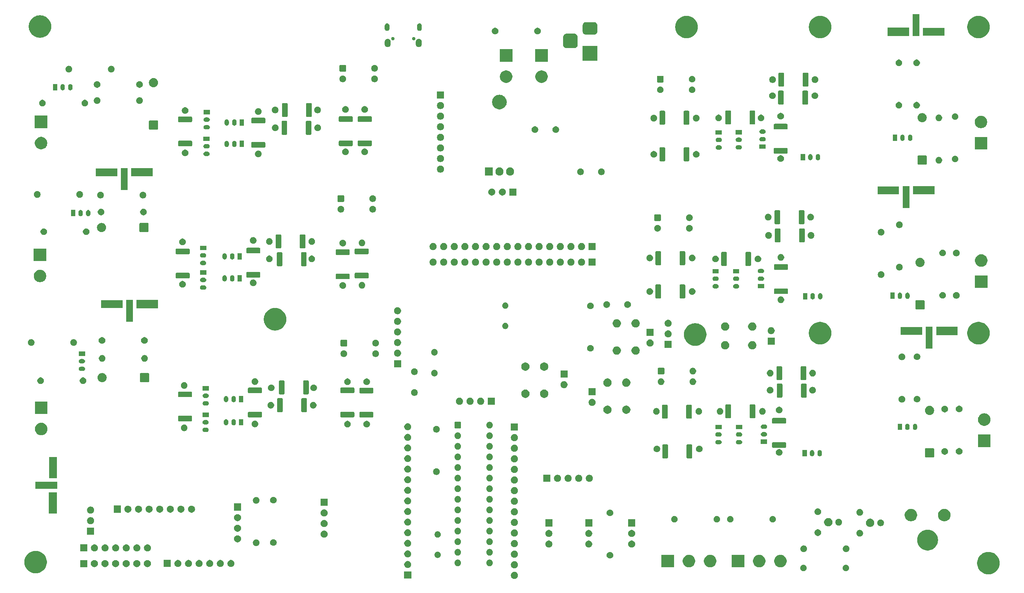
<source format=gbr>
%TF.GenerationSoftware,KiCad,Pcbnew,9.0.2*%
%TF.CreationDate,2025-09-14T19:19:58+01:00*%
%TF.ProjectId,ESP_IOBoard_V4,4553505f-494f-4426-9f61-72645f56342e,rev?*%
%TF.SameCoordinates,Original*%
%TF.FileFunction,Soldermask,Bot*%
%TF.FilePolarity,Negative*%
%FSLAX46Y46*%
G04 Gerber Fmt 4.6, Leading zero omitted, Abs format (unit mm)*
G04 Created by KiCad (PCBNEW 9.0.2) date 2025-09-14 19:19:58*
%MOMM*%
%LPD*%
G01*
G04 APERTURE LIST*
G04 APERTURE END LIST*
G36*
X142969342Y-155629801D02*
G01*
X143123287Y-155693567D01*
X143261834Y-155786141D01*
X143379659Y-155903966D01*
X143472233Y-156042513D01*
X143535999Y-156196458D01*
X143568507Y-156359885D01*
X143568507Y-156526515D01*
X143535999Y-156689942D01*
X143472233Y-156843887D01*
X143379659Y-156982434D01*
X143261834Y-157100259D01*
X143123287Y-157192833D01*
X142969342Y-157256599D01*
X142805915Y-157289107D01*
X142639285Y-157289107D01*
X142475858Y-157256599D01*
X142321913Y-157192833D01*
X142183366Y-157100259D01*
X142065541Y-156982434D01*
X141972967Y-156843887D01*
X141909201Y-156689942D01*
X141876693Y-156526515D01*
X141876693Y-156359885D01*
X141909201Y-156196458D01*
X141972967Y-156042513D01*
X142065541Y-155903966D01*
X142183366Y-155786141D01*
X142321913Y-155693567D01*
X142475858Y-155629801D01*
X142639285Y-155597293D01*
X142805915Y-155597293D01*
X142969342Y-155629801D01*
G37*
G36*
X118022600Y-157233200D02*
G01*
X116322600Y-157233200D01*
X116322600Y-155533200D01*
X118022600Y-155533200D01*
X118022600Y-157233200D01*
G37*
G36*
X256712867Y-150848748D02*
G01*
X257008056Y-150916123D01*
X257293845Y-151016125D01*
X257566641Y-151147497D01*
X257823012Y-151308586D01*
X258059736Y-151497366D01*
X258273834Y-151711464D01*
X258462614Y-151948188D01*
X258623703Y-152204559D01*
X258755075Y-152477355D01*
X258855077Y-152763144D01*
X258922452Y-153058333D01*
X258956352Y-153359210D01*
X258956352Y-153661990D01*
X258922452Y-153962867D01*
X258855077Y-154258056D01*
X258755075Y-154543845D01*
X258623703Y-154816641D01*
X258462614Y-155073012D01*
X258273834Y-155309736D01*
X258059736Y-155523834D01*
X257823012Y-155712614D01*
X257566641Y-155873703D01*
X257293845Y-156005075D01*
X257008056Y-156105077D01*
X256712867Y-156172452D01*
X256411990Y-156206352D01*
X256109210Y-156206352D01*
X255808333Y-156172452D01*
X255513144Y-156105077D01*
X255227355Y-156005075D01*
X254954559Y-155873703D01*
X254698188Y-155712614D01*
X254461464Y-155523834D01*
X254247366Y-155309736D01*
X254058586Y-155073012D01*
X253897497Y-154816641D01*
X253766125Y-154543845D01*
X253666123Y-154258056D01*
X253598748Y-153962867D01*
X253564848Y-153661990D01*
X253564848Y-153359210D01*
X253598748Y-153058333D01*
X253666123Y-152763144D01*
X253766125Y-152477355D01*
X253897497Y-152204559D01*
X254058586Y-151948188D01*
X254247366Y-151711464D01*
X254461464Y-151497366D01*
X254698188Y-151308586D01*
X254954559Y-151147497D01*
X255227355Y-151016125D01*
X255513144Y-150916123D01*
X255808333Y-150848748D01*
X256109210Y-150814848D01*
X256411990Y-150814848D01*
X256712867Y-150848748D01*
G37*
G36*
X28500867Y-150601748D02*
G01*
X28796056Y-150669123D01*
X29081845Y-150769125D01*
X29354641Y-150900497D01*
X29611012Y-151061586D01*
X29847736Y-151250366D01*
X30061834Y-151464464D01*
X30250614Y-151701188D01*
X30411703Y-151957559D01*
X30543075Y-152230355D01*
X30643077Y-152516144D01*
X30710452Y-152811333D01*
X30744352Y-153112210D01*
X30744352Y-153414990D01*
X30710452Y-153715867D01*
X30643077Y-154011056D01*
X30543075Y-154296845D01*
X30411703Y-154569641D01*
X30250614Y-154826012D01*
X30061834Y-155062736D01*
X29847736Y-155276834D01*
X29611012Y-155465614D01*
X29354641Y-155626703D01*
X29081845Y-155758075D01*
X28796056Y-155858077D01*
X28500867Y-155925452D01*
X28199990Y-155959352D01*
X27897210Y-155959352D01*
X27596333Y-155925452D01*
X27301144Y-155858077D01*
X27015355Y-155758075D01*
X26742559Y-155626703D01*
X26486188Y-155465614D01*
X26249464Y-155276834D01*
X26035366Y-155062736D01*
X25846586Y-154826012D01*
X25685497Y-154569641D01*
X25554125Y-154296845D01*
X25454123Y-154011056D01*
X25386748Y-153715867D01*
X25352848Y-153414990D01*
X25352848Y-153112210D01*
X25386748Y-152811333D01*
X25454123Y-152516144D01*
X25554125Y-152230355D01*
X25685497Y-151957559D01*
X25846586Y-151701188D01*
X26035366Y-151464464D01*
X26249464Y-151250366D01*
X26486188Y-151061586D01*
X26742559Y-150900497D01*
X27015355Y-150769125D01*
X27301144Y-150669123D01*
X27596333Y-150601748D01*
X27897210Y-150567848D01*
X28199990Y-150567848D01*
X28500867Y-150601748D01*
G37*
G36*
X212195228Y-153894748D02*
G01*
X212340117Y-153954763D01*
X212470515Y-154041892D01*
X212581408Y-154152785D01*
X212668537Y-154283183D01*
X212728552Y-154428072D01*
X212759148Y-154581886D01*
X212759148Y-154738714D01*
X212728552Y-154892528D01*
X212668537Y-155037417D01*
X212581408Y-155167815D01*
X212470515Y-155278708D01*
X212340117Y-155365837D01*
X212195228Y-155425852D01*
X212041414Y-155456448D01*
X211884586Y-155456448D01*
X211730772Y-155425852D01*
X211585883Y-155365837D01*
X211455485Y-155278708D01*
X211344592Y-155167815D01*
X211257463Y-155037417D01*
X211197448Y-154892528D01*
X211166852Y-154738714D01*
X211166852Y-154581886D01*
X211197448Y-154428072D01*
X211257463Y-154283183D01*
X211344592Y-154152785D01*
X211455485Y-154041892D01*
X211585883Y-153954763D01*
X211730772Y-153894748D01*
X211884586Y-153864152D01*
X212041414Y-153864152D01*
X212195228Y-153894748D01*
G37*
G36*
X222355228Y-153894748D02*
G01*
X222500117Y-153954763D01*
X222630515Y-154041892D01*
X222741408Y-154152785D01*
X222828537Y-154283183D01*
X222888552Y-154428072D01*
X222919148Y-154581886D01*
X222919148Y-154738714D01*
X222888552Y-154892528D01*
X222828537Y-155037417D01*
X222741408Y-155167815D01*
X222630515Y-155278708D01*
X222500117Y-155365837D01*
X222355228Y-155425852D01*
X222201414Y-155456448D01*
X222044586Y-155456448D01*
X221890772Y-155425852D01*
X221745883Y-155365837D01*
X221615485Y-155278708D01*
X221504592Y-155167815D01*
X221417463Y-155037417D01*
X221357448Y-154892528D01*
X221326852Y-154738714D01*
X221326852Y-154581886D01*
X221357448Y-154428072D01*
X221417463Y-154283183D01*
X221504592Y-154152785D01*
X221615485Y-154041892D01*
X221745883Y-153954763D01*
X221890772Y-153894748D01*
X222044586Y-153864152D01*
X222201414Y-153864152D01*
X222355228Y-153894748D01*
G37*
G36*
X142969342Y-153089801D02*
G01*
X143123287Y-153153567D01*
X143261834Y-153246141D01*
X143379659Y-153363966D01*
X143472233Y-153502513D01*
X143535999Y-153656458D01*
X143568507Y-153819885D01*
X143568507Y-153986515D01*
X143535999Y-154149942D01*
X143472233Y-154303887D01*
X143379659Y-154442434D01*
X143261834Y-154560259D01*
X143123287Y-154652833D01*
X142969342Y-154716599D01*
X142805915Y-154749107D01*
X142639285Y-154749107D01*
X142475858Y-154716599D01*
X142321913Y-154652833D01*
X142183366Y-154560259D01*
X142065541Y-154442434D01*
X141972967Y-154303887D01*
X141909201Y-154149942D01*
X141876693Y-153986515D01*
X141876693Y-153819885D01*
X141909201Y-153656458D01*
X141972967Y-153502513D01*
X142065541Y-153363966D01*
X142183366Y-153246141D01*
X142321913Y-153153567D01*
X142475858Y-153089801D01*
X142639285Y-153057293D01*
X142805915Y-153057293D01*
X142969342Y-153089801D01*
G37*
G36*
X117419342Y-153029801D02*
G01*
X117573287Y-153093567D01*
X117711834Y-153186141D01*
X117829659Y-153303966D01*
X117922233Y-153442513D01*
X117985999Y-153596458D01*
X118018507Y-153759885D01*
X118018507Y-153926515D01*
X117985999Y-154089942D01*
X117922233Y-154243887D01*
X117829659Y-154382434D01*
X117711834Y-154500259D01*
X117573287Y-154592833D01*
X117419342Y-154656599D01*
X117255915Y-154689107D01*
X117089285Y-154689107D01*
X116925858Y-154656599D01*
X116771913Y-154592833D01*
X116633366Y-154500259D01*
X116515541Y-154382434D01*
X116422967Y-154243887D01*
X116359201Y-154089942D01*
X116326693Y-153926515D01*
X116326693Y-153759885D01*
X116359201Y-153596458D01*
X116422967Y-153442513D01*
X116515541Y-153303966D01*
X116633366Y-153186141D01*
X116771913Y-153093567D01*
X116925858Y-153029801D01*
X117089285Y-152997293D01*
X117255915Y-152997293D01*
X117419342Y-153029801D01*
G37*
G36*
X180951000Y-154509600D02*
G01*
X177951000Y-154509600D01*
X177951000Y-151509600D01*
X180951000Y-151509600D01*
X180951000Y-154509600D01*
G37*
G36*
X197791200Y-154509600D02*
G01*
X194791200Y-154509600D01*
X194791200Y-151509600D01*
X197791200Y-151509600D01*
X197791200Y-154509600D01*
G37*
G36*
X184881168Y-151551045D02*
G01*
X185105025Y-151623781D01*
X185314748Y-151730640D01*
X185505172Y-151868991D01*
X185671609Y-152035428D01*
X185809960Y-152225852D01*
X185916819Y-152435575D01*
X185989555Y-152659432D01*
X186026376Y-152891911D01*
X186026376Y-153127289D01*
X185989555Y-153359768D01*
X185916819Y-153583625D01*
X185809960Y-153793348D01*
X185671609Y-153983772D01*
X185505172Y-154150209D01*
X185314748Y-154288560D01*
X185105025Y-154395419D01*
X184881168Y-154468155D01*
X184648689Y-154504976D01*
X184413311Y-154504976D01*
X184180832Y-154468155D01*
X183956975Y-154395419D01*
X183747252Y-154288560D01*
X183556828Y-154150209D01*
X183390391Y-153983772D01*
X183252040Y-153793348D01*
X183145181Y-153583625D01*
X183072445Y-153359768D01*
X183035624Y-153127289D01*
X183035624Y-152891911D01*
X183072445Y-152659432D01*
X183145181Y-152435575D01*
X183252040Y-152225852D01*
X183390391Y-152035428D01*
X183556828Y-151868991D01*
X183747252Y-151730640D01*
X183956975Y-151623781D01*
X184180832Y-151551045D01*
X184413311Y-151514224D01*
X184648689Y-151514224D01*
X184881168Y-151551045D01*
G37*
G36*
X189961168Y-151551045D02*
G01*
X190185025Y-151623781D01*
X190394748Y-151730640D01*
X190585172Y-151868991D01*
X190751609Y-152035428D01*
X190889960Y-152225852D01*
X190996819Y-152435575D01*
X191069555Y-152659432D01*
X191106376Y-152891911D01*
X191106376Y-153127289D01*
X191069555Y-153359768D01*
X190996819Y-153583625D01*
X190889960Y-153793348D01*
X190751609Y-153983772D01*
X190585172Y-154150209D01*
X190394748Y-154288560D01*
X190185025Y-154395419D01*
X189961168Y-154468155D01*
X189728689Y-154504976D01*
X189493311Y-154504976D01*
X189260832Y-154468155D01*
X189036975Y-154395419D01*
X188827252Y-154288560D01*
X188636828Y-154150209D01*
X188470391Y-153983772D01*
X188332040Y-153793348D01*
X188225181Y-153583625D01*
X188152445Y-153359768D01*
X188115624Y-153127289D01*
X188115624Y-152891911D01*
X188152445Y-152659432D01*
X188225181Y-152435575D01*
X188332040Y-152225852D01*
X188470391Y-152035428D01*
X188636828Y-151868991D01*
X188827252Y-151730640D01*
X189036975Y-151623781D01*
X189260832Y-151551045D01*
X189493311Y-151514224D01*
X189728689Y-151514224D01*
X189961168Y-151551045D01*
G37*
G36*
X201721368Y-151551045D02*
G01*
X201945225Y-151623781D01*
X202154948Y-151730640D01*
X202345372Y-151868991D01*
X202511809Y-152035428D01*
X202650160Y-152225852D01*
X202757019Y-152435575D01*
X202829755Y-152659432D01*
X202866576Y-152891911D01*
X202866576Y-153127289D01*
X202829755Y-153359768D01*
X202757019Y-153583625D01*
X202650160Y-153793348D01*
X202511809Y-153983772D01*
X202345372Y-154150209D01*
X202154948Y-154288560D01*
X201945225Y-154395419D01*
X201721368Y-154468155D01*
X201488889Y-154504976D01*
X201253511Y-154504976D01*
X201021032Y-154468155D01*
X200797175Y-154395419D01*
X200587452Y-154288560D01*
X200397028Y-154150209D01*
X200230591Y-153983772D01*
X200092240Y-153793348D01*
X199985381Y-153583625D01*
X199912645Y-153359768D01*
X199875824Y-153127289D01*
X199875824Y-152891911D01*
X199912645Y-152659432D01*
X199985381Y-152435575D01*
X200092240Y-152225852D01*
X200230591Y-152035428D01*
X200397028Y-151868991D01*
X200587452Y-151730640D01*
X200797175Y-151623781D01*
X201021032Y-151551045D01*
X201253511Y-151514224D01*
X201488889Y-151514224D01*
X201721368Y-151551045D01*
G37*
G36*
X206801368Y-151551045D02*
G01*
X207025225Y-151623781D01*
X207234948Y-151730640D01*
X207425372Y-151868991D01*
X207591809Y-152035428D01*
X207730160Y-152225852D01*
X207837019Y-152435575D01*
X207909755Y-152659432D01*
X207946576Y-152891911D01*
X207946576Y-153127289D01*
X207909755Y-153359768D01*
X207837019Y-153583625D01*
X207730160Y-153793348D01*
X207591809Y-153983772D01*
X207425372Y-154150209D01*
X207234948Y-154288560D01*
X207025225Y-154395419D01*
X206801368Y-154468155D01*
X206568889Y-154504976D01*
X206333511Y-154504976D01*
X206101032Y-154468155D01*
X205877175Y-154395419D01*
X205667452Y-154288560D01*
X205477028Y-154150209D01*
X205310591Y-153983772D01*
X205172240Y-153793348D01*
X205065381Y-153583625D01*
X204992645Y-153359768D01*
X204955824Y-153127289D01*
X204955824Y-152891911D01*
X204992645Y-152659432D01*
X205065381Y-152435575D01*
X205172240Y-152225852D01*
X205310591Y-152035428D01*
X205477028Y-151868991D01*
X205667452Y-151730640D01*
X205877175Y-151623781D01*
X206101032Y-151551045D01*
X206333511Y-151514224D01*
X206568889Y-151514224D01*
X206801368Y-151551045D01*
G37*
G36*
X40423200Y-154473800D02*
G01*
X38723200Y-154473800D01*
X38723200Y-152773800D01*
X40423200Y-152773800D01*
X40423200Y-154473800D01*
G37*
G36*
X42359942Y-152810401D02*
G01*
X42513887Y-152874167D01*
X42652434Y-152966741D01*
X42770259Y-153084566D01*
X42862833Y-153223113D01*
X42926599Y-153377058D01*
X42959107Y-153540485D01*
X42959107Y-153707115D01*
X42926599Y-153870542D01*
X42862833Y-154024487D01*
X42770259Y-154163034D01*
X42652434Y-154280859D01*
X42513887Y-154373433D01*
X42359942Y-154437199D01*
X42196515Y-154469707D01*
X42029885Y-154469707D01*
X41866458Y-154437199D01*
X41712513Y-154373433D01*
X41573966Y-154280859D01*
X41456141Y-154163034D01*
X41363567Y-154024487D01*
X41299801Y-153870542D01*
X41267293Y-153707115D01*
X41267293Y-153540485D01*
X41299801Y-153377058D01*
X41363567Y-153223113D01*
X41456141Y-153084566D01*
X41573966Y-152966741D01*
X41712513Y-152874167D01*
X41866458Y-152810401D01*
X42029885Y-152777893D01*
X42196515Y-152777893D01*
X42359942Y-152810401D01*
G37*
G36*
X44899942Y-152810401D02*
G01*
X45053887Y-152874167D01*
X45192434Y-152966741D01*
X45310259Y-153084566D01*
X45402833Y-153223113D01*
X45466599Y-153377058D01*
X45499107Y-153540485D01*
X45499107Y-153707115D01*
X45466599Y-153870542D01*
X45402833Y-154024487D01*
X45310259Y-154163034D01*
X45192434Y-154280859D01*
X45053887Y-154373433D01*
X44899942Y-154437199D01*
X44736515Y-154469707D01*
X44569885Y-154469707D01*
X44406458Y-154437199D01*
X44252513Y-154373433D01*
X44113966Y-154280859D01*
X43996141Y-154163034D01*
X43903567Y-154024487D01*
X43839801Y-153870542D01*
X43807293Y-153707115D01*
X43807293Y-153540485D01*
X43839801Y-153377058D01*
X43903567Y-153223113D01*
X43996141Y-153084566D01*
X44113966Y-152966741D01*
X44252513Y-152874167D01*
X44406458Y-152810401D01*
X44569885Y-152777893D01*
X44736515Y-152777893D01*
X44899942Y-152810401D01*
G37*
G36*
X47439942Y-152810401D02*
G01*
X47593887Y-152874167D01*
X47732434Y-152966741D01*
X47850259Y-153084566D01*
X47942833Y-153223113D01*
X48006599Y-153377058D01*
X48039107Y-153540485D01*
X48039107Y-153707115D01*
X48006599Y-153870542D01*
X47942833Y-154024487D01*
X47850259Y-154163034D01*
X47732434Y-154280859D01*
X47593887Y-154373433D01*
X47439942Y-154437199D01*
X47276515Y-154469707D01*
X47109885Y-154469707D01*
X46946458Y-154437199D01*
X46792513Y-154373433D01*
X46653966Y-154280859D01*
X46536141Y-154163034D01*
X46443567Y-154024487D01*
X46379801Y-153870542D01*
X46347293Y-153707115D01*
X46347293Y-153540485D01*
X46379801Y-153377058D01*
X46443567Y-153223113D01*
X46536141Y-153084566D01*
X46653966Y-152966741D01*
X46792513Y-152874167D01*
X46946458Y-152810401D01*
X47109885Y-152777893D01*
X47276515Y-152777893D01*
X47439942Y-152810401D01*
G37*
G36*
X49979942Y-152810401D02*
G01*
X50133887Y-152874167D01*
X50272434Y-152966741D01*
X50390259Y-153084566D01*
X50482833Y-153223113D01*
X50546599Y-153377058D01*
X50579107Y-153540485D01*
X50579107Y-153707115D01*
X50546599Y-153870542D01*
X50482833Y-154024487D01*
X50390259Y-154163034D01*
X50272434Y-154280859D01*
X50133887Y-154373433D01*
X49979942Y-154437199D01*
X49816515Y-154469707D01*
X49649885Y-154469707D01*
X49486458Y-154437199D01*
X49332513Y-154373433D01*
X49193966Y-154280859D01*
X49076141Y-154163034D01*
X48983567Y-154024487D01*
X48919801Y-153870542D01*
X48887293Y-153707115D01*
X48887293Y-153540485D01*
X48919801Y-153377058D01*
X48983567Y-153223113D01*
X49076141Y-153084566D01*
X49193966Y-152966741D01*
X49332513Y-152874167D01*
X49486458Y-152810401D01*
X49649885Y-152777893D01*
X49816515Y-152777893D01*
X49979942Y-152810401D01*
G37*
G36*
X52519942Y-152810401D02*
G01*
X52673887Y-152874167D01*
X52812434Y-152966741D01*
X52930259Y-153084566D01*
X53022833Y-153223113D01*
X53086599Y-153377058D01*
X53119107Y-153540485D01*
X53119107Y-153707115D01*
X53086599Y-153870542D01*
X53022833Y-154024487D01*
X52930259Y-154163034D01*
X52812434Y-154280859D01*
X52673887Y-154373433D01*
X52519942Y-154437199D01*
X52356515Y-154469707D01*
X52189885Y-154469707D01*
X52026458Y-154437199D01*
X51872513Y-154373433D01*
X51733966Y-154280859D01*
X51616141Y-154163034D01*
X51523567Y-154024487D01*
X51459801Y-153870542D01*
X51427293Y-153707115D01*
X51427293Y-153540485D01*
X51459801Y-153377058D01*
X51523567Y-153223113D01*
X51616141Y-153084566D01*
X51733966Y-152966741D01*
X51872513Y-152874167D01*
X52026458Y-152810401D01*
X52189885Y-152777893D01*
X52356515Y-152777893D01*
X52519942Y-152810401D01*
G37*
G36*
X55059942Y-152810401D02*
G01*
X55213887Y-152874167D01*
X55352434Y-152966741D01*
X55470259Y-153084566D01*
X55562833Y-153223113D01*
X55626599Y-153377058D01*
X55659107Y-153540485D01*
X55659107Y-153707115D01*
X55626599Y-153870542D01*
X55562833Y-154024487D01*
X55470259Y-154163034D01*
X55352434Y-154280859D01*
X55213887Y-154373433D01*
X55059942Y-154437199D01*
X54896515Y-154469707D01*
X54729885Y-154469707D01*
X54566458Y-154437199D01*
X54412513Y-154373433D01*
X54273966Y-154280859D01*
X54156141Y-154163034D01*
X54063567Y-154024487D01*
X53999801Y-153870542D01*
X53967293Y-153707115D01*
X53967293Y-153540485D01*
X53999801Y-153377058D01*
X54063567Y-153223113D01*
X54156141Y-153084566D01*
X54273966Y-152966741D01*
X54412513Y-152874167D01*
X54566458Y-152810401D01*
X54729885Y-152777893D01*
X54896515Y-152777893D01*
X55059942Y-152810401D01*
G37*
G36*
X60438400Y-154448400D02*
G01*
X58738400Y-154448400D01*
X58738400Y-152748400D01*
X60438400Y-152748400D01*
X60438400Y-154448400D01*
G37*
G36*
X62375142Y-152785001D02*
G01*
X62529087Y-152848767D01*
X62667634Y-152941341D01*
X62785459Y-153059166D01*
X62878033Y-153197713D01*
X62941799Y-153351658D01*
X62974307Y-153515085D01*
X62974307Y-153681715D01*
X62941799Y-153845142D01*
X62878033Y-153999087D01*
X62785459Y-154137634D01*
X62667634Y-154255459D01*
X62529087Y-154348033D01*
X62375142Y-154411799D01*
X62211715Y-154444307D01*
X62045085Y-154444307D01*
X61881658Y-154411799D01*
X61727713Y-154348033D01*
X61589166Y-154255459D01*
X61471341Y-154137634D01*
X61378767Y-153999087D01*
X61315001Y-153845142D01*
X61282493Y-153681715D01*
X61282493Y-153515085D01*
X61315001Y-153351658D01*
X61378767Y-153197713D01*
X61471341Y-153059166D01*
X61589166Y-152941341D01*
X61727713Y-152848767D01*
X61881658Y-152785001D01*
X62045085Y-152752493D01*
X62211715Y-152752493D01*
X62375142Y-152785001D01*
G37*
G36*
X64915142Y-152785001D02*
G01*
X65069087Y-152848767D01*
X65207634Y-152941341D01*
X65325459Y-153059166D01*
X65418033Y-153197713D01*
X65481799Y-153351658D01*
X65514307Y-153515085D01*
X65514307Y-153681715D01*
X65481799Y-153845142D01*
X65418033Y-153999087D01*
X65325459Y-154137634D01*
X65207634Y-154255459D01*
X65069087Y-154348033D01*
X64915142Y-154411799D01*
X64751715Y-154444307D01*
X64585085Y-154444307D01*
X64421658Y-154411799D01*
X64267713Y-154348033D01*
X64129166Y-154255459D01*
X64011341Y-154137634D01*
X63918767Y-153999087D01*
X63855001Y-153845142D01*
X63822493Y-153681715D01*
X63822493Y-153515085D01*
X63855001Y-153351658D01*
X63918767Y-153197713D01*
X64011341Y-153059166D01*
X64129166Y-152941341D01*
X64267713Y-152848767D01*
X64421658Y-152785001D01*
X64585085Y-152752493D01*
X64751715Y-152752493D01*
X64915142Y-152785001D01*
G37*
G36*
X67455142Y-152785001D02*
G01*
X67609087Y-152848767D01*
X67747634Y-152941341D01*
X67865459Y-153059166D01*
X67958033Y-153197713D01*
X68021799Y-153351658D01*
X68054307Y-153515085D01*
X68054307Y-153681715D01*
X68021799Y-153845142D01*
X67958033Y-153999087D01*
X67865459Y-154137634D01*
X67747634Y-154255459D01*
X67609087Y-154348033D01*
X67455142Y-154411799D01*
X67291715Y-154444307D01*
X67125085Y-154444307D01*
X66961658Y-154411799D01*
X66807713Y-154348033D01*
X66669166Y-154255459D01*
X66551341Y-154137634D01*
X66458767Y-153999087D01*
X66395001Y-153845142D01*
X66362493Y-153681715D01*
X66362493Y-153515085D01*
X66395001Y-153351658D01*
X66458767Y-153197713D01*
X66551341Y-153059166D01*
X66669166Y-152941341D01*
X66807713Y-152848767D01*
X66961658Y-152785001D01*
X67125085Y-152752493D01*
X67291715Y-152752493D01*
X67455142Y-152785001D01*
G37*
G36*
X69995142Y-152785001D02*
G01*
X70149087Y-152848767D01*
X70287634Y-152941341D01*
X70405459Y-153059166D01*
X70498033Y-153197713D01*
X70561799Y-153351658D01*
X70594307Y-153515085D01*
X70594307Y-153681715D01*
X70561799Y-153845142D01*
X70498033Y-153999087D01*
X70405459Y-154137634D01*
X70287634Y-154255459D01*
X70149087Y-154348033D01*
X69995142Y-154411799D01*
X69831715Y-154444307D01*
X69665085Y-154444307D01*
X69501658Y-154411799D01*
X69347713Y-154348033D01*
X69209166Y-154255459D01*
X69091341Y-154137634D01*
X68998767Y-153999087D01*
X68935001Y-153845142D01*
X68902493Y-153681715D01*
X68902493Y-153515085D01*
X68935001Y-153351658D01*
X68998767Y-153197713D01*
X69091341Y-153059166D01*
X69209166Y-152941341D01*
X69347713Y-152848767D01*
X69501658Y-152785001D01*
X69665085Y-152752493D01*
X69831715Y-152752493D01*
X69995142Y-152785001D01*
G37*
G36*
X72535142Y-152785001D02*
G01*
X72689087Y-152848767D01*
X72827634Y-152941341D01*
X72945459Y-153059166D01*
X73038033Y-153197713D01*
X73101799Y-153351658D01*
X73134307Y-153515085D01*
X73134307Y-153681715D01*
X73101799Y-153845142D01*
X73038033Y-153999087D01*
X72945459Y-154137634D01*
X72827634Y-154255459D01*
X72689087Y-154348033D01*
X72535142Y-154411799D01*
X72371715Y-154444307D01*
X72205085Y-154444307D01*
X72041658Y-154411799D01*
X71887713Y-154348033D01*
X71749166Y-154255459D01*
X71631341Y-154137634D01*
X71538767Y-153999087D01*
X71475001Y-153845142D01*
X71442493Y-153681715D01*
X71442493Y-153515085D01*
X71475001Y-153351658D01*
X71538767Y-153197713D01*
X71631341Y-153059166D01*
X71749166Y-152941341D01*
X71887713Y-152848767D01*
X72041658Y-152785001D01*
X72205085Y-152752493D01*
X72371715Y-152752493D01*
X72535142Y-152785001D01*
G37*
G36*
X75075142Y-152785001D02*
G01*
X75229087Y-152848767D01*
X75367634Y-152941341D01*
X75485459Y-153059166D01*
X75578033Y-153197713D01*
X75641799Y-153351658D01*
X75674307Y-153515085D01*
X75674307Y-153681715D01*
X75641799Y-153845142D01*
X75578033Y-153999087D01*
X75485459Y-154137634D01*
X75367634Y-154255459D01*
X75229087Y-154348033D01*
X75075142Y-154411799D01*
X74911715Y-154444307D01*
X74745085Y-154444307D01*
X74581658Y-154411799D01*
X74427713Y-154348033D01*
X74289166Y-154255459D01*
X74171341Y-154137634D01*
X74078767Y-153999087D01*
X74015001Y-153845142D01*
X73982493Y-153681715D01*
X73982493Y-153515085D01*
X74015001Y-153351658D01*
X74078767Y-153197713D01*
X74171341Y-153059166D01*
X74289166Y-152941341D01*
X74427713Y-152848767D01*
X74581658Y-152785001D01*
X74745085Y-152752493D01*
X74911715Y-152752493D01*
X75075142Y-152785001D01*
G37*
G36*
X129391228Y-152680448D02*
G01*
X129536117Y-152740463D01*
X129666515Y-152827592D01*
X129777408Y-152938485D01*
X129864537Y-153068883D01*
X129924552Y-153213772D01*
X129955148Y-153367586D01*
X129955148Y-153524414D01*
X129924552Y-153678228D01*
X129864537Y-153823117D01*
X129777408Y-153953515D01*
X129666515Y-154064408D01*
X129536117Y-154151537D01*
X129391228Y-154211552D01*
X129237414Y-154242148D01*
X129080586Y-154242148D01*
X128926772Y-154211552D01*
X128781883Y-154151537D01*
X128651485Y-154064408D01*
X128540592Y-153953515D01*
X128453463Y-153823117D01*
X128393448Y-153678228D01*
X128362852Y-153524414D01*
X128362852Y-153367586D01*
X128393448Y-153213772D01*
X128453463Y-153068883D01*
X128540592Y-152938485D01*
X128651485Y-152827592D01*
X128781883Y-152740463D01*
X128926772Y-152680448D01*
X129080586Y-152649852D01*
X129237414Y-152649852D01*
X129391228Y-152680448D01*
G37*
G36*
X137011228Y-152680448D02*
G01*
X137156117Y-152740463D01*
X137286515Y-152827592D01*
X137397408Y-152938485D01*
X137484537Y-153068883D01*
X137544552Y-153213772D01*
X137575148Y-153367586D01*
X137575148Y-153524414D01*
X137544552Y-153678228D01*
X137484537Y-153823117D01*
X137397408Y-153953515D01*
X137286515Y-154064408D01*
X137156117Y-154151537D01*
X137011228Y-154211552D01*
X136857414Y-154242148D01*
X136700586Y-154242148D01*
X136546772Y-154211552D01*
X136401883Y-154151537D01*
X136271485Y-154064408D01*
X136160592Y-153953515D01*
X136073463Y-153823117D01*
X136013448Y-153678228D01*
X135982852Y-153524414D01*
X135982852Y-153367586D01*
X136013448Y-153213772D01*
X136073463Y-153068883D01*
X136160592Y-152938485D01*
X136271485Y-152827592D01*
X136401883Y-152740463D01*
X136546772Y-152680448D01*
X136700586Y-152649852D01*
X136857414Y-152649852D01*
X137011228Y-152680448D01*
G37*
G36*
X165840228Y-150847048D02*
G01*
X165985117Y-150907063D01*
X166115515Y-150994192D01*
X166226408Y-151105085D01*
X166313537Y-151235483D01*
X166373552Y-151380372D01*
X166404148Y-151534186D01*
X166404148Y-151691014D01*
X166373552Y-151844828D01*
X166313537Y-151989717D01*
X166226408Y-152120115D01*
X166115515Y-152231008D01*
X165985117Y-152318137D01*
X165840228Y-152378152D01*
X165686414Y-152408748D01*
X165529586Y-152408748D01*
X165375772Y-152378152D01*
X165230883Y-152318137D01*
X165100485Y-152231008D01*
X164989592Y-152120115D01*
X164902463Y-151989717D01*
X164842448Y-151844828D01*
X164811852Y-151691014D01*
X164811852Y-151534186D01*
X164842448Y-151380372D01*
X164902463Y-151235483D01*
X164989592Y-151105085D01*
X165100485Y-150994192D01*
X165230883Y-150907063D01*
X165375772Y-150847048D01*
X165529586Y-150816452D01*
X165686414Y-150816452D01*
X165840228Y-150847048D01*
G37*
G36*
X124550714Y-150799495D02*
G01*
X124686548Y-150855759D01*
X124808795Y-150937442D01*
X124912758Y-151041405D01*
X124994441Y-151163652D01*
X125050705Y-151299486D01*
X125079389Y-151443687D01*
X125079389Y-151590713D01*
X125050705Y-151734914D01*
X124994441Y-151870748D01*
X124912758Y-151992995D01*
X124808795Y-152096958D01*
X124686548Y-152178641D01*
X124550714Y-152234905D01*
X124406513Y-152263589D01*
X124259487Y-152263589D01*
X124115286Y-152234905D01*
X123979452Y-152178641D01*
X123857205Y-152096958D01*
X123753242Y-151992995D01*
X123671559Y-151870748D01*
X123615295Y-151734914D01*
X123586611Y-151590713D01*
X123586611Y-151443687D01*
X123615295Y-151299486D01*
X123671559Y-151163652D01*
X123753242Y-151041405D01*
X123857205Y-150937442D01*
X123979452Y-150855759D01*
X124115286Y-150799495D01*
X124259487Y-150770811D01*
X124406513Y-150770811D01*
X124550714Y-150799495D01*
G37*
G36*
X142969342Y-150549801D02*
G01*
X143123287Y-150613567D01*
X143261834Y-150706141D01*
X143379659Y-150823966D01*
X143472233Y-150962513D01*
X143535999Y-151116458D01*
X143568507Y-151279885D01*
X143568507Y-151446515D01*
X143535999Y-151609942D01*
X143472233Y-151763887D01*
X143379659Y-151902434D01*
X143261834Y-152020259D01*
X143123287Y-152112833D01*
X142969342Y-152176599D01*
X142805915Y-152209107D01*
X142639285Y-152209107D01*
X142475858Y-152176599D01*
X142321913Y-152112833D01*
X142183366Y-152020259D01*
X142065541Y-151902434D01*
X141972967Y-151763887D01*
X141909201Y-151609942D01*
X141876693Y-151446515D01*
X141876693Y-151279885D01*
X141909201Y-151116458D01*
X141972967Y-150962513D01*
X142065541Y-150823966D01*
X142183366Y-150706141D01*
X142321913Y-150613567D01*
X142475858Y-150549801D01*
X142639285Y-150517293D01*
X142805915Y-150517293D01*
X142969342Y-150549801D01*
G37*
G36*
X117419342Y-150489801D02*
G01*
X117573287Y-150553567D01*
X117711834Y-150646141D01*
X117829659Y-150763966D01*
X117922233Y-150902513D01*
X117985999Y-151056458D01*
X118018507Y-151219885D01*
X118018507Y-151386515D01*
X117985999Y-151549942D01*
X117922233Y-151703887D01*
X117829659Y-151842434D01*
X117711834Y-151960259D01*
X117573287Y-152052833D01*
X117419342Y-152116599D01*
X117255915Y-152149107D01*
X117089285Y-152149107D01*
X116925858Y-152116599D01*
X116771913Y-152052833D01*
X116633366Y-151960259D01*
X116515541Y-151842434D01*
X116422967Y-151703887D01*
X116359201Y-151549942D01*
X116326693Y-151386515D01*
X116326693Y-151219885D01*
X116359201Y-151056458D01*
X116422967Y-150902513D01*
X116515541Y-150763966D01*
X116633366Y-150646141D01*
X116771913Y-150553567D01*
X116925858Y-150489801D01*
X117089285Y-150457293D01*
X117255915Y-150457293D01*
X117419342Y-150489801D01*
G37*
G36*
X129391228Y-150140448D02*
G01*
X129536117Y-150200463D01*
X129666515Y-150287592D01*
X129777408Y-150398485D01*
X129864537Y-150528883D01*
X129924552Y-150673772D01*
X129955148Y-150827586D01*
X129955148Y-150984414D01*
X129924552Y-151138228D01*
X129864537Y-151283117D01*
X129777408Y-151413515D01*
X129666515Y-151524408D01*
X129536117Y-151611537D01*
X129391228Y-151671552D01*
X129237414Y-151702148D01*
X129080586Y-151702148D01*
X128926772Y-151671552D01*
X128781883Y-151611537D01*
X128651485Y-151524408D01*
X128540592Y-151413515D01*
X128453463Y-151283117D01*
X128393448Y-151138228D01*
X128362852Y-150984414D01*
X128362852Y-150827586D01*
X128393448Y-150673772D01*
X128453463Y-150528883D01*
X128540592Y-150398485D01*
X128651485Y-150287592D01*
X128781883Y-150200463D01*
X128926772Y-150140448D01*
X129080586Y-150109852D01*
X129237414Y-150109852D01*
X129391228Y-150140448D01*
G37*
G36*
X137011228Y-150140448D02*
G01*
X137156117Y-150200463D01*
X137286515Y-150287592D01*
X137397408Y-150398485D01*
X137484537Y-150528883D01*
X137544552Y-150673772D01*
X137575148Y-150827586D01*
X137575148Y-150984414D01*
X137544552Y-151138228D01*
X137484537Y-151283117D01*
X137397408Y-151413515D01*
X137286515Y-151524408D01*
X137156117Y-151611537D01*
X137011228Y-151671552D01*
X136857414Y-151702148D01*
X136700586Y-151702148D01*
X136546772Y-151671552D01*
X136401883Y-151611537D01*
X136271485Y-151524408D01*
X136160592Y-151413515D01*
X136073463Y-151283117D01*
X136013448Y-151138228D01*
X135982852Y-150984414D01*
X135982852Y-150827586D01*
X136013448Y-150673772D01*
X136073463Y-150528883D01*
X136160592Y-150398485D01*
X136271485Y-150287592D01*
X136401883Y-150200463D01*
X136546772Y-150140448D01*
X136700586Y-150109852D01*
X136857414Y-150109852D01*
X137011228Y-150140448D01*
G37*
G36*
X212246028Y-149297348D02*
G01*
X212390917Y-149357363D01*
X212521315Y-149444492D01*
X212632208Y-149555385D01*
X212719337Y-149685783D01*
X212779352Y-149830672D01*
X212809948Y-149984486D01*
X212809948Y-150141314D01*
X212779352Y-150295128D01*
X212719337Y-150440017D01*
X212632208Y-150570415D01*
X212521315Y-150681308D01*
X212390917Y-150768437D01*
X212246028Y-150828452D01*
X212092214Y-150859048D01*
X211935386Y-150859048D01*
X211781572Y-150828452D01*
X211636683Y-150768437D01*
X211506285Y-150681308D01*
X211395392Y-150570415D01*
X211308263Y-150440017D01*
X211248248Y-150295128D01*
X211217652Y-150141314D01*
X211217652Y-149984486D01*
X211248248Y-149830672D01*
X211308263Y-149685783D01*
X211395392Y-149555385D01*
X211506285Y-149444492D01*
X211636683Y-149357363D01*
X211781572Y-149297348D01*
X211935386Y-149266752D01*
X212092214Y-149266752D01*
X212246028Y-149297348D01*
G37*
G36*
X222406028Y-149297348D02*
G01*
X222550917Y-149357363D01*
X222681315Y-149444492D01*
X222792208Y-149555385D01*
X222879337Y-149685783D01*
X222939352Y-149830672D01*
X222969948Y-149984486D01*
X222969948Y-150141314D01*
X222939352Y-150295128D01*
X222879337Y-150440017D01*
X222792208Y-150570415D01*
X222681315Y-150681308D01*
X222550917Y-150768437D01*
X222406028Y-150828452D01*
X222252214Y-150859048D01*
X222095386Y-150859048D01*
X221941572Y-150828452D01*
X221796683Y-150768437D01*
X221666285Y-150681308D01*
X221555392Y-150570415D01*
X221468263Y-150440017D01*
X221408248Y-150295128D01*
X221377652Y-150141314D01*
X221377652Y-149984486D01*
X221408248Y-149830672D01*
X221468263Y-149685783D01*
X221555392Y-149555385D01*
X221666285Y-149444492D01*
X221796683Y-149357363D01*
X221941572Y-149297348D01*
X222095386Y-149266752D01*
X222252214Y-149266752D01*
X222406028Y-149297348D01*
G37*
G36*
X40448600Y-150714600D02*
G01*
X38748600Y-150714600D01*
X38748600Y-149014600D01*
X40448600Y-149014600D01*
X40448600Y-150714600D01*
G37*
G36*
X42385342Y-149051201D02*
G01*
X42539287Y-149114967D01*
X42677834Y-149207541D01*
X42795659Y-149325366D01*
X42888233Y-149463913D01*
X42951999Y-149617858D01*
X42984507Y-149781285D01*
X42984507Y-149947915D01*
X42951999Y-150111342D01*
X42888233Y-150265287D01*
X42795659Y-150403834D01*
X42677834Y-150521659D01*
X42539287Y-150614233D01*
X42385342Y-150677999D01*
X42221915Y-150710507D01*
X42055285Y-150710507D01*
X41891858Y-150677999D01*
X41737913Y-150614233D01*
X41599366Y-150521659D01*
X41481541Y-150403834D01*
X41388967Y-150265287D01*
X41325201Y-150111342D01*
X41292693Y-149947915D01*
X41292693Y-149781285D01*
X41325201Y-149617858D01*
X41388967Y-149463913D01*
X41481541Y-149325366D01*
X41599366Y-149207541D01*
X41737913Y-149114967D01*
X41891858Y-149051201D01*
X42055285Y-149018693D01*
X42221915Y-149018693D01*
X42385342Y-149051201D01*
G37*
G36*
X44925342Y-149051201D02*
G01*
X45079287Y-149114967D01*
X45217834Y-149207541D01*
X45335659Y-149325366D01*
X45428233Y-149463913D01*
X45491999Y-149617858D01*
X45524507Y-149781285D01*
X45524507Y-149947915D01*
X45491999Y-150111342D01*
X45428233Y-150265287D01*
X45335659Y-150403834D01*
X45217834Y-150521659D01*
X45079287Y-150614233D01*
X44925342Y-150677999D01*
X44761915Y-150710507D01*
X44595285Y-150710507D01*
X44431858Y-150677999D01*
X44277913Y-150614233D01*
X44139366Y-150521659D01*
X44021541Y-150403834D01*
X43928967Y-150265287D01*
X43865201Y-150111342D01*
X43832693Y-149947915D01*
X43832693Y-149781285D01*
X43865201Y-149617858D01*
X43928967Y-149463913D01*
X44021541Y-149325366D01*
X44139366Y-149207541D01*
X44277913Y-149114967D01*
X44431858Y-149051201D01*
X44595285Y-149018693D01*
X44761915Y-149018693D01*
X44925342Y-149051201D01*
G37*
G36*
X47465342Y-149051201D02*
G01*
X47619287Y-149114967D01*
X47757834Y-149207541D01*
X47875659Y-149325366D01*
X47968233Y-149463913D01*
X48031999Y-149617858D01*
X48064507Y-149781285D01*
X48064507Y-149947915D01*
X48031999Y-150111342D01*
X47968233Y-150265287D01*
X47875659Y-150403834D01*
X47757834Y-150521659D01*
X47619287Y-150614233D01*
X47465342Y-150677999D01*
X47301915Y-150710507D01*
X47135285Y-150710507D01*
X46971858Y-150677999D01*
X46817913Y-150614233D01*
X46679366Y-150521659D01*
X46561541Y-150403834D01*
X46468967Y-150265287D01*
X46405201Y-150111342D01*
X46372693Y-149947915D01*
X46372693Y-149781285D01*
X46405201Y-149617858D01*
X46468967Y-149463913D01*
X46561541Y-149325366D01*
X46679366Y-149207541D01*
X46817913Y-149114967D01*
X46971858Y-149051201D01*
X47135285Y-149018693D01*
X47301915Y-149018693D01*
X47465342Y-149051201D01*
G37*
G36*
X50005342Y-149051201D02*
G01*
X50159287Y-149114967D01*
X50297834Y-149207541D01*
X50415659Y-149325366D01*
X50508233Y-149463913D01*
X50571999Y-149617858D01*
X50604507Y-149781285D01*
X50604507Y-149947915D01*
X50571999Y-150111342D01*
X50508233Y-150265287D01*
X50415659Y-150403834D01*
X50297834Y-150521659D01*
X50159287Y-150614233D01*
X50005342Y-150677999D01*
X49841915Y-150710507D01*
X49675285Y-150710507D01*
X49511858Y-150677999D01*
X49357913Y-150614233D01*
X49219366Y-150521659D01*
X49101541Y-150403834D01*
X49008967Y-150265287D01*
X48945201Y-150111342D01*
X48912693Y-149947915D01*
X48912693Y-149781285D01*
X48945201Y-149617858D01*
X49008967Y-149463913D01*
X49101541Y-149325366D01*
X49219366Y-149207541D01*
X49357913Y-149114967D01*
X49511858Y-149051201D01*
X49675285Y-149018693D01*
X49841915Y-149018693D01*
X50005342Y-149051201D01*
G37*
G36*
X52545342Y-149051201D02*
G01*
X52699287Y-149114967D01*
X52837834Y-149207541D01*
X52955659Y-149325366D01*
X53048233Y-149463913D01*
X53111999Y-149617858D01*
X53144507Y-149781285D01*
X53144507Y-149947915D01*
X53111999Y-150111342D01*
X53048233Y-150265287D01*
X52955659Y-150403834D01*
X52837834Y-150521659D01*
X52699287Y-150614233D01*
X52545342Y-150677999D01*
X52381915Y-150710507D01*
X52215285Y-150710507D01*
X52051858Y-150677999D01*
X51897913Y-150614233D01*
X51759366Y-150521659D01*
X51641541Y-150403834D01*
X51548967Y-150265287D01*
X51485201Y-150111342D01*
X51452693Y-149947915D01*
X51452693Y-149781285D01*
X51485201Y-149617858D01*
X51548967Y-149463913D01*
X51641541Y-149325366D01*
X51759366Y-149207541D01*
X51897913Y-149114967D01*
X52051858Y-149051201D01*
X52215285Y-149018693D01*
X52381915Y-149018693D01*
X52545342Y-149051201D01*
G37*
G36*
X55085342Y-149051201D02*
G01*
X55239287Y-149114967D01*
X55377834Y-149207541D01*
X55495659Y-149325366D01*
X55588233Y-149463913D01*
X55651999Y-149617858D01*
X55684507Y-149781285D01*
X55684507Y-149947915D01*
X55651999Y-150111342D01*
X55588233Y-150265287D01*
X55495659Y-150403834D01*
X55377834Y-150521659D01*
X55239287Y-150614233D01*
X55085342Y-150677999D01*
X54921915Y-150710507D01*
X54755285Y-150710507D01*
X54591858Y-150677999D01*
X54437913Y-150614233D01*
X54299366Y-150521659D01*
X54181541Y-150403834D01*
X54088967Y-150265287D01*
X54025201Y-150111342D01*
X53992693Y-149947915D01*
X53992693Y-149781285D01*
X54025201Y-149617858D01*
X54088967Y-149463913D01*
X54181541Y-149325366D01*
X54299366Y-149207541D01*
X54437913Y-149114967D01*
X54591858Y-149051201D01*
X54755285Y-149018693D01*
X54921915Y-149018693D01*
X55085342Y-149051201D01*
G37*
G36*
X242125166Y-145520022D02*
G01*
X242398489Y-145582407D01*
X242663109Y-145675001D01*
X242915697Y-145796641D01*
X243153078Y-145945798D01*
X243372266Y-146120595D01*
X243570505Y-146318834D01*
X243745302Y-146538022D01*
X243894459Y-146775403D01*
X244016099Y-147027991D01*
X244108693Y-147292611D01*
X244171078Y-147565934D01*
X244202467Y-147844524D01*
X244202467Y-148124876D01*
X244171078Y-148403466D01*
X244108693Y-148676789D01*
X244016099Y-148941409D01*
X243894459Y-149193997D01*
X243745302Y-149431378D01*
X243570505Y-149650566D01*
X243372266Y-149848805D01*
X243153078Y-150023602D01*
X242915697Y-150172759D01*
X242663109Y-150294399D01*
X242398489Y-150386993D01*
X242125166Y-150449378D01*
X241846576Y-150480767D01*
X241566224Y-150480767D01*
X241287634Y-150449378D01*
X241014311Y-150386993D01*
X240749691Y-150294399D01*
X240497103Y-150172759D01*
X240259722Y-150023602D01*
X240040534Y-149848805D01*
X239842295Y-149650566D01*
X239667498Y-149431378D01*
X239518341Y-149193997D01*
X239396701Y-148941409D01*
X239304107Y-148676789D01*
X239241722Y-148403466D01*
X239210333Y-148124876D01*
X239210333Y-147844524D01*
X239241722Y-147565934D01*
X239304107Y-147292611D01*
X239396701Y-147027991D01*
X239518341Y-146775403D01*
X239667498Y-146538022D01*
X239842295Y-146318834D01*
X240040534Y-146120595D01*
X240259722Y-145945798D01*
X240497103Y-145796641D01*
X240749691Y-145675001D01*
X241014311Y-145582407D01*
X241287634Y-145520022D01*
X241566224Y-145488633D01*
X241846576Y-145488633D01*
X242125166Y-145520022D01*
G37*
G36*
X151224342Y-148131901D02*
G01*
X151378287Y-148195667D01*
X151516834Y-148288241D01*
X151634659Y-148406066D01*
X151727233Y-148544613D01*
X151790999Y-148698558D01*
X151823507Y-148861985D01*
X151823507Y-149028615D01*
X151790999Y-149192042D01*
X151727233Y-149345987D01*
X151634659Y-149484534D01*
X151516834Y-149602359D01*
X151378287Y-149694933D01*
X151224342Y-149758699D01*
X151060915Y-149791207D01*
X150894285Y-149791207D01*
X150730858Y-149758699D01*
X150576913Y-149694933D01*
X150438366Y-149602359D01*
X150320541Y-149484534D01*
X150227967Y-149345987D01*
X150164201Y-149192042D01*
X150131693Y-149028615D01*
X150131693Y-148861985D01*
X150164201Y-148698558D01*
X150227967Y-148544613D01*
X150320541Y-148406066D01*
X150438366Y-148288241D01*
X150576913Y-148195667D01*
X150730858Y-148131901D01*
X150894285Y-148099393D01*
X151060915Y-148099393D01*
X151224342Y-148131901D01*
G37*
G36*
X160774742Y-148131901D02*
G01*
X160928687Y-148195667D01*
X161067234Y-148288241D01*
X161185059Y-148406066D01*
X161277633Y-148544613D01*
X161341399Y-148698558D01*
X161373907Y-148861985D01*
X161373907Y-149028615D01*
X161341399Y-149192042D01*
X161277633Y-149345987D01*
X161185059Y-149484534D01*
X161067234Y-149602359D01*
X160928687Y-149694933D01*
X160774742Y-149758699D01*
X160611315Y-149791207D01*
X160444685Y-149791207D01*
X160281258Y-149758699D01*
X160127313Y-149694933D01*
X159988766Y-149602359D01*
X159870941Y-149484534D01*
X159778367Y-149345987D01*
X159714601Y-149192042D01*
X159682093Y-149028615D01*
X159682093Y-148861985D01*
X159714601Y-148698558D01*
X159778367Y-148544613D01*
X159870941Y-148406066D01*
X159988766Y-148288241D01*
X160127313Y-148195667D01*
X160281258Y-148131901D01*
X160444685Y-148099393D01*
X160611315Y-148099393D01*
X160774742Y-148131901D01*
G37*
G36*
X171061742Y-148131901D02*
G01*
X171215687Y-148195667D01*
X171354234Y-148288241D01*
X171472059Y-148406066D01*
X171564633Y-148544613D01*
X171628399Y-148698558D01*
X171660907Y-148861985D01*
X171660907Y-149028615D01*
X171628399Y-149192042D01*
X171564633Y-149345987D01*
X171472059Y-149484534D01*
X171354234Y-149602359D01*
X171215687Y-149694933D01*
X171061742Y-149758699D01*
X170898315Y-149791207D01*
X170731685Y-149791207D01*
X170568258Y-149758699D01*
X170414313Y-149694933D01*
X170275766Y-149602359D01*
X170157941Y-149484534D01*
X170065367Y-149345987D01*
X170001601Y-149192042D01*
X169969093Y-149028615D01*
X169969093Y-148861985D01*
X170001601Y-148698558D01*
X170065367Y-148544613D01*
X170157941Y-148406066D01*
X170275766Y-148288241D01*
X170414313Y-148195667D01*
X170568258Y-148131901D01*
X170731685Y-148099393D01*
X170898315Y-148099393D01*
X171061742Y-148131901D01*
G37*
G36*
X142969342Y-148009801D02*
G01*
X143123287Y-148073567D01*
X143261834Y-148166141D01*
X143379659Y-148283966D01*
X143472233Y-148422513D01*
X143535999Y-148576458D01*
X143568507Y-148739885D01*
X143568507Y-148906515D01*
X143535999Y-149069942D01*
X143472233Y-149223887D01*
X143379659Y-149362434D01*
X143261834Y-149480259D01*
X143123287Y-149572833D01*
X142969342Y-149636599D01*
X142805915Y-149669107D01*
X142639285Y-149669107D01*
X142475858Y-149636599D01*
X142321913Y-149572833D01*
X142183366Y-149480259D01*
X142065541Y-149362434D01*
X141972967Y-149223887D01*
X141909201Y-149069942D01*
X141876693Y-148906515D01*
X141876693Y-148739885D01*
X141909201Y-148576458D01*
X141972967Y-148422513D01*
X142065541Y-148283966D01*
X142183366Y-148166141D01*
X142321913Y-148073567D01*
X142475858Y-148009801D01*
X142639285Y-147977293D01*
X142805915Y-147977293D01*
X142969342Y-148009801D01*
G37*
G36*
X117419342Y-147949801D02*
G01*
X117573287Y-148013567D01*
X117711834Y-148106141D01*
X117829659Y-148223966D01*
X117922233Y-148362513D01*
X117985999Y-148516458D01*
X118018507Y-148679885D01*
X118018507Y-148846515D01*
X117985999Y-149009942D01*
X117922233Y-149163887D01*
X117829659Y-149302434D01*
X117711834Y-149420259D01*
X117573287Y-149512833D01*
X117419342Y-149576599D01*
X117255915Y-149609107D01*
X117089285Y-149609107D01*
X116925858Y-149576599D01*
X116771913Y-149512833D01*
X116633366Y-149420259D01*
X116515541Y-149302434D01*
X116422967Y-149163887D01*
X116359201Y-149009942D01*
X116326693Y-148846515D01*
X116326693Y-148679885D01*
X116359201Y-148516458D01*
X116422967Y-148362513D01*
X116515541Y-148223966D01*
X116633366Y-148106141D01*
X116771913Y-148013567D01*
X116925858Y-147949801D01*
X117089285Y-147917293D01*
X117255915Y-147917293D01*
X117419342Y-147949801D01*
G37*
G36*
X81105828Y-147849848D02*
G01*
X81250717Y-147909863D01*
X81381115Y-147996992D01*
X81492008Y-148107885D01*
X81579137Y-148238283D01*
X81639152Y-148383172D01*
X81669748Y-148536986D01*
X81669748Y-148693814D01*
X81639152Y-148847628D01*
X81579137Y-148992517D01*
X81492008Y-149122915D01*
X81381115Y-149233808D01*
X81250717Y-149320937D01*
X81105828Y-149380952D01*
X80952014Y-149411548D01*
X80795186Y-149411548D01*
X80641372Y-149380952D01*
X80496483Y-149320937D01*
X80366085Y-149233808D01*
X80255192Y-149122915D01*
X80168063Y-148992517D01*
X80108048Y-148847628D01*
X80077452Y-148693814D01*
X80077452Y-148536986D01*
X80108048Y-148383172D01*
X80168063Y-148238283D01*
X80255192Y-148107885D01*
X80366085Y-147996992D01*
X80496483Y-147909863D01*
X80641372Y-147849848D01*
X80795186Y-147819252D01*
X80952014Y-147819252D01*
X81105828Y-147849848D01*
G37*
G36*
X85220628Y-147808248D02*
G01*
X85365517Y-147868263D01*
X85495915Y-147955392D01*
X85606808Y-148066285D01*
X85693937Y-148196683D01*
X85753952Y-148341572D01*
X85784548Y-148495386D01*
X85784548Y-148652214D01*
X85753952Y-148806028D01*
X85693937Y-148950917D01*
X85606808Y-149081315D01*
X85495915Y-149192208D01*
X85365517Y-149279337D01*
X85220628Y-149339352D01*
X85066814Y-149369948D01*
X84909986Y-149369948D01*
X84756172Y-149339352D01*
X84611283Y-149279337D01*
X84480885Y-149192208D01*
X84369992Y-149081315D01*
X84282863Y-148950917D01*
X84222848Y-148806028D01*
X84192252Y-148652214D01*
X84192252Y-148495386D01*
X84222848Y-148341572D01*
X84282863Y-148196683D01*
X84369992Y-148066285D01*
X84480885Y-147955392D01*
X84611283Y-147868263D01*
X84756172Y-147808248D01*
X84909986Y-147777652D01*
X85066814Y-147777652D01*
X85220628Y-147808248D01*
G37*
G36*
X129391228Y-147600448D02*
G01*
X129536117Y-147660463D01*
X129666515Y-147747592D01*
X129777408Y-147858485D01*
X129864537Y-147988883D01*
X129924552Y-148133772D01*
X129955148Y-148287586D01*
X129955148Y-148444414D01*
X129924552Y-148598228D01*
X129864537Y-148743117D01*
X129777408Y-148873515D01*
X129666515Y-148984408D01*
X129536117Y-149071537D01*
X129391228Y-149131552D01*
X129237414Y-149162148D01*
X129080586Y-149162148D01*
X128926772Y-149131552D01*
X128781883Y-149071537D01*
X128651485Y-148984408D01*
X128540592Y-148873515D01*
X128453463Y-148743117D01*
X128393448Y-148598228D01*
X128362852Y-148444414D01*
X128362852Y-148287586D01*
X128393448Y-148133772D01*
X128453463Y-147988883D01*
X128540592Y-147858485D01*
X128651485Y-147747592D01*
X128781883Y-147660463D01*
X128926772Y-147600448D01*
X129080586Y-147569852D01*
X129237414Y-147569852D01*
X129391228Y-147600448D01*
G37*
G36*
X137011228Y-147600448D02*
G01*
X137156117Y-147660463D01*
X137286515Y-147747592D01*
X137397408Y-147858485D01*
X137484537Y-147988883D01*
X137544552Y-148133772D01*
X137575148Y-148287586D01*
X137575148Y-148444414D01*
X137544552Y-148598228D01*
X137484537Y-148743117D01*
X137397408Y-148873515D01*
X137286515Y-148984408D01*
X137156117Y-149071537D01*
X137011228Y-149131552D01*
X136857414Y-149162148D01*
X136700586Y-149162148D01*
X136546772Y-149131552D01*
X136401883Y-149071537D01*
X136271485Y-148984408D01*
X136160592Y-148873515D01*
X136073463Y-148743117D01*
X136013448Y-148598228D01*
X135982852Y-148444414D01*
X135982852Y-148287586D01*
X136013448Y-148133772D01*
X136073463Y-147988883D01*
X136160592Y-147858485D01*
X136271485Y-147747592D01*
X136401883Y-147660463D01*
X136546772Y-147600448D01*
X136700586Y-147569852D01*
X136857414Y-147569852D01*
X137011228Y-147600448D01*
G37*
G36*
X76649942Y-146866801D02*
G01*
X76803887Y-146930567D01*
X76942434Y-147023141D01*
X77060259Y-147140966D01*
X77152833Y-147279513D01*
X77216599Y-147433458D01*
X77249107Y-147596885D01*
X77249107Y-147763515D01*
X77216599Y-147926942D01*
X77152833Y-148080887D01*
X77060259Y-148219434D01*
X76942434Y-148337259D01*
X76803887Y-148429833D01*
X76649942Y-148493599D01*
X76486515Y-148526107D01*
X76319885Y-148526107D01*
X76156458Y-148493599D01*
X76002513Y-148429833D01*
X75863966Y-148337259D01*
X75746141Y-148219434D01*
X75653567Y-148080887D01*
X75589801Y-147926942D01*
X75557293Y-147763515D01*
X75557293Y-147596885D01*
X75589801Y-147433458D01*
X75653567Y-147279513D01*
X75746141Y-147140966D01*
X75863966Y-147023141D01*
X76002513Y-146930567D01*
X76156458Y-146866801D01*
X76319885Y-146834293D01*
X76486515Y-146834293D01*
X76649942Y-146866801D01*
G37*
G36*
X97401742Y-145744601D02*
G01*
X97555687Y-145808367D01*
X97694234Y-145900941D01*
X97812059Y-146018766D01*
X97904633Y-146157313D01*
X97968399Y-146311258D01*
X98000907Y-146474685D01*
X98000907Y-146641315D01*
X97968399Y-146804742D01*
X97904633Y-146958687D01*
X97812059Y-147097234D01*
X97694234Y-147215059D01*
X97555687Y-147307633D01*
X97401742Y-147371399D01*
X97238315Y-147403907D01*
X97071685Y-147403907D01*
X96908258Y-147371399D01*
X96754313Y-147307633D01*
X96615766Y-147215059D01*
X96497941Y-147097234D01*
X96405367Y-146958687D01*
X96341601Y-146804742D01*
X96309093Y-146641315D01*
X96309093Y-146474685D01*
X96341601Y-146311258D01*
X96405367Y-146157313D01*
X96497941Y-146018766D01*
X96615766Y-145900941D01*
X96754313Y-145808367D01*
X96908258Y-145744601D01*
X97071685Y-145712093D01*
X97238315Y-145712093D01*
X97401742Y-145744601D01*
G37*
G36*
X124550714Y-145919495D02*
G01*
X124686548Y-145975759D01*
X124808795Y-146057442D01*
X124912758Y-146161405D01*
X124994441Y-146283652D01*
X125050705Y-146419486D01*
X125079389Y-146563687D01*
X125079389Y-146710713D01*
X125050705Y-146854914D01*
X124994441Y-146990748D01*
X124912758Y-147112995D01*
X124808795Y-147216958D01*
X124686548Y-147298641D01*
X124550714Y-147354905D01*
X124406513Y-147383589D01*
X124259487Y-147383589D01*
X124115286Y-147354905D01*
X123979452Y-147298641D01*
X123857205Y-147216958D01*
X123753242Y-147112995D01*
X123671559Y-146990748D01*
X123615295Y-146854914D01*
X123586611Y-146710713D01*
X123586611Y-146563687D01*
X123615295Y-146419486D01*
X123671559Y-146283652D01*
X123753242Y-146161405D01*
X123857205Y-146057442D01*
X123979452Y-145975759D01*
X124115286Y-145919495D01*
X124259487Y-145890811D01*
X124406513Y-145890811D01*
X124550714Y-145919495D01*
G37*
G36*
X151224342Y-145591901D02*
G01*
X151378287Y-145655667D01*
X151516834Y-145748241D01*
X151634659Y-145866066D01*
X151727233Y-146004613D01*
X151790999Y-146158558D01*
X151823507Y-146321985D01*
X151823507Y-146488615D01*
X151790999Y-146652042D01*
X151727233Y-146805987D01*
X151634659Y-146944534D01*
X151516834Y-147062359D01*
X151378287Y-147154933D01*
X151224342Y-147218699D01*
X151060915Y-147251207D01*
X150894285Y-147251207D01*
X150730858Y-147218699D01*
X150576913Y-147154933D01*
X150438366Y-147062359D01*
X150320541Y-146944534D01*
X150227967Y-146805987D01*
X150164201Y-146652042D01*
X150131693Y-146488615D01*
X150131693Y-146321985D01*
X150164201Y-146158558D01*
X150227967Y-146004613D01*
X150320541Y-145866066D01*
X150438366Y-145748241D01*
X150576913Y-145655667D01*
X150730858Y-145591901D01*
X150894285Y-145559393D01*
X151060915Y-145559393D01*
X151224342Y-145591901D01*
G37*
G36*
X160774742Y-145591901D02*
G01*
X160928687Y-145655667D01*
X161067234Y-145748241D01*
X161185059Y-145866066D01*
X161277633Y-146004613D01*
X161341399Y-146158558D01*
X161373907Y-146321985D01*
X161373907Y-146488615D01*
X161341399Y-146652042D01*
X161277633Y-146805987D01*
X161185059Y-146944534D01*
X161067234Y-147062359D01*
X160928687Y-147154933D01*
X160774742Y-147218699D01*
X160611315Y-147251207D01*
X160444685Y-147251207D01*
X160281258Y-147218699D01*
X160127313Y-147154933D01*
X159988766Y-147062359D01*
X159870941Y-146944534D01*
X159778367Y-146805987D01*
X159714601Y-146652042D01*
X159682093Y-146488615D01*
X159682093Y-146321985D01*
X159714601Y-146158558D01*
X159778367Y-146004613D01*
X159870941Y-145866066D01*
X159988766Y-145748241D01*
X160127313Y-145655667D01*
X160281258Y-145591901D01*
X160444685Y-145559393D01*
X160611315Y-145559393D01*
X160774742Y-145591901D01*
G37*
G36*
X171061742Y-145591901D02*
G01*
X171215687Y-145655667D01*
X171354234Y-145748241D01*
X171472059Y-145866066D01*
X171564633Y-146004613D01*
X171628399Y-146158558D01*
X171660907Y-146321985D01*
X171660907Y-146488615D01*
X171628399Y-146652042D01*
X171564633Y-146805987D01*
X171472059Y-146944534D01*
X171354234Y-147062359D01*
X171215687Y-147154933D01*
X171061742Y-147218699D01*
X170898315Y-147251207D01*
X170731685Y-147251207D01*
X170568258Y-147218699D01*
X170414313Y-147154933D01*
X170275766Y-147062359D01*
X170157941Y-146944534D01*
X170065367Y-146805987D01*
X170001601Y-146652042D01*
X169969093Y-146488615D01*
X169969093Y-146321985D01*
X170001601Y-146158558D01*
X170065367Y-146004613D01*
X170157941Y-145866066D01*
X170275766Y-145748241D01*
X170414313Y-145655667D01*
X170568258Y-145591901D01*
X170731685Y-145559393D01*
X170898315Y-145559393D01*
X171061742Y-145591901D01*
G37*
G36*
X225674731Y-145564778D02*
G01*
X225821431Y-145625544D01*
X225953459Y-145713762D01*
X226065738Y-145826041D01*
X226153956Y-145958069D01*
X226214722Y-146104769D01*
X226245700Y-146260506D01*
X226245700Y-146419294D01*
X226214722Y-146575031D01*
X226153956Y-146721731D01*
X226065738Y-146853759D01*
X225953459Y-146966038D01*
X225821431Y-147054256D01*
X225674731Y-147115022D01*
X225518994Y-147146000D01*
X225360206Y-147146000D01*
X225204469Y-147115022D01*
X225057769Y-147054256D01*
X224925741Y-146966038D01*
X224813462Y-146853759D01*
X224725244Y-146721731D01*
X224664478Y-146575031D01*
X224633500Y-146419294D01*
X224633500Y-146260506D01*
X224664478Y-146104769D01*
X224725244Y-145958069D01*
X224813462Y-145826041D01*
X224925741Y-145713762D01*
X225057769Y-145625544D01*
X225204469Y-145564778D01*
X225360206Y-145533800D01*
X225518994Y-145533800D01*
X225674731Y-145564778D01*
G37*
G36*
X142969342Y-145469801D02*
G01*
X143123287Y-145533567D01*
X143261834Y-145626141D01*
X143379659Y-145743966D01*
X143472233Y-145882513D01*
X143535999Y-146036458D01*
X143568507Y-146199885D01*
X143568507Y-146366515D01*
X143535999Y-146529942D01*
X143472233Y-146683887D01*
X143379659Y-146822434D01*
X143261834Y-146940259D01*
X143123287Y-147032833D01*
X142969342Y-147096599D01*
X142805915Y-147129107D01*
X142639285Y-147129107D01*
X142475858Y-147096599D01*
X142321913Y-147032833D01*
X142183366Y-146940259D01*
X142065541Y-146822434D01*
X141972967Y-146683887D01*
X141909201Y-146529942D01*
X141876693Y-146366515D01*
X141876693Y-146199885D01*
X141909201Y-146036458D01*
X141972967Y-145882513D01*
X142065541Y-145743966D01*
X142183366Y-145626141D01*
X142321913Y-145533567D01*
X142475858Y-145469801D01*
X142639285Y-145437293D01*
X142805915Y-145437293D01*
X142969342Y-145469801D01*
G37*
G36*
X117419342Y-145409801D02*
G01*
X117573287Y-145473567D01*
X117711834Y-145566141D01*
X117829659Y-145683966D01*
X117922233Y-145822513D01*
X117985999Y-145976458D01*
X118018507Y-146139885D01*
X118018507Y-146306515D01*
X117985999Y-146469942D01*
X117922233Y-146623887D01*
X117829659Y-146762434D01*
X117711834Y-146880259D01*
X117573287Y-146972833D01*
X117419342Y-147036599D01*
X117255915Y-147069107D01*
X117089285Y-147069107D01*
X116925858Y-147036599D01*
X116771913Y-146972833D01*
X116633366Y-146880259D01*
X116515541Y-146762434D01*
X116422967Y-146623887D01*
X116359201Y-146469942D01*
X116326693Y-146306515D01*
X116326693Y-146139885D01*
X116359201Y-145976458D01*
X116422967Y-145822513D01*
X116515541Y-145683966D01*
X116633366Y-145566141D01*
X116771913Y-145473567D01*
X116925858Y-145409801D01*
X117089285Y-145377293D01*
X117255915Y-145377293D01*
X117419342Y-145409801D01*
G37*
G36*
X215641731Y-145420478D02*
G01*
X215788431Y-145481244D01*
X215920459Y-145569462D01*
X216032738Y-145681741D01*
X216120956Y-145813769D01*
X216181722Y-145960469D01*
X216212700Y-146116206D01*
X216212700Y-146274994D01*
X216181722Y-146430731D01*
X216120956Y-146577431D01*
X216032738Y-146709459D01*
X215920459Y-146821738D01*
X215788431Y-146909956D01*
X215641731Y-146970722D01*
X215485994Y-147001700D01*
X215327206Y-147001700D01*
X215171469Y-146970722D01*
X215024769Y-146909956D01*
X214892741Y-146821738D01*
X214780462Y-146709459D01*
X214692244Y-146577431D01*
X214631478Y-146430731D01*
X214600500Y-146274994D01*
X214600500Y-146116206D01*
X214631478Y-145960469D01*
X214692244Y-145813769D01*
X214780462Y-145681741D01*
X214892741Y-145569462D01*
X215024769Y-145481244D01*
X215171469Y-145420478D01*
X215327206Y-145389500D01*
X215485994Y-145389500D01*
X215641731Y-145420478D01*
G37*
G36*
X42048800Y-146726800D02*
G01*
X40348800Y-146726800D01*
X40348800Y-145026800D01*
X42048800Y-145026800D01*
X42048800Y-146726800D01*
G37*
G36*
X129391228Y-145060448D02*
G01*
X129536117Y-145120463D01*
X129666515Y-145207592D01*
X129777408Y-145318485D01*
X129864537Y-145448883D01*
X129924552Y-145593772D01*
X129955148Y-145747586D01*
X129955148Y-145904414D01*
X129924552Y-146058228D01*
X129864537Y-146203117D01*
X129777408Y-146333515D01*
X129666515Y-146444408D01*
X129536117Y-146531537D01*
X129391228Y-146591552D01*
X129237414Y-146622148D01*
X129080586Y-146622148D01*
X128926772Y-146591552D01*
X128781883Y-146531537D01*
X128651485Y-146444408D01*
X128540592Y-146333515D01*
X128453463Y-146203117D01*
X128393448Y-146058228D01*
X128362852Y-145904414D01*
X128362852Y-145747586D01*
X128393448Y-145593772D01*
X128453463Y-145448883D01*
X128540592Y-145318485D01*
X128651485Y-145207592D01*
X128781883Y-145120463D01*
X128926772Y-145060448D01*
X129080586Y-145029852D01*
X129237414Y-145029852D01*
X129391228Y-145060448D01*
G37*
G36*
X137011228Y-145060448D02*
G01*
X137156117Y-145120463D01*
X137286515Y-145207592D01*
X137397408Y-145318485D01*
X137484537Y-145448883D01*
X137544552Y-145593772D01*
X137575148Y-145747586D01*
X137575148Y-145904414D01*
X137544552Y-146058228D01*
X137484537Y-146203117D01*
X137397408Y-146333515D01*
X137286515Y-146444408D01*
X137156117Y-146531537D01*
X137011228Y-146591552D01*
X136857414Y-146622148D01*
X136700586Y-146622148D01*
X136546772Y-146591552D01*
X136401883Y-146531537D01*
X136271485Y-146444408D01*
X136160592Y-146333515D01*
X136073463Y-146203117D01*
X136013448Y-146058228D01*
X135982852Y-145904414D01*
X135982852Y-145747586D01*
X136013448Y-145593772D01*
X136073463Y-145448883D01*
X136160592Y-145318485D01*
X136271485Y-145207592D01*
X136401883Y-145120463D01*
X136546772Y-145060448D01*
X136700586Y-145029852D01*
X136857414Y-145029852D01*
X137011228Y-145060448D01*
G37*
G36*
X76649942Y-144326801D02*
G01*
X76803887Y-144390567D01*
X76942434Y-144483141D01*
X77060259Y-144600966D01*
X77152833Y-144739513D01*
X77216599Y-144893458D01*
X77249107Y-145056885D01*
X77249107Y-145223515D01*
X77216599Y-145386942D01*
X77152833Y-145540887D01*
X77060259Y-145679434D01*
X76942434Y-145797259D01*
X76803887Y-145889833D01*
X76649942Y-145953599D01*
X76486515Y-145986107D01*
X76319885Y-145986107D01*
X76156458Y-145953599D01*
X76002513Y-145889833D01*
X75863966Y-145797259D01*
X75746141Y-145679434D01*
X75653567Y-145540887D01*
X75589801Y-145386942D01*
X75557293Y-145223515D01*
X75557293Y-145056885D01*
X75589801Y-144893458D01*
X75653567Y-144739513D01*
X75746141Y-144600966D01*
X75863966Y-144483141D01*
X76002513Y-144390567D01*
X76156458Y-144326801D01*
X76319885Y-144294293D01*
X76486515Y-144294293D01*
X76649942Y-144326801D01*
G37*
G36*
X97401742Y-143204601D02*
G01*
X97555687Y-143268367D01*
X97694234Y-143360941D01*
X97812059Y-143478766D01*
X97904633Y-143617313D01*
X97968399Y-143771258D01*
X98000907Y-143934685D01*
X98000907Y-144101315D01*
X97968399Y-144264742D01*
X97904633Y-144418687D01*
X97812059Y-144557234D01*
X97694234Y-144675059D01*
X97555687Y-144767633D01*
X97401742Y-144831399D01*
X97238315Y-144863907D01*
X97071685Y-144863907D01*
X96908258Y-144831399D01*
X96754313Y-144767633D01*
X96615766Y-144675059D01*
X96497941Y-144557234D01*
X96405367Y-144418687D01*
X96341601Y-144264742D01*
X96309093Y-144101315D01*
X96309093Y-143934685D01*
X96341601Y-143771258D01*
X96405367Y-143617313D01*
X96497941Y-143478766D01*
X96615766Y-143360941D01*
X96754313Y-143268367D01*
X96908258Y-143204601D01*
X97071685Y-143172093D01*
X97238315Y-143172093D01*
X97401742Y-143204601D01*
G37*
G36*
X228229885Y-142882960D02*
G01*
X228410997Y-142957979D01*
X228573993Y-143066890D01*
X228712610Y-143205507D01*
X228821521Y-143368503D01*
X228896540Y-143549615D01*
X228934785Y-143741883D01*
X228934785Y-143937917D01*
X228896540Y-144130185D01*
X228821521Y-144311297D01*
X228712610Y-144474293D01*
X228573993Y-144612910D01*
X228410997Y-144721821D01*
X228229885Y-144796840D01*
X228037617Y-144835085D01*
X227841583Y-144835085D01*
X227649315Y-144796840D01*
X227468203Y-144721821D01*
X227305207Y-144612910D01*
X227166590Y-144474293D01*
X227057679Y-144311297D01*
X226982660Y-144130185D01*
X226944415Y-143937917D01*
X226944415Y-143741883D01*
X226982660Y-143549615D01*
X227057679Y-143368503D01*
X227166590Y-143205507D01*
X227305207Y-143066890D01*
X227468203Y-142957979D01*
X227649315Y-142882960D01*
X227841583Y-142844715D01*
X228037617Y-142844715D01*
X228229885Y-142882960D01*
G37*
G36*
X151827600Y-144715300D02*
G01*
X150127600Y-144715300D01*
X150127600Y-143015300D01*
X151827600Y-143015300D01*
X151827600Y-144715300D01*
G37*
G36*
X161378000Y-144715300D02*
G01*
X159678000Y-144715300D01*
X159678000Y-143015300D01*
X161378000Y-143015300D01*
X161378000Y-144715300D01*
G37*
G36*
X171665000Y-144715300D02*
G01*
X169965000Y-144715300D01*
X169965000Y-143015300D01*
X171665000Y-143015300D01*
X171665000Y-144715300D01*
G37*
G36*
X218196885Y-142738660D02*
G01*
X218377997Y-142813679D01*
X218540993Y-142922590D01*
X218679610Y-143061207D01*
X218788521Y-143224203D01*
X218863540Y-143405315D01*
X218901785Y-143597583D01*
X218901785Y-143793617D01*
X218863540Y-143985885D01*
X218788521Y-144166997D01*
X218679610Y-144329993D01*
X218540993Y-144468610D01*
X218377997Y-144577521D01*
X218196885Y-144652540D01*
X218004617Y-144690785D01*
X217808583Y-144690785D01*
X217616315Y-144652540D01*
X217435203Y-144577521D01*
X217272207Y-144468610D01*
X217133590Y-144329993D01*
X217024679Y-144166997D01*
X216949660Y-143985885D01*
X216911415Y-143793617D01*
X216911415Y-143597583D01*
X216949660Y-143405315D01*
X217024679Y-143224203D01*
X217133590Y-143061207D01*
X217272207Y-142922590D01*
X217435203Y-142813679D01*
X217616315Y-142738660D01*
X217808583Y-142700415D01*
X218004617Y-142700415D01*
X218196885Y-142738660D01*
G37*
G36*
X230674731Y-143064778D02*
G01*
X230821431Y-143125544D01*
X230953459Y-143213762D01*
X231065738Y-143326041D01*
X231153956Y-143458069D01*
X231214722Y-143604769D01*
X231245700Y-143760506D01*
X231245700Y-143919294D01*
X231214722Y-144075031D01*
X231153956Y-144221731D01*
X231065738Y-144353759D01*
X230953459Y-144466038D01*
X230821431Y-144554256D01*
X230674731Y-144615022D01*
X230518994Y-144646000D01*
X230360206Y-144646000D01*
X230204469Y-144615022D01*
X230057769Y-144554256D01*
X229925741Y-144466038D01*
X229813462Y-144353759D01*
X229725244Y-144221731D01*
X229664478Y-144075031D01*
X229633500Y-143919294D01*
X229633500Y-143760506D01*
X229664478Y-143604769D01*
X229725244Y-143458069D01*
X229813462Y-143326041D01*
X229925741Y-143213762D01*
X230057769Y-143125544D01*
X230204469Y-143064778D01*
X230360206Y-143033800D01*
X230518994Y-143033800D01*
X230674731Y-143064778D01*
G37*
G36*
X142969342Y-142929801D02*
G01*
X143123287Y-142993567D01*
X143261834Y-143086141D01*
X143379659Y-143203966D01*
X143472233Y-143342513D01*
X143535999Y-143496458D01*
X143568507Y-143659885D01*
X143568507Y-143826515D01*
X143535999Y-143989942D01*
X143472233Y-144143887D01*
X143379659Y-144282434D01*
X143261834Y-144400259D01*
X143123287Y-144492833D01*
X142969342Y-144556599D01*
X142805915Y-144589107D01*
X142639285Y-144589107D01*
X142475858Y-144556599D01*
X142321913Y-144492833D01*
X142183366Y-144400259D01*
X142065541Y-144282434D01*
X141972967Y-144143887D01*
X141909201Y-143989942D01*
X141876693Y-143826515D01*
X141876693Y-143659885D01*
X141909201Y-143496458D01*
X141972967Y-143342513D01*
X142065541Y-143203966D01*
X142183366Y-143086141D01*
X142321913Y-142993567D01*
X142475858Y-142929801D01*
X142639285Y-142897293D01*
X142805915Y-142897293D01*
X142969342Y-142929801D01*
G37*
G36*
X117419342Y-142869801D02*
G01*
X117573287Y-142933567D01*
X117711834Y-143026141D01*
X117829659Y-143143966D01*
X117922233Y-143282513D01*
X117985999Y-143436458D01*
X118018507Y-143599885D01*
X118018507Y-143766515D01*
X117985999Y-143929942D01*
X117922233Y-144083887D01*
X117829659Y-144222434D01*
X117711834Y-144340259D01*
X117573287Y-144432833D01*
X117419342Y-144496599D01*
X117255915Y-144529107D01*
X117089285Y-144529107D01*
X116925858Y-144496599D01*
X116771913Y-144432833D01*
X116633366Y-144340259D01*
X116515541Y-144222434D01*
X116422967Y-144083887D01*
X116359201Y-143929942D01*
X116326693Y-143766515D01*
X116326693Y-143599885D01*
X116359201Y-143436458D01*
X116422967Y-143282513D01*
X116515541Y-143143966D01*
X116633366Y-143026141D01*
X116771913Y-142933567D01*
X116925858Y-142869801D01*
X117089285Y-142837293D01*
X117255915Y-142837293D01*
X117419342Y-142869801D01*
G37*
G36*
X220641731Y-142920478D02*
G01*
X220788431Y-142981244D01*
X220920459Y-143069462D01*
X221032738Y-143181741D01*
X221120956Y-143313769D01*
X221181722Y-143460469D01*
X221212700Y-143616206D01*
X221212700Y-143774994D01*
X221181722Y-143930731D01*
X221120956Y-144077431D01*
X221032738Y-144209459D01*
X220920459Y-144321738D01*
X220788431Y-144409956D01*
X220641731Y-144470722D01*
X220485994Y-144501700D01*
X220327206Y-144501700D01*
X220171469Y-144470722D01*
X220024769Y-144409956D01*
X219892741Y-144321738D01*
X219780462Y-144209459D01*
X219692244Y-144077431D01*
X219631478Y-143930731D01*
X219600500Y-143774994D01*
X219600500Y-143616206D01*
X219631478Y-143460469D01*
X219692244Y-143313769D01*
X219780462Y-143181741D01*
X219892741Y-143069462D01*
X220024769Y-142981244D01*
X220171469Y-142920478D01*
X220327206Y-142889500D01*
X220485994Y-142889500D01*
X220641731Y-142920478D01*
G37*
G36*
X41445542Y-142523401D02*
G01*
X41599487Y-142587167D01*
X41738034Y-142679741D01*
X41855859Y-142797566D01*
X41948433Y-142936113D01*
X42012199Y-143090058D01*
X42044707Y-143253485D01*
X42044707Y-143420115D01*
X42012199Y-143583542D01*
X41948433Y-143737487D01*
X41855859Y-143876034D01*
X41738034Y-143993859D01*
X41599487Y-144086433D01*
X41445542Y-144150199D01*
X41282115Y-144182707D01*
X41115485Y-144182707D01*
X40952058Y-144150199D01*
X40798113Y-144086433D01*
X40659566Y-143993859D01*
X40541741Y-143876034D01*
X40449167Y-143737487D01*
X40385401Y-143583542D01*
X40352893Y-143420115D01*
X40352893Y-143253485D01*
X40385401Y-143090058D01*
X40449167Y-142936113D01*
X40541741Y-142797566D01*
X40659566Y-142679741D01*
X40798113Y-142587167D01*
X40952058Y-142523401D01*
X41115485Y-142490893D01*
X41282115Y-142490893D01*
X41445542Y-142523401D01*
G37*
G36*
X129391228Y-142520448D02*
G01*
X129536117Y-142580463D01*
X129666515Y-142667592D01*
X129777408Y-142778485D01*
X129864537Y-142908883D01*
X129924552Y-143053772D01*
X129955148Y-143207586D01*
X129955148Y-143364414D01*
X129924552Y-143518228D01*
X129864537Y-143663117D01*
X129777408Y-143793515D01*
X129666515Y-143904408D01*
X129536117Y-143991537D01*
X129391228Y-144051552D01*
X129237414Y-144082148D01*
X129080586Y-144082148D01*
X128926772Y-144051552D01*
X128781883Y-143991537D01*
X128651485Y-143904408D01*
X128540592Y-143793515D01*
X128453463Y-143663117D01*
X128393448Y-143518228D01*
X128362852Y-143364414D01*
X128362852Y-143207586D01*
X128393448Y-143053772D01*
X128453463Y-142908883D01*
X128540592Y-142778485D01*
X128651485Y-142667592D01*
X128781883Y-142580463D01*
X128926772Y-142520448D01*
X129080586Y-142489852D01*
X129237414Y-142489852D01*
X129391228Y-142520448D01*
G37*
G36*
X137011228Y-142520448D02*
G01*
X137156117Y-142580463D01*
X137286515Y-142667592D01*
X137397408Y-142778485D01*
X137484537Y-142908883D01*
X137544552Y-143053772D01*
X137575148Y-143207586D01*
X137575148Y-143364414D01*
X137544552Y-143518228D01*
X137484537Y-143663117D01*
X137397408Y-143793515D01*
X137286515Y-143904408D01*
X137156117Y-143991537D01*
X137011228Y-144051552D01*
X136857414Y-144082148D01*
X136700586Y-144082148D01*
X136546772Y-144051552D01*
X136401883Y-143991537D01*
X136271485Y-143904408D01*
X136160592Y-143793515D01*
X136073463Y-143663117D01*
X136013448Y-143518228D01*
X135982852Y-143364414D01*
X135982852Y-143207586D01*
X136013448Y-143053772D01*
X136073463Y-142908883D01*
X136160592Y-142778485D01*
X136271485Y-142667592D01*
X136401883Y-142580463D01*
X136546772Y-142520448D01*
X136700586Y-142489852D01*
X136857414Y-142489852D01*
X137011228Y-142520448D01*
G37*
G36*
X181283428Y-142211048D02*
G01*
X181428317Y-142271063D01*
X181558715Y-142358192D01*
X181669608Y-142469085D01*
X181756737Y-142599483D01*
X181816752Y-142744372D01*
X181847348Y-142898186D01*
X181847348Y-143055014D01*
X181816752Y-143208828D01*
X181756737Y-143353717D01*
X181669608Y-143484115D01*
X181558715Y-143595008D01*
X181428317Y-143682137D01*
X181283428Y-143742152D01*
X181129614Y-143772748D01*
X180972786Y-143772748D01*
X180818972Y-143742152D01*
X180674083Y-143682137D01*
X180543685Y-143595008D01*
X180432792Y-143484115D01*
X180345663Y-143353717D01*
X180285648Y-143208828D01*
X180255052Y-143055014D01*
X180255052Y-142898186D01*
X180285648Y-142744372D01*
X180345663Y-142599483D01*
X180432792Y-142469085D01*
X180543685Y-142358192D01*
X180674083Y-142271063D01*
X180818972Y-142211048D01*
X180972786Y-142180452D01*
X181129614Y-142180452D01*
X181283428Y-142211048D01*
G37*
G36*
X191443428Y-142211048D02*
G01*
X191588317Y-142271063D01*
X191718715Y-142358192D01*
X191829608Y-142469085D01*
X191916737Y-142599483D01*
X191976752Y-142744372D01*
X192007348Y-142898186D01*
X192007348Y-143055014D01*
X191976752Y-143208828D01*
X191916737Y-143353717D01*
X191829608Y-143484115D01*
X191718715Y-143595008D01*
X191588317Y-143682137D01*
X191443428Y-143742152D01*
X191289614Y-143772748D01*
X191132786Y-143772748D01*
X190978972Y-143742152D01*
X190834083Y-143682137D01*
X190703685Y-143595008D01*
X190592792Y-143484115D01*
X190505663Y-143353717D01*
X190445648Y-143208828D01*
X190415052Y-143055014D01*
X190415052Y-142898186D01*
X190445648Y-142744372D01*
X190505663Y-142599483D01*
X190592792Y-142469085D01*
X190703685Y-142358192D01*
X190834083Y-142271063D01*
X190978972Y-142211048D01*
X191132786Y-142180452D01*
X191289614Y-142180452D01*
X191443428Y-142211048D01*
G37*
G36*
X194669228Y-142211048D02*
G01*
X194814117Y-142271063D01*
X194944515Y-142358192D01*
X195055408Y-142469085D01*
X195142537Y-142599483D01*
X195202552Y-142744372D01*
X195233148Y-142898186D01*
X195233148Y-143055014D01*
X195202552Y-143208828D01*
X195142537Y-143353717D01*
X195055408Y-143484115D01*
X194944515Y-143595008D01*
X194814117Y-143682137D01*
X194669228Y-143742152D01*
X194515414Y-143772748D01*
X194358586Y-143772748D01*
X194204772Y-143742152D01*
X194059883Y-143682137D01*
X193929485Y-143595008D01*
X193818592Y-143484115D01*
X193731463Y-143353717D01*
X193671448Y-143208828D01*
X193640852Y-143055014D01*
X193640852Y-142898186D01*
X193671448Y-142744372D01*
X193731463Y-142599483D01*
X193818592Y-142469085D01*
X193929485Y-142358192D01*
X194059883Y-142271063D01*
X194204772Y-142211048D01*
X194358586Y-142180452D01*
X194515414Y-142180452D01*
X194669228Y-142211048D01*
G37*
G36*
X204829228Y-142211048D02*
G01*
X204974117Y-142271063D01*
X205104515Y-142358192D01*
X205215408Y-142469085D01*
X205302537Y-142599483D01*
X205362552Y-142744372D01*
X205393148Y-142898186D01*
X205393148Y-143055014D01*
X205362552Y-143208828D01*
X205302537Y-143353717D01*
X205215408Y-143484115D01*
X205104515Y-143595008D01*
X204974117Y-143682137D01*
X204829228Y-143742152D01*
X204675414Y-143772748D01*
X204518586Y-143772748D01*
X204364772Y-143742152D01*
X204219883Y-143682137D01*
X204089485Y-143595008D01*
X203978592Y-143484115D01*
X203891463Y-143353717D01*
X203831448Y-143208828D01*
X203800852Y-143055014D01*
X203800852Y-142898186D01*
X203831448Y-142744372D01*
X203891463Y-142599483D01*
X203978592Y-142469085D01*
X204089485Y-142358192D01*
X204219883Y-142271063D01*
X204364772Y-142211048D01*
X204518586Y-142180452D01*
X204675414Y-142180452D01*
X204829228Y-142211048D01*
G37*
G36*
X238056568Y-140526145D02*
G01*
X238280425Y-140598881D01*
X238490148Y-140705740D01*
X238680572Y-140844091D01*
X238847009Y-141010528D01*
X238985360Y-141200952D01*
X239092219Y-141410675D01*
X239164955Y-141634532D01*
X239201776Y-141867011D01*
X239201776Y-142102389D01*
X239164955Y-142334868D01*
X239092219Y-142558725D01*
X238985360Y-142768448D01*
X238847009Y-142958872D01*
X238680572Y-143125309D01*
X238490148Y-143263660D01*
X238280425Y-143370519D01*
X238056568Y-143443255D01*
X237824089Y-143480076D01*
X237588711Y-143480076D01*
X237356232Y-143443255D01*
X237132375Y-143370519D01*
X236922652Y-143263660D01*
X236732228Y-143125309D01*
X236565791Y-142958872D01*
X236427440Y-142768448D01*
X236320581Y-142558725D01*
X236247845Y-142334868D01*
X236211024Y-142102389D01*
X236211024Y-141867011D01*
X236247845Y-141634532D01*
X236320581Y-141410675D01*
X236427440Y-141200952D01*
X236565791Y-141010528D01*
X236732228Y-140844091D01*
X236922652Y-140705740D01*
X237132375Y-140598881D01*
X237356232Y-140526145D01*
X237588711Y-140489324D01*
X237824089Y-140489324D01*
X238056568Y-140526145D01*
G37*
G36*
X246056568Y-140526145D02*
G01*
X246280425Y-140598881D01*
X246490148Y-140705740D01*
X246680572Y-140844091D01*
X246847009Y-141010528D01*
X246985360Y-141200952D01*
X247092219Y-141410675D01*
X247164955Y-141634532D01*
X247201776Y-141867011D01*
X247201776Y-142102389D01*
X247164955Y-142334868D01*
X247092219Y-142558725D01*
X246985360Y-142768448D01*
X246847009Y-142958872D01*
X246680572Y-143125309D01*
X246490148Y-143263660D01*
X246280425Y-143370519D01*
X246056568Y-143443255D01*
X245824089Y-143480076D01*
X245588711Y-143480076D01*
X245356232Y-143443255D01*
X245132375Y-143370519D01*
X244922652Y-143263660D01*
X244732228Y-143125309D01*
X244565791Y-142958872D01*
X244427440Y-142768448D01*
X244320581Y-142558725D01*
X244247845Y-142334868D01*
X244211024Y-142102389D01*
X244211024Y-141867011D01*
X244247845Y-141634532D01*
X244320581Y-141410675D01*
X244427440Y-141200952D01*
X244565791Y-141010528D01*
X244732228Y-140844091D01*
X244922652Y-140705740D01*
X245132375Y-140598881D01*
X245356232Y-140526145D01*
X245588711Y-140489324D01*
X245824089Y-140489324D01*
X246056568Y-140526145D01*
G37*
G36*
X76649942Y-141786801D02*
G01*
X76803887Y-141850567D01*
X76942434Y-141943141D01*
X77060259Y-142060966D01*
X77152833Y-142199513D01*
X77216599Y-142353458D01*
X77249107Y-142516885D01*
X77249107Y-142683515D01*
X77216599Y-142846942D01*
X77152833Y-143000887D01*
X77060259Y-143139434D01*
X76942434Y-143257259D01*
X76803887Y-143349833D01*
X76649942Y-143413599D01*
X76486515Y-143446107D01*
X76319885Y-143446107D01*
X76156458Y-143413599D01*
X76002513Y-143349833D01*
X75863966Y-143257259D01*
X75746141Y-143139434D01*
X75653567Y-143000887D01*
X75589801Y-142846942D01*
X75557293Y-142683515D01*
X75557293Y-142516885D01*
X75589801Y-142353458D01*
X75653567Y-142199513D01*
X75746141Y-142060966D01*
X75863966Y-141943141D01*
X76002513Y-141850567D01*
X76156458Y-141786801D01*
X76319885Y-141754293D01*
X76486515Y-141754293D01*
X76649942Y-141786801D01*
G37*
G36*
X97401742Y-140664601D02*
G01*
X97555687Y-140728367D01*
X97694234Y-140820941D01*
X97812059Y-140938766D01*
X97904633Y-141077313D01*
X97968399Y-141231258D01*
X98000907Y-141394685D01*
X98000907Y-141561315D01*
X97968399Y-141724742D01*
X97904633Y-141878687D01*
X97812059Y-142017234D01*
X97694234Y-142135059D01*
X97555687Y-142227633D01*
X97401742Y-142291399D01*
X97238315Y-142323907D01*
X97071685Y-142323907D01*
X96908258Y-142291399D01*
X96754313Y-142227633D01*
X96615766Y-142135059D01*
X96497941Y-142017234D01*
X96405367Y-141878687D01*
X96341601Y-141724742D01*
X96309093Y-141561315D01*
X96309093Y-141394685D01*
X96341601Y-141231258D01*
X96405367Y-141077313D01*
X96497941Y-140938766D01*
X96615766Y-140820941D01*
X96754313Y-140728367D01*
X96908258Y-140664601D01*
X97071685Y-140632093D01*
X97238315Y-140632093D01*
X97401742Y-140664601D01*
G37*
G36*
X165840228Y-140687048D02*
G01*
X165985117Y-140747063D01*
X166115515Y-140834192D01*
X166226408Y-140945085D01*
X166313537Y-141075483D01*
X166373552Y-141220372D01*
X166404148Y-141374186D01*
X166404148Y-141531014D01*
X166373552Y-141684828D01*
X166313537Y-141829717D01*
X166226408Y-141960115D01*
X166115515Y-142071008D01*
X165985117Y-142158137D01*
X165840228Y-142218152D01*
X165686414Y-142248748D01*
X165529586Y-142248748D01*
X165375772Y-142218152D01*
X165230883Y-142158137D01*
X165100485Y-142071008D01*
X164989592Y-141960115D01*
X164902463Y-141829717D01*
X164842448Y-141684828D01*
X164811852Y-141531014D01*
X164811852Y-141374186D01*
X164842448Y-141220372D01*
X164902463Y-141075483D01*
X164989592Y-140945085D01*
X165100485Y-140834192D01*
X165230883Y-140747063D01*
X165375772Y-140687048D01*
X165529586Y-140656452D01*
X165686414Y-140656452D01*
X165840228Y-140687048D01*
G37*
G36*
X225674731Y-140564778D02*
G01*
X225821431Y-140625544D01*
X225953459Y-140713762D01*
X226065738Y-140826041D01*
X226153956Y-140958069D01*
X226214722Y-141104769D01*
X226245700Y-141260506D01*
X226245700Y-141419294D01*
X226214722Y-141575031D01*
X226153956Y-141721731D01*
X226065738Y-141853759D01*
X225953459Y-141966038D01*
X225821431Y-142054256D01*
X225674731Y-142115022D01*
X225518994Y-142146000D01*
X225360206Y-142146000D01*
X225204469Y-142115022D01*
X225057769Y-142054256D01*
X224925741Y-141966038D01*
X224813462Y-141853759D01*
X224725244Y-141721731D01*
X224664478Y-141575031D01*
X224633500Y-141419294D01*
X224633500Y-141260506D01*
X224664478Y-141104769D01*
X224725244Y-140958069D01*
X224813462Y-140826041D01*
X224925741Y-140713762D01*
X225057769Y-140625544D01*
X225204469Y-140564778D01*
X225360206Y-140533800D01*
X225518994Y-140533800D01*
X225674731Y-140564778D01*
G37*
G36*
X142969342Y-140389801D02*
G01*
X143123287Y-140453567D01*
X143261834Y-140546141D01*
X143379659Y-140663966D01*
X143472233Y-140802513D01*
X143535999Y-140956458D01*
X143568507Y-141119885D01*
X143568507Y-141286515D01*
X143535999Y-141449942D01*
X143472233Y-141603887D01*
X143379659Y-141742434D01*
X143261834Y-141860259D01*
X143123287Y-141952833D01*
X142969342Y-142016599D01*
X142805915Y-142049107D01*
X142639285Y-142049107D01*
X142475858Y-142016599D01*
X142321913Y-141952833D01*
X142183366Y-141860259D01*
X142065541Y-141742434D01*
X141972967Y-141603887D01*
X141909201Y-141449942D01*
X141876693Y-141286515D01*
X141876693Y-141119885D01*
X141909201Y-140956458D01*
X141972967Y-140802513D01*
X142065541Y-140663966D01*
X142183366Y-140546141D01*
X142321913Y-140453567D01*
X142475858Y-140389801D01*
X142639285Y-140357293D01*
X142805915Y-140357293D01*
X142969342Y-140389801D01*
G37*
G36*
X215641731Y-140420478D02*
G01*
X215788431Y-140481244D01*
X215920459Y-140569462D01*
X216032738Y-140681741D01*
X216120956Y-140813769D01*
X216181722Y-140960469D01*
X216212700Y-141116206D01*
X216212700Y-141274994D01*
X216181722Y-141430731D01*
X216120956Y-141577431D01*
X216032738Y-141709459D01*
X215920459Y-141821738D01*
X215788431Y-141909956D01*
X215641731Y-141970722D01*
X215485994Y-142001700D01*
X215327206Y-142001700D01*
X215171469Y-141970722D01*
X215024769Y-141909956D01*
X214892741Y-141821738D01*
X214780462Y-141709459D01*
X214692244Y-141577431D01*
X214631478Y-141430731D01*
X214600500Y-141274994D01*
X214600500Y-141116206D01*
X214631478Y-140960469D01*
X214692244Y-140813769D01*
X214780462Y-140681741D01*
X214892741Y-140569462D01*
X215024769Y-140481244D01*
X215171469Y-140420478D01*
X215327206Y-140389500D01*
X215485994Y-140389500D01*
X215641731Y-140420478D01*
G37*
G36*
X117419342Y-140329801D02*
G01*
X117573287Y-140393567D01*
X117711834Y-140486141D01*
X117829659Y-140603966D01*
X117922233Y-140742513D01*
X117985999Y-140896458D01*
X118018507Y-141059885D01*
X118018507Y-141226515D01*
X117985999Y-141389942D01*
X117922233Y-141543887D01*
X117829659Y-141682434D01*
X117711834Y-141800259D01*
X117573287Y-141892833D01*
X117419342Y-141956599D01*
X117255915Y-141989107D01*
X117089285Y-141989107D01*
X116925858Y-141956599D01*
X116771913Y-141892833D01*
X116633366Y-141800259D01*
X116515541Y-141682434D01*
X116422967Y-141543887D01*
X116359201Y-141389942D01*
X116326693Y-141226515D01*
X116326693Y-141059885D01*
X116359201Y-140896458D01*
X116422967Y-140742513D01*
X116515541Y-140603966D01*
X116633366Y-140486141D01*
X116771913Y-140393567D01*
X116925858Y-140329801D01*
X117089285Y-140297293D01*
X117255915Y-140297293D01*
X117419342Y-140329801D01*
G37*
G36*
X33172400Y-141655800D02*
G01*
X31191200Y-141655800D01*
X31191200Y-136525000D01*
X33172400Y-136525000D01*
X33172400Y-141655800D01*
G37*
G36*
X41445542Y-139983401D02*
G01*
X41599487Y-140047167D01*
X41738034Y-140139741D01*
X41855859Y-140257566D01*
X41948433Y-140396113D01*
X42012199Y-140550058D01*
X42044707Y-140713485D01*
X42044707Y-140880115D01*
X42012199Y-141043542D01*
X41948433Y-141197487D01*
X41855859Y-141336034D01*
X41738034Y-141453859D01*
X41599487Y-141546433D01*
X41445542Y-141610199D01*
X41282115Y-141642707D01*
X41115485Y-141642707D01*
X40952058Y-141610199D01*
X40798113Y-141546433D01*
X40659566Y-141453859D01*
X40541741Y-141336034D01*
X40449167Y-141197487D01*
X40385401Y-141043542D01*
X40352893Y-140880115D01*
X40352893Y-140713485D01*
X40385401Y-140550058D01*
X40449167Y-140396113D01*
X40541741Y-140257566D01*
X40659566Y-140139741D01*
X40798113Y-140047167D01*
X40952058Y-139983401D01*
X41115485Y-139950893D01*
X41282115Y-139950893D01*
X41445542Y-139983401D01*
G37*
G36*
X129391228Y-139980448D02*
G01*
X129536117Y-140040463D01*
X129666515Y-140127592D01*
X129777408Y-140238485D01*
X129864537Y-140368883D01*
X129924552Y-140513772D01*
X129955148Y-140667586D01*
X129955148Y-140824414D01*
X129924552Y-140978228D01*
X129864537Y-141123117D01*
X129777408Y-141253515D01*
X129666515Y-141364408D01*
X129536117Y-141451537D01*
X129391228Y-141511552D01*
X129237414Y-141542148D01*
X129080586Y-141542148D01*
X128926772Y-141511552D01*
X128781883Y-141451537D01*
X128651485Y-141364408D01*
X128540592Y-141253515D01*
X128453463Y-141123117D01*
X128393448Y-140978228D01*
X128362852Y-140824414D01*
X128362852Y-140667586D01*
X128393448Y-140513772D01*
X128453463Y-140368883D01*
X128540592Y-140238485D01*
X128651485Y-140127592D01*
X128781883Y-140040463D01*
X128926772Y-139980448D01*
X129080586Y-139949852D01*
X129237414Y-139949852D01*
X129391228Y-139980448D01*
G37*
G36*
X137011228Y-139980448D02*
G01*
X137156117Y-140040463D01*
X137286515Y-140127592D01*
X137397408Y-140238485D01*
X137484537Y-140368883D01*
X137544552Y-140513772D01*
X137575148Y-140667586D01*
X137575148Y-140824414D01*
X137544552Y-140978228D01*
X137484537Y-141123117D01*
X137397408Y-141253515D01*
X137286515Y-141364408D01*
X137156117Y-141451537D01*
X137011228Y-141511552D01*
X136857414Y-141542148D01*
X136700586Y-141542148D01*
X136546772Y-141511552D01*
X136401883Y-141451537D01*
X136271485Y-141364408D01*
X136160592Y-141253515D01*
X136073463Y-141123117D01*
X136013448Y-140978228D01*
X135982852Y-140824414D01*
X135982852Y-140667586D01*
X136013448Y-140513772D01*
X136073463Y-140368883D01*
X136160592Y-140238485D01*
X136271485Y-140127592D01*
X136401883Y-140040463D01*
X136546772Y-139980448D01*
X136700586Y-139949852D01*
X136857414Y-139949852D01*
X137011228Y-139980448D01*
G37*
G36*
X48449600Y-141418200D02*
G01*
X46749600Y-141418200D01*
X46749600Y-139718200D01*
X48449600Y-139718200D01*
X48449600Y-141418200D01*
G37*
G36*
X50386342Y-139754801D02*
G01*
X50540287Y-139818567D01*
X50678834Y-139911141D01*
X50796659Y-140028966D01*
X50889233Y-140167513D01*
X50952999Y-140321458D01*
X50985507Y-140484885D01*
X50985507Y-140651515D01*
X50952999Y-140814942D01*
X50889233Y-140968887D01*
X50796659Y-141107434D01*
X50678834Y-141225259D01*
X50540287Y-141317833D01*
X50386342Y-141381599D01*
X50222915Y-141414107D01*
X50056285Y-141414107D01*
X49892858Y-141381599D01*
X49738913Y-141317833D01*
X49600366Y-141225259D01*
X49482541Y-141107434D01*
X49389967Y-140968887D01*
X49326201Y-140814942D01*
X49293693Y-140651515D01*
X49293693Y-140484885D01*
X49326201Y-140321458D01*
X49389967Y-140167513D01*
X49482541Y-140028966D01*
X49600366Y-139911141D01*
X49738913Y-139818567D01*
X49892858Y-139754801D01*
X50056285Y-139722293D01*
X50222915Y-139722293D01*
X50386342Y-139754801D01*
G37*
G36*
X52926342Y-139754801D02*
G01*
X53080287Y-139818567D01*
X53218834Y-139911141D01*
X53336659Y-140028966D01*
X53429233Y-140167513D01*
X53492999Y-140321458D01*
X53525507Y-140484885D01*
X53525507Y-140651515D01*
X53492999Y-140814942D01*
X53429233Y-140968887D01*
X53336659Y-141107434D01*
X53218834Y-141225259D01*
X53080287Y-141317833D01*
X52926342Y-141381599D01*
X52762915Y-141414107D01*
X52596285Y-141414107D01*
X52432858Y-141381599D01*
X52278913Y-141317833D01*
X52140366Y-141225259D01*
X52022541Y-141107434D01*
X51929967Y-140968887D01*
X51866201Y-140814942D01*
X51833693Y-140651515D01*
X51833693Y-140484885D01*
X51866201Y-140321458D01*
X51929967Y-140167513D01*
X52022541Y-140028966D01*
X52140366Y-139911141D01*
X52278913Y-139818567D01*
X52432858Y-139754801D01*
X52596285Y-139722293D01*
X52762915Y-139722293D01*
X52926342Y-139754801D01*
G37*
G36*
X55466342Y-139754801D02*
G01*
X55620287Y-139818567D01*
X55758834Y-139911141D01*
X55876659Y-140028966D01*
X55969233Y-140167513D01*
X56032999Y-140321458D01*
X56065507Y-140484885D01*
X56065507Y-140651515D01*
X56032999Y-140814942D01*
X55969233Y-140968887D01*
X55876659Y-141107434D01*
X55758834Y-141225259D01*
X55620287Y-141317833D01*
X55466342Y-141381599D01*
X55302915Y-141414107D01*
X55136285Y-141414107D01*
X54972858Y-141381599D01*
X54818913Y-141317833D01*
X54680366Y-141225259D01*
X54562541Y-141107434D01*
X54469967Y-140968887D01*
X54406201Y-140814942D01*
X54373693Y-140651515D01*
X54373693Y-140484885D01*
X54406201Y-140321458D01*
X54469967Y-140167513D01*
X54562541Y-140028966D01*
X54680366Y-139911141D01*
X54818913Y-139818567D01*
X54972858Y-139754801D01*
X55136285Y-139722293D01*
X55302915Y-139722293D01*
X55466342Y-139754801D01*
G37*
G36*
X58006342Y-139754801D02*
G01*
X58160287Y-139818567D01*
X58298834Y-139911141D01*
X58416659Y-140028966D01*
X58509233Y-140167513D01*
X58572999Y-140321458D01*
X58605507Y-140484885D01*
X58605507Y-140651515D01*
X58572999Y-140814942D01*
X58509233Y-140968887D01*
X58416659Y-141107434D01*
X58298834Y-141225259D01*
X58160287Y-141317833D01*
X58006342Y-141381599D01*
X57842915Y-141414107D01*
X57676285Y-141414107D01*
X57512858Y-141381599D01*
X57358913Y-141317833D01*
X57220366Y-141225259D01*
X57102541Y-141107434D01*
X57009967Y-140968887D01*
X56946201Y-140814942D01*
X56913693Y-140651515D01*
X56913693Y-140484885D01*
X56946201Y-140321458D01*
X57009967Y-140167513D01*
X57102541Y-140028966D01*
X57220366Y-139911141D01*
X57358913Y-139818567D01*
X57512858Y-139754801D01*
X57676285Y-139722293D01*
X57842915Y-139722293D01*
X58006342Y-139754801D01*
G37*
G36*
X60546342Y-139754801D02*
G01*
X60700287Y-139818567D01*
X60838834Y-139911141D01*
X60956659Y-140028966D01*
X61049233Y-140167513D01*
X61112999Y-140321458D01*
X61145507Y-140484885D01*
X61145507Y-140651515D01*
X61112999Y-140814942D01*
X61049233Y-140968887D01*
X60956659Y-141107434D01*
X60838834Y-141225259D01*
X60700287Y-141317833D01*
X60546342Y-141381599D01*
X60382915Y-141414107D01*
X60216285Y-141414107D01*
X60052858Y-141381599D01*
X59898913Y-141317833D01*
X59760366Y-141225259D01*
X59642541Y-141107434D01*
X59549967Y-140968887D01*
X59486201Y-140814942D01*
X59453693Y-140651515D01*
X59453693Y-140484885D01*
X59486201Y-140321458D01*
X59549967Y-140167513D01*
X59642541Y-140028966D01*
X59760366Y-139911141D01*
X59898913Y-139818567D01*
X60052858Y-139754801D01*
X60216285Y-139722293D01*
X60382915Y-139722293D01*
X60546342Y-139754801D01*
G37*
G36*
X63086342Y-139754801D02*
G01*
X63240287Y-139818567D01*
X63378834Y-139911141D01*
X63496659Y-140028966D01*
X63589233Y-140167513D01*
X63652999Y-140321458D01*
X63685507Y-140484885D01*
X63685507Y-140651515D01*
X63652999Y-140814942D01*
X63589233Y-140968887D01*
X63496659Y-141107434D01*
X63378834Y-141225259D01*
X63240287Y-141317833D01*
X63086342Y-141381599D01*
X62922915Y-141414107D01*
X62756285Y-141414107D01*
X62592858Y-141381599D01*
X62438913Y-141317833D01*
X62300366Y-141225259D01*
X62182541Y-141107434D01*
X62089967Y-140968887D01*
X62026201Y-140814942D01*
X61993693Y-140651515D01*
X61993693Y-140484885D01*
X62026201Y-140321458D01*
X62089967Y-140167513D01*
X62182541Y-140028966D01*
X62300366Y-139911141D01*
X62438913Y-139818567D01*
X62592858Y-139754801D01*
X62756285Y-139722293D01*
X62922915Y-139722293D01*
X63086342Y-139754801D01*
G37*
G36*
X65626342Y-139754801D02*
G01*
X65780287Y-139818567D01*
X65918834Y-139911141D01*
X66036659Y-140028966D01*
X66129233Y-140167513D01*
X66192999Y-140321458D01*
X66225507Y-140484885D01*
X66225507Y-140651515D01*
X66192999Y-140814942D01*
X66129233Y-140968887D01*
X66036659Y-141107434D01*
X65918834Y-141225259D01*
X65780287Y-141317833D01*
X65626342Y-141381599D01*
X65462915Y-141414107D01*
X65296285Y-141414107D01*
X65132858Y-141381599D01*
X64978913Y-141317833D01*
X64840366Y-141225259D01*
X64722541Y-141107434D01*
X64629967Y-140968887D01*
X64566201Y-140814942D01*
X64533693Y-140651515D01*
X64533693Y-140484885D01*
X64566201Y-140321458D01*
X64629967Y-140167513D01*
X64722541Y-140028966D01*
X64840366Y-139911141D01*
X64978913Y-139818567D01*
X65132858Y-139754801D01*
X65296285Y-139722293D01*
X65462915Y-139722293D01*
X65626342Y-139754801D01*
G37*
G36*
X77253200Y-140910200D02*
G01*
X75553200Y-140910200D01*
X75553200Y-139210200D01*
X77253200Y-139210200D01*
X77253200Y-140910200D01*
G37*
G36*
X98005000Y-139788000D02*
G01*
X96305000Y-139788000D01*
X96305000Y-138088000D01*
X98005000Y-138088000D01*
X98005000Y-139788000D01*
G37*
G36*
X142969342Y-137849801D02*
G01*
X143123287Y-137913567D01*
X143261834Y-138006141D01*
X143379659Y-138123966D01*
X143472233Y-138262513D01*
X143535999Y-138416458D01*
X143568507Y-138579885D01*
X143568507Y-138746515D01*
X143535999Y-138909942D01*
X143472233Y-139063887D01*
X143379659Y-139202434D01*
X143261834Y-139320259D01*
X143123287Y-139412833D01*
X142969342Y-139476599D01*
X142805915Y-139509107D01*
X142639285Y-139509107D01*
X142475858Y-139476599D01*
X142321913Y-139412833D01*
X142183366Y-139320259D01*
X142065541Y-139202434D01*
X141972967Y-139063887D01*
X141909201Y-138909942D01*
X141876693Y-138746515D01*
X141876693Y-138579885D01*
X141909201Y-138416458D01*
X141972967Y-138262513D01*
X142065541Y-138123966D01*
X142183366Y-138006141D01*
X142321913Y-137913567D01*
X142475858Y-137849801D01*
X142639285Y-137817293D01*
X142805915Y-137817293D01*
X142969342Y-137849801D01*
G37*
G36*
X117419342Y-137789801D02*
G01*
X117573287Y-137853567D01*
X117711834Y-137946141D01*
X117829659Y-138063966D01*
X117922233Y-138202513D01*
X117985999Y-138356458D01*
X118018507Y-138519885D01*
X118018507Y-138686515D01*
X117985999Y-138849942D01*
X117922233Y-139003887D01*
X117829659Y-139142434D01*
X117711834Y-139260259D01*
X117573287Y-139352833D01*
X117419342Y-139416599D01*
X117255915Y-139449107D01*
X117089285Y-139449107D01*
X116925858Y-139416599D01*
X116771913Y-139352833D01*
X116633366Y-139260259D01*
X116515541Y-139142434D01*
X116422967Y-139003887D01*
X116359201Y-138849942D01*
X116326693Y-138686515D01*
X116326693Y-138519885D01*
X116359201Y-138356458D01*
X116422967Y-138202513D01*
X116515541Y-138063966D01*
X116633366Y-137946141D01*
X116771913Y-137853567D01*
X116925858Y-137789801D01*
X117089285Y-137757293D01*
X117255915Y-137757293D01*
X117419342Y-137789801D01*
G37*
G36*
X81105828Y-137689848D02*
G01*
X81250717Y-137749863D01*
X81381115Y-137836992D01*
X81492008Y-137947885D01*
X81579137Y-138078283D01*
X81639152Y-138223172D01*
X81669748Y-138376986D01*
X81669748Y-138533814D01*
X81639152Y-138687628D01*
X81579137Y-138832517D01*
X81492008Y-138962915D01*
X81381115Y-139073808D01*
X81250717Y-139160937D01*
X81105828Y-139220952D01*
X80952014Y-139251548D01*
X80795186Y-139251548D01*
X80641372Y-139220952D01*
X80496483Y-139160937D01*
X80366085Y-139073808D01*
X80255192Y-138962915D01*
X80168063Y-138832517D01*
X80108048Y-138687628D01*
X80077452Y-138533814D01*
X80077452Y-138376986D01*
X80108048Y-138223172D01*
X80168063Y-138078283D01*
X80255192Y-137947885D01*
X80366085Y-137836992D01*
X80496483Y-137749863D01*
X80641372Y-137689848D01*
X80795186Y-137659252D01*
X80952014Y-137659252D01*
X81105828Y-137689848D01*
G37*
G36*
X85220628Y-137648248D02*
G01*
X85365517Y-137708263D01*
X85495915Y-137795392D01*
X85606808Y-137906285D01*
X85693937Y-138036683D01*
X85753952Y-138181572D01*
X85784548Y-138335386D01*
X85784548Y-138492214D01*
X85753952Y-138646028D01*
X85693937Y-138790917D01*
X85606808Y-138921315D01*
X85495915Y-139032208D01*
X85365517Y-139119337D01*
X85220628Y-139179352D01*
X85066814Y-139209948D01*
X84909986Y-139209948D01*
X84756172Y-139179352D01*
X84611283Y-139119337D01*
X84480885Y-139032208D01*
X84369992Y-138921315D01*
X84282863Y-138790917D01*
X84222848Y-138646028D01*
X84192252Y-138492214D01*
X84192252Y-138335386D01*
X84222848Y-138181572D01*
X84282863Y-138036683D01*
X84369992Y-137906285D01*
X84480885Y-137795392D01*
X84611283Y-137708263D01*
X84756172Y-137648248D01*
X84909986Y-137617652D01*
X85066814Y-137617652D01*
X85220628Y-137648248D01*
G37*
G36*
X129391228Y-137440448D02*
G01*
X129536117Y-137500463D01*
X129666515Y-137587592D01*
X129777408Y-137698485D01*
X129864537Y-137828883D01*
X129924552Y-137973772D01*
X129955148Y-138127586D01*
X129955148Y-138284414D01*
X129924552Y-138438228D01*
X129864537Y-138583117D01*
X129777408Y-138713515D01*
X129666515Y-138824408D01*
X129536117Y-138911537D01*
X129391228Y-138971552D01*
X129237414Y-139002148D01*
X129080586Y-139002148D01*
X128926772Y-138971552D01*
X128781883Y-138911537D01*
X128651485Y-138824408D01*
X128540592Y-138713515D01*
X128453463Y-138583117D01*
X128393448Y-138438228D01*
X128362852Y-138284414D01*
X128362852Y-138127586D01*
X128393448Y-137973772D01*
X128453463Y-137828883D01*
X128540592Y-137698485D01*
X128651485Y-137587592D01*
X128781883Y-137500463D01*
X128926772Y-137440448D01*
X129080586Y-137409852D01*
X129237414Y-137409852D01*
X129391228Y-137440448D01*
G37*
G36*
X137011228Y-137440448D02*
G01*
X137156117Y-137500463D01*
X137286515Y-137587592D01*
X137397408Y-137698485D01*
X137484537Y-137828883D01*
X137544552Y-137973772D01*
X137575148Y-138127586D01*
X137575148Y-138284414D01*
X137544552Y-138438228D01*
X137484537Y-138583117D01*
X137397408Y-138713515D01*
X137286515Y-138824408D01*
X137156117Y-138911537D01*
X137011228Y-138971552D01*
X136857414Y-139002148D01*
X136700586Y-139002148D01*
X136546772Y-138971552D01*
X136401883Y-138911537D01*
X136271485Y-138824408D01*
X136160592Y-138713515D01*
X136073463Y-138583117D01*
X136013448Y-138438228D01*
X135982852Y-138284414D01*
X135982852Y-138127586D01*
X136013448Y-137973772D01*
X136073463Y-137828883D01*
X136160592Y-137698485D01*
X136271485Y-137587592D01*
X136401883Y-137500463D01*
X136546772Y-137440448D01*
X136700586Y-137409852D01*
X136857414Y-137409852D01*
X137011228Y-137440448D01*
G37*
G36*
X142969342Y-135309801D02*
G01*
X143123287Y-135373567D01*
X143261834Y-135466141D01*
X143379659Y-135583966D01*
X143472233Y-135722513D01*
X143535999Y-135876458D01*
X143568507Y-136039885D01*
X143568507Y-136206515D01*
X143535999Y-136369942D01*
X143472233Y-136523887D01*
X143379659Y-136662434D01*
X143261834Y-136780259D01*
X143123287Y-136872833D01*
X142969342Y-136936599D01*
X142805915Y-136969107D01*
X142639285Y-136969107D01*
X142475858Y-136936599D01*
X142321913Y-136872833D01*
X142183366Y-136780259D01*
X142065541Y-136662434D01*
X141972967Y-136523887D01*
X141909201Y-136369942D01*
X141876693Y-136206515D01*
X141876693Y-136039885D01*
X141909201Y-135876458D01*
X141972967Y-135722513D01*
X142065541Y-135583966D01*
X142183366Y-135466141D01*
X142321913Y-135373567D01*
X142475858Y-135309801D01*
X142639285Y-135277293D01*
X142805915Y-135277293D01*
X142969342Y-135309801D01*
G37*
G36*
X117419342Y-135249801D02*
G01*
X117573287Y-135313567D01*
X117711834Y-135406141D01*
X117829659Y-135523966D01*
X117922233Y-135662513D01*
X117985999Y-135816458D01*
X118018507Y-135979885D01*
X118018507Y-136146515D01*
X117985999Y-136309942D01*
X117922233Y-136463887D01*
X117829659Y-136602434D01*
X117711834Y-136720259D01*
X117573287Y-136812833D01*
X117419342Y-136876599D01*
X117255915Y-136909107D01*
X117089285Y-136909107D01*
X116925858Y-136876599D01*
X116771913Y-136812833D01*
X116633366Y-136720259D01*
X116515541Y-136602434D01*
X116422967Y-136463887D01*
X116359201Y-136309942D01*
X116326693Y-136146515D01*
X116326693Y-135979885D01*
X116359201Y-135816458D01*
X116422967Y-135662513D01*
X116515541Y-135523966D01*
X116633366Y-135406141D01*
X116771913Y-135313567D01*
X116925858Y-135249801D01*
X117089285Y-135217293D01*
X117255915Y-135217293D01*
X117419342Y-135249801D01*
G37*
G36*
X129391228Y-134900448D02*
G01*
X129536117Y-134960463D01*
X129666515Y-135047592D01*
X129777408Y-135158485D01*
X129864537Y-135288883D01*
X129924552Y-135433772D01*
X129955148Y-135587586D01*
X129955148Y-135744414D01*
X129924552Y-135898228D01*
X129864537Y-136043117D01*
X129777408Y-136173515D01*
X129666515Y-136284408D01*
X129536117Y-136371537D01*
X129391228Y-136431552D01*
X129237414Y-136462148D01*
X129080586Y-136462148D01*
X128926772Y-136431552D01*
X128781883Y-136371537D01*
X128651485Y-136284408D01*
X128540592Y-136173515D01*
X128453463Y-136043117D01*
X128393448Y-135898228D01*
X128362852Y-135744414D01*
X128362852Y-135587586D01*
X128393448Y-135433772D01*
X128453463Y-135288883D01*
X128540592Y-135158485D01*
X128651485Y-135047592D01*
X128781883Y-134960463D01*
X128926772Y-134900448D01*
X129080586Y-134869852D01*
X129237414Y-134869852D01*
X129391228Y-134900448D01*
G37*
G36*
X137011228Y-134900448D02*
G01*
X137156117Y-134960463D01*
X137286515Y-135047592D01*
X137397408Y-135158485D01*
X137484537Y-135288883D01*
X137544552Y-135433772D01*
X137575148Y-135587586D01*
X137575148Y-135744414D01*
X137544552Y-135898228D01*
X137484537Y-136043117D01*
X137397408Y-136173515D01*
X137286515Y-136284408D01*
X137156117Y-136371537D01*
X137011228Y-136431552D01*
X136857414Y-136462148D01*
X136700586Y-136462148D01*
X136546772Y-136431552D01*
X136401883Y-136371537D01*
X136271485Y-136284408D01*
X136160592Y-136173515D01*
X136073463Y-136043117D01*
X136013448Y-135898228D01*
X135982852Y-135744414D01*
X135982852Y-135587586D01*
X136013448Y-135433772D01*
X136073463Y-135288883D01*
X136160592Y-135158485D01*
X136271485Y-135047592D01*
X136401883Y-134960463D01*
X136546772Y-134900448D01*
X136700586Y-134869852D01*
X136857414Y-134869852D01*
X137011228Y-134900448D01*
G37*
G36*
X33207200Y-135661400D02*
G01*
X27940000Y-135661400D01*
X27940000Y-134035800D01*
X33207200Y-134035800D01*
X33207200Y-135661400D01*
G37*
G36*
X142969342Y-132769801D02*
G01*
X143123287Y-132833567D01*
X143261834Y-132926141D01*
X143379659Y-133043966D01*
X143472233Y-133182513D01*
X143535999Y-133336458D01*
X143568507Y-133499885D01*
X143568507Y-133666515D01*
X143535999Y-133829942D01*
X143472233Y-133983887D01*
X143379659Y-134122434D01*
X143261834Y-134240259D01*
X143123287Y-134332833D01*
X142969342Y-134396599D01*
X142805915Y-134429107D01*
X142639285Y-134429107D01*
X142475858Y-134396599D01*
X142321913Y-134332833D01*
X142183366Y-134240259D01*
X142065541Y-134122434D01*
X141972967Y-133983887D01*
X141909201Y-133829942D01*
X141876693Y-133666515D01*
X141876693Y-133499885D01*
X141909201Y-133336458D01*
X141972967Y-133182513D01*
X142065541Y-133043966D01*
X142183366Y-132926141D01*
X142321913Y-132833567D01*
X142475858Y-132769801D01*
X142639285Y-132737293D01*
X142805915Y-132737293D01*
X142969342Y-132769801D01*
G37*
G36*
X117419342Y-132709801D02*
G01*
X117573287Y-132773567D01*
X117711834Y-132866141D01*
X117829659Y-132983966D01*
X117922233Y-133122513D01*
X117985999Y-133276458D01*
X118018507Y-133439885D01*
X118018507Y-133606515D01*
X117985999Y-133769942D01*
X117922233Y-133923887D01*
X117829659Y-134062434D01*
X117711834Y-134180259D01*
X117573287Y-134272833D01*
X117419342Y-134336599D01*
X117255915Y-134369107D01*
X117089285Y-134369107D01*
X116925858Y-134336599D01*
X116771913Y-134272833D01*
X116633366Y-134180259D01*
X116515541Y-134062434D01*
X116422967Y-133923887D01*
X116359201Y-133769942D01*
X116326693Y-133606515D01*
X116326693Y-133439885D01*
X116359201Y-133276458D01*
X116422967Y-133122513D01*
X116515541Y-132983966D01*
X116633366Y-132866141D01*
X116771913Y-132773567D01*
X116925858Y-132709801D01*
X117089285Y-132677293D01*
X117255915Y-132677293D01*
X117419342Y-132709801D01*
G37*
G36*
X151370400Y-134022200D02*
G01*
X149670400Y-134022200D01*
X149670400Y-132322200D01*
X151370400Y-132322200D01*
X151370400Y-134022200D01*
G37*
G36*
X153307142Y-132358801D02*
G01*
X153461087Y-132422567D01*
X153599634Y-132515141D01*
X153717459Y-132632966D01*
X153810033Y-132771513D01*
X153873799Y-132925458D01*
X153906307Y-133088885D01*
X153906307Y-133255515D01*
X153873799Y-133418942D01*
X153810033Y-133572887D01*
X153717459Y-133711434D01*
X153599634Y-133829259D01*
X153461087Y-133921833D01*
X153307142Y-133985599D01*
X153143715Y-134018107D01*
X152977085Y-134018107D01*
X152813658Y-133985599D01*
X152659713Y-133921833D01*
X152521166Y-133829259D01*
X152403341Y-133711434D01*
X152310767Y-133572887D01*
X152247001Y-133418942D01*
X152214493Y-133255515D01*
X152214493Y-133088885D01*
X152247001Y-132925458D01*
X152310767Y-132771513D01*
X152403341Y-132632966D01*
X152521166Y-132515141D01*
X152659713Y-132422567D01*
X152813658Y-132358801D01*
X152977085Y-132326293D01*
X153143715Y-132326293D01*
X153307142Y-132358801D01*
G37*
G36*
X155847142Y-132358801D02*
G01*
X156001087Y-132422567D01*
X156139634Y-132515141D01*
X156257459Y-132632966D01*
X156350033Y-132771513D01*
X156413799Y-132925458D01*
X156446307Y-133088885D01*
X156446307Y-133255515D01*
X156413799Y-133418942D01*
X156350033Y-133572887D01*
X156257459Y-133711434D01*
X156139634Y-133829259D01*
X156001087Y-133921833D01*
X155847142Y-133985599D01*
X155683715Y-134018107D01*
X155517085Y-134018107D01*
X155353658Y-133985599D01*
X155199713Y-133921833D01*
X155061166Y-133829259D01*
X154943341Y-133711434D01*
X154850767Y-133572887D01*
X154787001Y-133418942D01*
X154754493Y-133255515D01*
X154754493Y-133088885D01*
X154787001Y-132925458D01*
X154850767Y-132771513D01*
X154943341Y-132632966D01*
X155061166Y-132515141D01*
X155199713Y-132422567D01*
X155353658Y-132358801D01*
X155517085Y-132326293D01*
X155683715Y-132326293D01*
X155847142Y-132358801D01*
G37*
G36*
X158387142Y-132358801D02*
G01*
X158541087Y-132422567D01*
X158679634Y-132515141D01*
X158797459Y-132632966D01*
X158890033Y-132771513D01*
X158953799Y-132925458D01*
X158986307Y-133088885D01*
X158986307Y-133255515D01*
X158953799Y-133418942D01*
X158890033Y-133572887D01*
X158797459Y-133711434D01*
X158679634Y-133829259D01*
X158541087Y-133921833D01*
X158387142Y-133985599D01*
X158223715Y-134018107D01*
X158057085Y-134018107D01*
X157893658Y-133985599D01*
X157739713Y-133921833D01*
X157601166Y-133829259D01*
X157483341Y-133711434D01*
X157390767Y-133572887D01*
X157327001Y-133418942D01*
X157294493Y-133255515D01*
X157294493Y-133088885D01*
X157327001Y-132925458D01*
X157390767Y-132771513D01*
X157483341Y-132632966D01*
X157601166Y-132515141D01*
X157739713Y-132422567D01*
X157893658Y-132358801D01*
X158057085Y-132326293D01*
X158223715Y-132326293D01*
X158387142Y-132358801D01*
G37*
G36*
X160927142Y-132358801D02*
G01*
X161081087Y-132422567D01*
X161219634Y-132515141D01*
X161337459Y-132632966D01*
X161430033Y-132771513D01*
X161493799Y-132925458D01*
X161526307Y-133088885D01*
X161526307Y-133255515D01*
X161493799Y-133418942D01*
X161430033Y-133572887D01*
X161337459Y-133711434D01*
X161219634Y-133829259D01*
X161081087Y-133921833D01*
X160927142Y-133985599D01*
X160763715Y-134018107D01*
X160597085Y-134018107D01*
X160433658Y-133985599D01*
X160279713Y-133921833D01*
X160141166Y-133829259D01*
X160023341Y-133711434D01*
X159930767Y-133572887D01*
X159867001Y-133418942D01*
X159834493Y-133255515D01*
X159834493Y-133088885D01*
X159867001Y-132925458D01*
X159930767Y-132771513D01*
X160023341Y-132632966D01*
X160141166Y-132515141D01*
X160279713Y-132422567D01*
X160433658Y-132358801D01*
X160597085Y-132326293D01*
X160763715Y-132326293D01*
X160927142Y-132358801D01*
G37*
G36*
X129391228Y-132360448D02*
G01*
X129536117Y-132420463D01*
X129666515Y-132507592D01*
X129777408Y-132618485D01*
X129864537Y-132748883D01*
X129924552Y-132893772D01*
X129955148Y-133047586D01*
X129955148Y-133204414D01*
X129924552Y-133358228D01*
X129864537Y-133503117D01*
X129777408Y-133633515D01*
X129666515Y-133744408D01*
X129536117Y-133831537D01*
X129391228Y-133891552D01*
X129237414Y-133922148D01*
X129080586Y-133922148D01*
X128926772Y-133891552D01*
X128781883Y-133831537D01*
X128651485Y-133744408D01*
X128540592Y-133633515D01*
X128453463Y-133503117D01*
X128393448Y-133358228D01*
X128362852Y-133204414D01*
X128362852Y-133047586D01*
X128393448Y-132893772D01*
X128453463Y-132748883D01*
X128540592Y-132618485D01*
X128651485Y-132507592D01*
X128781883Y-132420463D01*
X128926772Y-132360448D01*
X129080586Y-132329852D01*
X129237414Y-132329852D01*
X129391228Y-132360448D01*
G37*
G36*
X137011228Y-132360448D02*
G01*
X137156117Y-132420463D01*
X137286515Y-132507592D01*
X137397408Y-132618485D01*
X137484537Y-132748883D01*
X137544552Y-132893772D01*
X137575148Y-133047586D01*
X137575148Y-133204414D01*
X137544552Y-133358228D01*
X137484537Y-133503117D01*
X137397408Y-133633515D01*
X137286515Y-133744408D01*
X137156117Y-133831537D01*
X137011228Y-133891552D01*
X136857414Y-133922148D01*
X136700586Y-133922148D01*
X136546772Y-133891552D01*
X136401883Y-133831537D01*
X136271485Y-133744408D01*
X136160592Y-133633515D01*
X136073463Y-133503117D01*
X136013448Y-133358228D01*
X135982852Y-133204414D01*
X135982852Y-133047586D01*
X136013448Y-132893772D01*
X136073463Y-132748883D01*
X136160592Y-132618485D01*
X136271485Y-132507592D01*
X136401883Y-132420463D01*
X136546772Y-132360448D01*
X136700586Y-132329852D01*
X136857414Y-132329852D01*
X137011228Y-132360448D01*
G37*
G36*
X33121600Y-133172200D02*
G01*
X31254700Y-133172200D01*
X31254700Y-128041400D01*
X33121600Y-128041400D01*
X33121600Y-133172200D01*
G37*
G36*
X124285828Y-130806448D02*
G01*
X124430717Y-130866463D01*
X124561115Y-130953592D01*
X124672008Y-131064485D01*
X124759137Y-131194883D01*
X124819152Y-131339772D01*
X124849748Y-131493586D01*
X124849748Y-131650414D01*
X124819152Y-131804228D01*
X124759137Y-131949117D01*
X124672008Y-132079515D01*
X124561115Y-132190408D01*
X124430717Y-132277537D01*
X124285828Y-132337552D01*
X124132014Y-132368148D01*
X123975186Y-132368148D01*
X123821372Y-132337552D01*
X123676483Y-132277537D01*
X123546085Y-132190408D01*
X123435192Y-132079515D01*
X123348063Y-131949117D01*
X123288048Y-131804228D01*
X123257452Y-131650414D01*
X123257452Y-131493586D01*
X123288048Y-131339772D01*
X123348063Y-131194883D01*
X123435192Y-131064485D01*
X123546085Y-130953592D01*
X123676483Y-130866463D01*
X123821372Y-130806448D01*
X123975186Y-130775852D01*
X124132014Y-130775852D01*
X124285828Y-130806448D01*
G37*
G36*
X142969342Y-130229801D02*
G01*
X143123287Y-130293567D01*
X143261834Y-130386141D01*
X143379659Y-130503966D01*
X143472233Y-130642513D01*
X143535999Y-130796458D01*
X143568507Y-130959885D01*
X143568507Y-131126515D01*
X143535999Y-131289942D01*
X143472233Y-131443887D01*
X143379659Y-131582434D01*
X143261834Y-131700259D01*
X143123287Y-131792833D01*
X142969342Y-131856599D01*
X142805915Y-131889107D01*
X142639285Y-131889107D01*
X142475858Y-131856599D01*
X142321913Y-131792833D01*
X142183366Y-131700259D01*
X142065541Y-131582434D01*
X141972967Y-131443887D01*
X141909201Y-131289942D01*
X141876693Y-131126515D01*
X141876693Y-130959885D01*
X141909201Y-130796458D01*
X141972967Y-130642513D01*
X142065541Y-130503966D01*
X142183366Y-130386141D01*
X142321913Y-130293567D01*
X142475858Y-130229801D01*
X142639285Y-130197293D01*
X142805915Y-130197293D01*
X142969342Y-130229801D01*
G37*
G36*
X117419342Y-130169801D02*
G01*
X117573287Y-130233567D01*
X117711834Y-130326141D01*
X117829659Y-130443966D01*
X117922233Y-130582513D01*
X117985999Y-130736458D01*
X118018507Y-130899885D01*
X118018507Y-131066515D01*
X117985999Y-131229942D01*
X117922233Y-131383887D01*
X117829659Y-131522434D01*
X117711834Y-131640259D01*
X117573287Y-131732833D01*
X117419342Y-131796599D01*
X117255915Y-131829107D01*
X117089285Y-131829107D01*
X116925858Y-131796599D01*
X116771913Y-131732833D01*
X116633366Y-131640259D01*
X116515541Y-131522434D01*
X116422967Y-131383887D01*
X116359201Y-131229942D01*
X116326693Y-131066515D01*
X116326693Y-130899885D01*
X116359201Y-130736458D01*
X116422967Y-130582513D01*
X116515541Y-130443966D01*
X116633366Y-130326141D01*
X116771913Y-130233567D01*
X116925858Y-130169801D01*
X117089285Y-130137293D01*
X117255915Y-130137293D01*
X117419342Y-130169801D01*
G37*
G36*
X129391228Y-129820448D02*
G01*
X129536117Y-129880463D01*
X129666515Y-129967592D01*
X129777408Y-130078485D01*
X129864537Y-130208883D01*
X129924552Y-130353772D01*
X129955148Y-130507586D01*
X129955148Y-130664414D01*
X129924552Y-130818228D01*
X129864537Y-130963117D01*
X129777408Y-131093515D01*
X129666515Y-131204408D01*
X129536117Y-131291537D01*
X129391228Y-131351552D01*
X129237414Y-131382148D01*
X129080586Y-131382148D01*
X128926772Y-131351552D01*
X128781883Y-131291537D01*
X128651485Y-131204408D01*
X128540592Y-131093515D01*
X128453463Y-130963117D01*
X128393448Y-130818228D01*
X128362852Y-130664414D01*
X128362852Y-130507586D01*
X128393448Y-130353772D01*
X128453463Y-130208883D01*
X128540592Y-130078485D01*
X128651485Y-129967592D01*
X128781883Y-129880463D01*
X128926772Y-129820448D01*
X129080586Y-129789852D01*
X129237414Y-129789852D01*
X129391228Y-129820448D01*
G37*
G36*
X137011228Y-129820448D02*
G01*
X137156117Y-129880463D01*
X137286515Y-129967592D01*
X137397408Y-130078485D01*
X137484537Y-130208883D01*
X137544552Y-130353772D01*
X137575148Y-130507586D01*
X137575148Y-130664414D01*
X137544552Y-130818228D01*
X137484537Y-130963117D01*
X137397408Y-131093515D01*
X137286515Y-131204408D01*
X137156117Y-131291537D01*
X137011228Y-131351552D01*
X136857414Y-131382148D01*
X136700586Y-131382148D01*
X136546772Y-131351552D01*
X136401883Y-131291537D01*
X136271485Y-131204408D01*
X136160592Y-131093515D01*
X136073463Y-130963117D01*
X136013448Y-130818228D01*
X135982852Y-130664414D01*
X135982852Y-130507586D01*
X136013448Y-130353772D01*
X136073463Y-130208883D01*
X136160592Y-130078485D01*
X136271485Y-129967592D01*
X136401883Y-129880463D01*
X136546772Y-129820448D01*
X136700586Y-129789852D01*
X136857414Y-129789852D01*
X137011228Y-129820448D01*
G37*
G36*
X142969342Y-127689801D02*
G01*
X143123287Y-127753567D01*
X143261834Y-127846141D01*
X143379659Y-127963966D01*
X143472233Y-128102513D01*
X143535999Y-128256458D01*
X143568507Y-128419885D01*
X143568507Y-128586515D01*
X143535999Y-128749942D01*
X143472233Y-128903887D01*
X143379659Y-129042434D01*
X143261834Y-129160259D01*
X143123287Y-129252833D01*
X142969342Y-129316599D01*
X142805915Y-129349107D01*
X142639285Y-129349107D01*
X142475858Y-129316599D01*
X142321913Y-129252833D01*
X142183366Y-129160259D01*
X142065541Y-129042434D01*
X141972967Y-128903887D01*
X141909201Y-128749942D01*
X141876693Y-128586515D01*
X141876693Y-128419885D01*
X141909201Y-128256458D01*
X141972967Y-128102513D01*
X142065541Y-127963966D01*
X142183366Y-127846141D01*
X142321913Y-127753567D01*
X142475858Y-127689801D01*
X142639285Y-127657293D01*
X142805915Y-127657293D01*
X142969342Y-127689801D01*
G37*
G36*
X117419342Y-127629801D02*
G01*
X117573287Y-127693567D01*
X117711834Y-127786141D01*
X117829659Y-127903966D01*
X117922233Y-128042513D01*
X117985999Y-128196458D01*
X118018507Y-128359885D01*
X118018507Y-128526515D01*
X117985999Y-128689942D01*
X117922233Y-128843887D01*
X117829659Y-128982434D01*
X117711834Y-129100259D01*
X117573287Y-129192833D01*
X117419342Y-129256599D01*
X117255915Y-129289107D01*
X117089285Y-129289107D01*
X116925858Y-129256599D01*
X116771913Y-129192833D01*
X116633366Y-129100259D01*
X116515541Y-128982434D01*
X116422967Y-128843887D01*
X116359201Y-128689942D01*
X116326693Y-128526515D01*
X116326693Y-128359885D01*
X116359201Y-128196458D01*
X116422967Y-128042513D01*
X116515541Y-127903966D01*
X116633366Y-127786141D01*
X116771913Y-127693567D01*
X116925858Y-127629801D01*
X117089285Y-127597293D01*
X117255915Y-127597293D01*
X117419342Y-127629801D01*
G37*
G36*
X129391228Y-127280448D02*
G01*
X129536117Y-127340463D01*
X129666515Y-127427592D01*
X129777408Y-127538485D01*
X129864537Y-127668883D01*
X129924552Y-127813772D01*
X129955148Y-127967586D01*
X129955148Y-128124414D01*
X129924552Y-128278228D01*
X129864537Y-128423117D01*
X129777408Y-128553515D01*
X129666515Y-128664408D01*
X129536117Y-128751537D01*
X129391228Y-128811552D01*
X129237414Y-128842148D01*
X129080586Y-128842148D01*
X128926772Y-128811552D01*
X128781883Y-128751537D01*
X128651485Y-128664408D01*
X128540592Y-128553515D01*
X128453463Y-128423117D01*
X128393448Y-128278228D01*
X128362852Y-128124414D01*
X128362852Y-127967586D01*
X128393448Y-127813772D01*
X128453463Y-127668883D01*
X128540592Y-127538485D01*
X128651485Y-127427592D01*
X128781883Y-127340463D01*
X128926772Y-127280448D01*
X129080586Y-127249852D01*
X129237414Y-127249852D01*
X129391228Y-127280448D01*
G37*
G36*
X137011228Y-127280448D02*
G01*
X137156117Y-127340463D01*
X137286515Y-127427592D01*
X137397408Y-127538485D01*
X137484537Y-127668883D01*
X137544552Y-127813772D01*
X137575148Y-127967586D01*
X137575148Y-128124414D01*
X137544552Y-128278228D01*
X137484537Y-128423117D01*
X137397408Y-128553515D01*
X137286515Y-128664408D01*
X137156117Y-128751537D01*
X137011228Y-128811552D01*
X136857414Y-128842148D01*
X136700586Y-128842148D01*
X136546772Y-128811552D01*
X136401883Y-128751537D01*
X136271485Y-128664408D01*
X136160592Y-128553515D01*
X136073463Y-128423117D01*
X136013448Y-128278228D01*
X135982852Y-128124414D01*
X135982852Y-127967586D01*
X136013448Y-127813772D01*
X136073463Y-127668883D01*
X136160592Y-127538485D01*
X136271485Y-127427592D01*
X136401883Y-127340463D01*
X136546772Y-127280448D01*
X136700586Y-127249852D01*
X136857414Y-127249852D01*
X137011228Y-127280448D01*
G37*
G36*
X179266850Y-125046564D02*
G01*
X179317040Y-125052387D01*
X179334189Y-125059959D01*
X179357671Y-125064630D01*
X179382810Y-125081427D01*
X179402696Y-125090208D01*
X179416277Y-125103789D01*
X179438777Y-125118823D01*
X179453810Y-125141322D01*
X179467391Y-125154903D01*
X179476170Y-125174786D01*
X179492970Y-125199929D01*
X179497641Y-125223412D01*
X179505212Y-125240559D01*
X179511033Y-125290739D01*
X179512000Y-125295600D01*
X179512000Y-128145600D01*
X179511032Y-128150463D01*
X179505212Y-128200640D01*
X179497641Y-128217785D01*
X179492970Y-128241271D01*
X179476169Y-128266415D01*
X179467391Y-128286296D01*
X179453812Y-128299874D01*
X179438777Y-128322377D01*
X179416274Y-128337412D01*
X179402696Y-128350991D01*
X179382815Y-128359769D01*
X179357671Y-128376570D01*
X179334185Y-128381241D01*
X179317040Y-128388812D01*
X179266861Y-128394632D01*
X179262000Y-128395600D01*
X178412000Y-128395600D01*
X178407138Y-128394632D01*
X178356959Y-128388812D01*
X178339812Y-128381241D01*
X178316329Y-128376570D01*
X178291186Y-128359770D01*
X178271303Y-128350991D01*
X178257722Y-128337410D01*
X178235223Y-128322377D01*
X178220189Y-128299877D01*
X178206608Y-128286296D01*
X178197827Y-128266410D01*
X178181030Y-128241271D01*
X178176359Y-128217789D01*
X178168787Y-128200640D01*
X178162964Y-128150449D01*
X178162000Y-128145600D01*
X178162000Y-125295600D01*
X178162964Y-125290750D01*
X178168787Y-125240559D01*
X178176359Y-125223408D01*
X178181030Y-125199929D01*
X178197826Y-125174791D01*
X178206608Y-125154903D01*
X178220191Y-125141319D01*
X178235223Y-125118823D01*
X178257719Y-125103791D01*
X178271303Y-125090208D01*
X178291191Y-125081426D01*
X178316329Y-125064630D01*
X178339808Y-125059959D01*
X178356959Y-125052387D01*
X178407151Y-125046564D01*
X178412000Y-125045600D01*
X179262000Y-125045600D01*
X179266850Y-125046564D01*
G37*
G36*
X185066850Y-125046564D02*
G01*
X185117040Y-125052387D01*
X185134189Y-125059959D01*
X185157671Y-125064630D01*
X185182810Y-125081427D01*
X185202696Y-125090208D01*
X185216277Y-125103789D01*
X185238777Y-125118823D01*
X185253810Y-125141322D01*
X185267391Y-125154903D01*
X185276170Y-125174786D01*
X185292970Y-125199929D01*
X185297641Y-125223412D01*
X185305212Y-125240559D01*
X185311033Y-125290739D01*
X185312000Y-125295600D01*
X185312000Y-128145600D01*
X185311032Y-128150463D01*
X185305212Y-128200640D01*
X185297641Y-128217785D01*
X185292970Y-128241271D01*
X185276169Y-128266415D01*
X185267391Y-128286296D01*
X185253812Y-128299874D01*
X185238777Y-128322377D01*
X185216274Y-128337412D01*
X185202696Y-128350991D01*
X185182815Y-128359769D01*
X185157671Y-128376570D01*
X185134185Y-128381241D01*
X185117040Y-128388812D01*
X185066861Y-128394632D01*
X185062000Y-128395600D01*
X184212000Y-128395600D01*
X184207138Y-128394632D01*
X184156959Y-128388812D01*
X184139812Y-128381241D01*
X184116329Y-128376570D01*
X184091186Y-128359770D01*
X184071303Y-128350991D01*
X184057722Y-128337410D01*
X184035223Y-128322377D01*
X184020189Y-128299877D01*
X184006608Y-128286296D01*
X183997827Y-128266410D01*
X183981030Y-128241271D01*
X183976359Y-128217789D01*
X183968787Y-128200640D01*
X183962964Y-128150449D01*
X183962000Y-128145600D01*
X183962000Y-125295600D01*
X183962964Y-125290750D01*
X183968787Y-125240559D01*
X183976359Y-125223408D01*
X183981030Y-125199929D01*
X183997826Y-125174791D01*
X184006608Y-125154903D01*
X184020191Y-125141319D01*
X184035223Y-125118823D01*
X184057719Y-125103791D01*
X184071303Y-125090208D01*
X184091191Y-125081426D01*
X184116329Y-125064630D01*
X184139808Y-125059959D01*
X184156959Y-125052387D01*
X184207151Y-125046564D01*
X184212000Y-125045600D01*
X185062000Y-125045600D01*
X185066850Y-125046564D01*
G37*
G36*
X243025450Y-125968364D02*
G01*
X243075641Y-125974187D01*
X243092791Y-125981759D01*
X243116271Y-125986430D01*
X243141406Y-126003225D01*
X243161296Y-126012007D01*
X243174880Y-126025591D01*
X243197377Y-126040623D01*
X243212408Y-126063119D01*
X243225992Y-126076703D01*
X243234773Y-126096590D01*
X243251570Y-126121729D01*
X243256240Y-126145209D01*
X243263812Y-126162358D01*
X243269636Y-126212561D01*
X243270599Y-126217400D01*
X243270599Y-126220856D01*
X243270600Y-126220865D01*
X243270600Y-127088782D01*
X243270600Y-127917401D01*
X243269634Y-127922253D01*
X243263812Y-127972441D01*
X243256241Y-127989587D01*
X243251570Y-128013071D01*
X243234771Y-128038211D01*
X243225992Y-128058096D01*
X243212410Y-128071677D01*
X243197377Y-128094177D01*
X243174877Y-128109210D01*
X243161296Y-128122792D01*
X243141411Y-128131571D01*
X243116271Y-128148370D01*
X243092788Y-128153040D01*
X243075641Y-128160612D01*
X243025438Y-128166436D01*
X243020600Y-128167399D01*
X243017143Y-128167399D01*
X243017135Y-128167400D01*
X241324065Y-128167400D01*
X241324064Y-128167399D01*
X241320599Y-128167400D01*
X241315747Y-128166435D01*
X241265558Y-128160612D01*
X241248410Y-128153040D01*
X241224929Y-128148370D01*
X241199790Y-128131573D01*
X241179903Y-128122792D01*
X241166319Y-128109208D01*
X241143823Y-128094177D01*
X241128791Y-128071680D01*
X241115207Y-128058096D01*
X241106425Y-128038206D01*
X241089630Y-128013071D01*
X241084960Y-127989592D01*
X241077387Y-127972441D01*
X241071563Y-127922238D01*
X241070601Y-127917400D01*
X241070600Y-127913942D01*
X241070600Y-127913934D01*
X241070600Y-126220865D01*
X241070600Y-126220864D01*
X241070600Y-126217399D01*
X241071564Y-126212549D01*
X241077387Y-126162358D01*
X241084959Y-126145206D01*
X241089630Y-126121729D01*
X241106423Y-126096594D01*
X241115207Y-126076703D01*
X241128793Y-126063116D01*
X241143823Y-126040623D01*
X241166316Y-126025593D01*
X241179903Y-126012007D01*
X241199794Y-126003223D01*
X241224929Y-125986430D01*
X241248405Y-125981760D01*
X241265558Y-125974187D01*
X241315763Y-125968363D01*
X241320600Y-125967401D01*
X241324056Y-125967400D01*
X241324065Y-125967400D01*
X243017135Y-125967400D01*
X243020601Y-125967400D01*
X243025450Y-125968364D01*
G37*
G36*
X212767400Y-127902400D02*
G01*
X211717400Y-127902400D01*
X211717400Y-126402400D01*
X212767400Y-126402400D01*
X212767400Y-127902400D01*
G37*
G36*
X214221309Y-126442363D02*
G01*
X214340000Y-126510889D01*
X214436911Y-126607800D01*
X214505437Y-126726491D01*
X214540909Y-126858874D01*
X214545400Y-126927400D01*
X214545400Y-127377400D01*
X214540909Y-127445926D01*
X214505437Y-127578309D01*
X214436911Y-127697000D01*
X214340000Y-127793911D01*
X214221309Y-127862437D01*
X214088926Y-127897909D01*
X213951874Y-127897909D01*
X213819491Y-127862437D01*
X213700800Y-127793911D01*
X213603889Y-127697000D01*
X213535363Y-127578309D01*
X213499891Y-127445926D01*
X213495400Y-127377400D01*
X213495400Y-126927400D01*
X213499891Y-126858874D01*
X213535363Y-126726491D01*
X213603889Y-126607800D01*
X213700800Y-126510889D01*
X213819491Y-126442363D01*
X213951874Y-126406891D01*
X214088926Y-126406891D01*
X214221309Y-126442363D01*
G37*
G36*
X216050109Y-126442363D02*
G01*
X216168800Y-126510889D01*
X216265711Y-126607800D01*
X216334237Y-126726491D01*
X216369709Y-126858874D01*
X216374200Y-126927400D01*
X216374200Y-127377400D01*
X216369709Y-127445926D01*
X216334237Y-127578309D01*
X216265711Y-127697000D01*
X216168800Y-127793911D01*
X216050109Y-127862437D01*
X215917726Y-127897909D01*
X215780674Y-127897909D01*
X215648291Y-127862437D01*
X215529600Y-127793911D01*
X215432689Y-127697000D01*
X215364163Y-127578309D01*
X215328691Y-127445926D01*
X215324200Y-127377400D01*
X215324200Y-126927400D01*
X215328691Y-126858874D01*
X215364163Y-126726491D01*
X215432689Y-126607800D01*
X215529600Y-126510889D01*
X215648291Y-126442363D01*
X215780674Y-126406891D01*
X215917726Y-126406891D01*
X216050109Y-126442363D01*
G37*
G36*
X206381028Y-126200248D02*
G01*
X206525917Y-126260263D01*
X206656315Y-126347392D01*
X206767208Y-126458285D01*
X206854337Y-126588683D01*
X206914352Y-126733572D01*
X206944948Y-126887386D01*
X206944948Y-127044214D01*
X206914352Y-127198028D01*
X206854337Y-127342917D01*
X206767208Y-127473315D01*
X206656315Y-127584208D01*
X206525917Y-127671337D01*
X206381028Y-127731352D01*
X206227214Y-127761948D01*
X206070386Y-127761948D01*
X205916572Y-127731352D01*
X205771683Y-127671337D01*
X205641285Y-127584208D01*
X205530392Y-127473315D01*
X205443263Y-127342917D01*
X205383248Y-127198028D01*
X205352652Y-127044214D01*
X205352652Y-126887386D01*
X205383248Y-126733572D01*
X205443263Y-126588683D01*
X205530392Y-126458285D01*
X205641285Y-126347392D01*
X205771683Y-126260263D01*
X205916572Y-126200248D01*
X206070386Y-126169652D01*
X206227214Y-126169652D01*
X206381028Y-126200248D01*
G37*
G36*
X246035028Y-125971648D02*
G01*
X246179917Y-126031663D01*
X246310315Y-126118792D01*
X246421208Y-126229685D01*
X246508337Y-126360083D01*
X246568352Y-126504972D01*
X246598948Y-126658786D01*
X246598948Y-126815614D01*
X246568352Y-126969428D01*
X246508337Y-127114317D01*
X246421208Y-127244715D01*
X246310315Y-127355608D01*
X246179917Y-127442737D01*
X246035028Y-127502752D01*
X245881214Y-127533348D01*
X245724386Y-127533348D01*
X245570572Y-127502752D01*
X245425683Y-127442737D01*
X245295285Y-127355608D01*
X245184392Y-127244715D01*
X245097263Y-127114317D01*
X245037248Y-126969428D01*
X245006652Y-126815614D01*
X245006652Y-126658786D01*
X245037248Y-126504972D01*
X245097263Y-126360083D01*
X245184392Y-126229685D01*
X245295285Y-126118792D01*
X245425683Y-126031663D01*
X245570572Y-125971648D01*
X245724386Y-125941052D01*
X245881214Y-125941052D01*
X246035028Y-125971648D01*
G37*
G36*
X249489428Y-125946248D02*
G01*
X249634317Y-126006263D01*
X249764715Y-126093392D01*
X249875608Y-126204285D01*
X249962737Y-126334683D01*
X250022752Y-126479572D01*
X250053348Y-126633386D01*
X250053348Y-126790214D01*
X250022752Y-126944028D01*
X249962737Y-127088917D01*
X249875608Y-127219315D01*
X249764715Y-127330208D01*
X249634317Y-127417337D01*
X249489428Y-127477352D01*
X249335614Y-127507948D01*
X249178786Y-127507948D01*
X249024972Y-127477352D01*
X248880083Y-127417337D01*
X248749685Y-127330208D01*
X248638792Y-127219315D01*
X248551663Y-127088917D01*
X248491648Y-126944028D01*
X248461052Y-126790214D01*
X248461052Y-126633386D01*
X248491648Y-126479572D01*
X248551663Y-126334683D01*
X248638792Y-126204285D01*
X248749685Y-126093392D01*
X248880083Y-126006263D01*
X249024972Y-125946248D01*
X249178786Y-125915652D01*
X249335614Y-125915652D01*
X249489428Y-125946248D01*
G37*
G36*
X177092428Y-125370848D02*
G01*
X177237317Y-125430863D01*
X177367715Y-125517992D01*
X177478608Y-125628885D01*
X177565737Y-125759283D01*
X177625752Y-125904172D01*
X177656348Y-126057986D01*
X177656348Y-126214814D01*
X177625752Y-126368628D01*
X177565737Y-126513517D01*
X177478608Y-126643915D01*
X177367715Y-126754808D01*
X177237317Y-126841937D01*
X177092428Y-126901952D01*
X176938614Y-126932548D01*
X176781786Y-126932548D01*
X176627972Y-126901952D01*
X176483083Y-126841937D01*
X176352685Y-126754808D01*
X176241792Y-126643915D01*
X176154663Y-126513517D01*
X176094648Y-126368628D01*
X176064052Y-126214814D01*
X176064052Y-126057986D01*
X176094648Y-125904172D01*
X176154663Y-125759283D01*
X176241792Y-125628885D01*
X176352685Y-125517992D01*
X176483083Y-125430863D01*
X176627972Y-125370848D01*
X176781786Y-125340252D01*
X176938614Y-125340252D01*
X177092428Y-125370848D01*
G37*
G36*
X187252428Y-125370848D02*
G01*
X187397317Y-125430863D01*
X187527715Y-125517992D01*
X187638608Y-125628885D01*
X187725737Y-125759283D01*
X187785752Y-125904172D01*
X187816348Y-126057986D01*
X187816348Y-126214814D01*
X187785752Y-126368628D01*
X187725737Y-126513517D01*
X187638608Y-126643915D01*
X187527715Y-126754808D01*
X187397317Y-126841937D01*
X187252428Y-126901952D01*
X187098614Y-126932548D01*
X186941786Y-126932548D01*
X186787972Y-126901952D01*
X186643083Y-126841937D01*
X186512685Y-126754808D01*
X186401792Y-126643915D01*
X186314663Y-126513517D01*
X186254648Y-126368628D01*
X186224052Y-126214814D01*
X186224052Y-126057986D01*
X186254648Y-125904172D01*
X186314663Y-125759283D01*
X186401792Y-125628885D01*
X186512685Y-125517992D01*
X186643083Y-125430863D01*
X186787972Y-125370848D01*
X186941786Y-125340252D01*
X187098614Y-125340252D01*
X187252428Y-125370848D01*
G37*
G36*
X142969342Y-125149801D02*
G01*
X143123287Y-125213567D01*
X143261834Y-125306141D01*
X143379659Y-125423966D01*
X143472233Y-125562513D01*
X143535999Y-125716458D01*
X143568507Y-125879885D01*
X143568507Y-126046515D01*
X143535999Y-126209942D01*
X143472233Y-126363887D01*
X143379659Y-126502434D01*
X143261834Y-126620259D01*
X143123287Y-126712833D01*
X142969342Y-126776599D01*
X142805915Y-126809107D01*
X142639285Y-126809107D01*
X142475858Y-126776599D01*
X142321913Y-126712833D01*
X142183366Y-126620259D01*
X142065541Y-126502434D01*
X141972967Y-126363887D01*
X141909201Y-126209942D01*
X141876693Y-126046515D01*
X141876693Y-125879885D01*
X141909201Y-125716458D01*
X141972967Y-125562513D01*
X142065541Y-125423966D01*
X142183366Y-125306141D01*
X142321913Y-125213567D01*
X142475858Y-125149801D01*
X142639285Y-125117293D01*
X142805915Y-125117293D01*
X142969342Y-125149801D01*
G37*
G36*
X117419342Y-125089801D02*
G01*
X117573287Y-125153567D01*
X117711834Y-125246141D01*
X117829659Y-125363966D01*
X117922233Y-125502513D01*
X117985999Y-125656458D01*
X118018507Y-125819885D01*
X118018507Y-125986515D01*
X117985999Y-126149942D01*
X117922233Y-126303887D01*
X117829659Y-126442434D01*
X117711834Y-126560259D01*
X117573287Y-126652833D01*
X117419342Y-126716599D01*
X117255915Y-126749107D01*
X117089285Y-126749107D01*
X116925858Y-126716599D01*
X116771913Y-126652833D01*
X116633366Y-126560259D01*
X116515541Y-126442434D01*
X116422967Y-126303887D01*
X116359201Y-126149942D01*
X116326693Y-125986515D01*
X116326693Y-125819885D01*
X116359201Y-125656458D01*
X116422967Y-125502513D01*
X116515541Y-125363966D01*
X116633366Y-125246141D01*
X116771913Y-125153567D01*
X116925858Y-125089801D01*
X117089285Y-125057293D01*
X117255915Y-125057293D01*
X117419342Y-125089801D01*
G37*
G36*
X129391228Y-124740448D02*
G01*
X129536117Y-124800463D01*
X129666515Y-124887592D01*
X129777408Y-124998485D01*
X129864537Y-125128883D01*
X129924552Y-125273772D01*
X129955148Y-125427586D01*
X129955148Y-125584414D01*
X129924552Y-125738228D01*
X129864537Y-125883117D01*
X129777408Y-126013515D01*
X129666515Y-126124408D01*
X129536117Y-126211537D01*
X129391228Y-126271552D01*
X129237414Y-126302148D01*
X129080586Y-126302148D01*
X128926772Y-126271552D01*
X128781883Y-126211537D01*
X128651485Y-126124408D01*
X128540592Y-126013515D01*
X128453463Y-125883117D01*
X128393448Y-125738228D01*
X128362852Y-125584414D01*
X128362852Y-125427586D01*
X128393448Y-125273772D01*
X128453463Y-125128883D01*
X128540592Y-124998485D01*
X128651485Y-124887592D01*
X128781883Y-124800463D01*
X128926772Y-124740448D01*
X129080586Y-124709852D01*
X129237414Y-124709852D01*
X129391228Y-124740448D01*
G37*
G36*
X137011228Y-124740448D02*
G01*
X137156117Y-124800463D01*
X137286515Y-124887592D01*
X137397408Y-124998485D01*
X137484537Y-125128883D01*
X137544552Y-125273772D01*
X137575148Y-125427586D01*
X137575148Y-125584414D01*
X137544552Y-125738228D01*
X137484537Y-125883117D01*
X137397408Y-126013515D01*
X137286515Y-126124408D01*
X137156117Y-126211537D01*
X137011228Y-126271552D01*
X136857414Y-126302148D01*
X136700586Y-126302148D01*
X136546772Y-126271552D01*
X136401883Y-126211537D01*
X136271485Y-126124408D01*
X136160592Y-126013515D01*
X136073463Y-125883117D01*
X136013448Y-125738228D01*
X135982852Y-125584414D01*
X135982852Y-125427586D01*
X136013448Y-125273772D01*
X136073463Y-125128883D01*
X136160592Y-124998485D01*
X136271485Y-124887592D01*
X136401883Y-124800463D01*
X136546772Y-124740448D01*
X136700586Y-124709852D01*
X136857414Y-124709852D01*
X137011228Y-124740448D01*
G37*
G36*
X207553250Y-124522564D02*
G01*
X207603440Y-124528387D01*
X207620589Y-124535959D01*
X207644071Y-124540630D01*
X207669210Y-124557427D01*
X207689096Y-124566208D01*
X207702677Y-124579789D01*
X207725177Y-124594823D01*
X207740210Y-124617322D01*
X207753791Y-124630903D01*
X207762570Y-124650786D01*
X207779370Y-124675929D01*
X207784041Y-124699412D01*
X207791612Y-124716559D01*
X207797433Y-124766739D01*
X207798400Y-124771600D01*
X207798400Y-125621600D01*
X207797432Y-125626463D01*
X207791612Y-125676640D01*
X207784041Y-125693785D01*
X207779370Y-125717271D01*
X207762569Y-125742415D01*
X207753791Y-125762296D01*
X207740212Y-125775874D01*
X207725177Y-125798377D01*
X207702674Y-125813412D01*
X207689096Y-125826991D01*
X207669215Y-125835769D01*
X207644071Y-125852570D01*
X207620585Y-125857241D01*
X207603440Y-125864812D01*
X207553261Y-125870632D01*
X207548400Y-125871600D01*
X204698400Y-125871600D01*
X204693538Y-125870632D01*
X204643359Y-125864812D01*
X204626212Y-125857241D01*
X204602729Y-125852570D01*
X204577586Y-125835770D01*
X204557703Y-125826991D01*
X204544122Y-125813410D01*
X204521623Y-125798377D01*
X204506589Y-125775877D01*
X204493008Y-125762296D01*
X204484227Y-125742410D01*
X204467430Y-125717271D01*
X204462759Y-125693789D01*
X204455187Y-125676640D01*
X204449364Y-125626449D01*
X204448400Y-125621600D01*
X204448400Y-124771600D01*
X204449364Y-124766750D01*
X204455187Y-124716559D01*
X204462759Y-124699408D01*
X204467430Y-124675929D01*
X204484226Y-124650791D01*
X204493008Y-124630903D01*
X204506591Y-124617319D01*
X204521623Y-124594823D01*
X204544119Y-124579791D01*
X204557703Y-124566208D01*
X204577591Y-124557426D01*
X204602729Y-124540630D01*
X204626208Y-124535959D01*
X204643359Y-124528387D01*
X204693551Y-124522564D01*
X204698400Y-124521600D01*
X207548400Y-124521600D01*
X207553250Y-124522564D01*
G37*
G36*
X256777000Y-125671800D02*
G01*
X253777000Y-125671800D01*
X253777000Y-122671800D01*
X256777000Y-122671800D01*
X256777000Y-125671800D01*
G37*
G36*
X191909126Y-123981491D02*
G01*
X192041509Y-124016963D01*
X192160200Y-124085489D01*
X192257111Y-124182400D01*
X192325637Y-124301091D01*
X192361109Y-124433474D01*
X192361109Y-124570526D01*
X192325637Y-124702909D01*
X192257111Y-124821600D01*
X192160200Y-124918511D01*
X192041509Y-124987037D01*
X191909126Y-125022509D01*
X191840600Y-125027000D01*
X191838629Y-125027000D01*
X191392571Y-125027000D01*
X191390600Y-125027000D01*
X191322074Y-125022509D01*
X191189691Y-124987037D01*
X191071000Y-124918511D01*
X190974089Y-124821600D01*
X190905563Y-124702909D01*
X190870091Y-124570526D01*
X190870091Y-124433474D01*
X190905563Y-124301091D01*
X190974089Y-124182400D01*
X191071000Y-124085489D01*
X191189691Y-124016963D01*
X191322074Y-123981491D01*
X191390600Y-123977000D01*
X191840600Y-123977000D01*
X191909126Y-123981491D01*
G37*
G36*
X196836726Y-123981491D02*
G01*
X196969109Y-124016963D01*
X197087800Y-124085489D01*
X197184711Y-124182400D01*
X197253237Y-124301091D01*
X197288709Y-124433474D01*
X197288709Y-124570526D01*
X197253237Y-124702909D01*
X197184711Y-124821600D01*
X197087800Y-124918511D01*
X196969109Y-124987037D01*
X196836726Y-125022509D01*
X196768200Y-125027000D01*
X196766229Y-125027000D01*
X196320171Y-125027000D01*
X196318200Y-125027000D01*
X196249674Y-125022509D01*
X196117291Y-124987037D01*
X195998600Y-124918511D01*
X195901689Y-124821600D01*
X195833163Y-124702909D01*
X195797691Y-124570526D01*
X195797691Y-124433474D01*
X195833163Y-124301091D01*
X195901689Y-124182400D01*
X195998600Y-124085489D01*
X196117291Y-124016963D01*
X196249674Y-123981491D01*
X196318200Y-123977000D01*
X196768200Y-123977000D01*
X196836726Y-123981491D01*
G37*
G36*
X203241200Y-124925400D02*
G01*
X201741200Y-124925400D01*
X201741200Y-123875400D01*
X203241200Y-123875400D01*
X203241200Y-124925400D01*
G37*
G36*
X142969342Y-122609801D02*
G01*
X143123287Y-122673567D01*
X143261834Y-122766141D01*
X143379659Y-122883966D01*
X143472233Y-123022513D01*
X143535999Y-123176458D01*
X143568507Y-123339885D01*
X143568507Y-123506515D01*
X143535999Y-123669942D01*
X143472233Y-123823887D01*
X143379659Y-123962434D01*
X143261834Y-124080259D01*
X143123287Y-124172833D01*
X142969342Y-124236599D01*
X142805915Y-124269107D01*
X142639285Y-124269107D01*
X142475858Y-124236599D01*
X142321913Y-124172833D01*
X142183366Y-124080259D01*
X142065541Y-123962434D01*
X141972967Y-123823887D01*
X141909201Y-123669942D01*
X141876693Y-123506515D01*
X141876693Y-123339885D01*
X141909201Y-123176458D01*
X141972967Y-123022513D01*
X142065541Y-122883966D01*
X142183366Y-122766141D01*
X142321913Y-122673567D01*
X142475858Y-122609801D01*
X142639285Y-122577293D01*
X142805915Y-122577293D01*
X142969342Y-122609801D01*
G37*
G36*
X117419342Y-122549801D02*
G01*
X117573287Y-122613567D01*
X117711834Y-122706141D01*
X117829659Y-122823966D01*
X117922233Y-122962513D01*
X117985999Y-123116458D01*
X118018507Y-123279885D01*
X118018507Y-123446515D01*
X117985999Y-123609942D01*
X117922233Y-123763887D01*
X117829659Y-123902434D01*
X117711834Y-124020259D01*
X117573287Y-124112833D01*
X117419342Y-124176599D01*
X117255915Y-124209107D01*
X117089285Y-124209107D01*
X116925858Y-124176599D01*
X116771913Y-124112833D01*
X116633366Y-124020259D01*
X116515541Y-123902434D01*
X116422967Y-123763887D01*
X116359201Y-123609942D01*
X116326693Y-123446515D01*
X116326693Y-123279885D01*
X116359201Y-123116458D01*
X116422967Y-122962513D01*
X116515541Y-122823966D01*
X116633366Y-122706141D01*
X116771913Y-122613567D01*
X116925858Y-122549801D01*
X117089285Y-122517293D01*
X117255915Y-122517293D01*
X117419342Y-122549801D01*
G37*
G36*
X129391228Y-122200448D02*
G01*
X129536117Y-122260463D01*
X129666515Y-122347592D01*
X129777408Y-122458485D01*
X129864537Y-122588883D01*
X129924552Y-122733772D01*
X129955148Y-122887586D01*
X129955148Y-123044414D01*
X129924552Y-123198228D01*
X129864537Y-123343117D01*
X129777408Y-123473515D01*
X129666515Y-123584408D01*
X129536117Y-123671537D01*
X129391228Y-123731552D01*
X129237414Y-123762148D01*
X129080586Y-123762148D01*
X128926772Y-123731552D01*
X128781883Y-123671537D01*
X128651485Y-123584408D01*
X128540592Y-123473515D01*
X128453463Y-123343117D01*
X128393448Y-123198228D01*
X128362852Y-123044414D01*
X128362852Y-122887586D01*
X128393448Y-122733772D01*
X128453463Y-122588883D01*
X128540592Y-122458485D01*
X128651485Y-122347592D01*
X128781883Y-122260463D01*
X128926772Y-122200448D01*
X129080586Y-122169852D01*
X129237414Y-122169852D01*
X129391228Y-122200448D01*
G37*
G36*
X137011228Y-122200448D02*
G01*
X137156117Y-122260463D01*
X137286515Y-122347592D01*
X137397408Y-122458485D01*
X137484537Y-122588883D01*
X137544552Y-122733772D01*
X137575148Y-122887586D01*
X137575148Y-123044414D01*
X137544552Y-123198228D01*
X137484537Y-123343117D01*
X137397408Y-123473515D01*
X137286515Y-123584408D01*
X137156117Y-123671537D01*
X137011228Y-123731552D01*
X136857414Y-123762148D01*
X136700586Y-123762148D01*
X136546772Y-123731552D01*
X136401883Y-123671537D01*
X136271485Y-123584408D01*
X136160592Y-123473515D01*
X136073463Y-123343117D01*
X136013448Y-123198228D01*
X135982852Y-123044414D01*
X135982852Y-122887586D01*
X136013448Y-122733772D01*
X136073463Y-122588883D01*
X136160592Y-122458485D01*
X136271485Y-122347592D01*
X136401883Y-122260463D01*
X136546772Y-122200448D01*
X136700586Y-122169852D01*
X136857414Y-122169852D01*
X137011228Y-122200448D01*
G37*
G36*
X191909126Y-122152691D02*
G01*
X192041509Y-122188163D01*
X192160200Y-122256689D01*
X192257111Y-122353600D01*
X192325637Y-122472291D01*
X192361109Y-122604674D01*
X192361109Y-122741726D01*
X192325637Y-122874109D01*
X192257111Y-122992800D01*
X192160200Y-123089711D01*
X192041509Y-123158237D01*
X191909126Y-123193709D01*
X191840600Y-123198200D01*
X191838629Y-123198200D01*
X191392571Y-123198200D01*
X191390600Y-123198200D01*
X191322074Y-123193709D01*
X191189691Y-123158237D01*
X191071000Y-123089711D01*
X190974089Y-122992800D01*
X190905563Y-122874109D01*
X190870091Y-122741726D01*
X190870091Y-122604674D01*
X190905563Y-122472291D01*
X190974089Y-122353600D01*
X191071000Y-122256689D01*
X191189691Y-122188163D01*
X191322074Y-122152691D01*
X191390600Y-122148200D01*
X191840600Y-122148200D01*
X191909126Y-122152691D01*
G37*
G36*
X196836726Y-122152691D02*
G01*
X196969109Y-122188163D01*
X197087800Y-122256689D01*
X197184711Y-122353600D01*
X197253237Y-122472291D01*
X197288709Y-122604674D01*
X197288709Y-122741726D01*
X197253237Y-122874109D01*
X197184711Y-122992800D01*
X197087800Y-123089711D01*
X196969109Y-123158237D01*
X196836726Y-123193709D01*
X196768200Y-123198200D01*
X196766229Y-123198200D01*
X196320171Y-123198200D01*
X196318200Y-123198200D01*
X196249674Y-123193709D01*
X196117291Y-123158237D01*
X195998600Y-123089711D01*
X195901689Y-122992800D01*
X195833163Y-122874109D01*
X195797691Y-122741726D01*
X195797691Y-122604674D01*
X195833163Y-122472291D01*
X195901689Y-122353600D01*
X195998600Y-122256689D01*
X196117291Y-122188163D01*
X196249674Y-122152691D01*
X196318200Y-122148200D01*
X196768200Y-122148200D01*
X196836726Y-122152691D01*
G37*
G36*
X202784726Y-122101891D02*
G01*
X202917109Y-122137363D01*
X203035800Y-122205889D01*
X203132711Y-122302800D01*
X203201237Y-122421491D01*
X203236709Y-122553874D01*
X203236709Y-122690926D01*
X203201237Y-122823309D01*
X203132711Y-122942000D01*
X203035800Y-123038911D01*
X202917109Y-123107437D01*
X202784726Y-123142909D01*
X202716200Y-123147400D01*
X202714229Y-123147400D01*
X202268171Y-123147400D01*
X202266200Y-123147400D01*
X202197674Y-123142909D01*
X202065291Y-123107437D01*
X201946600Y-123038911D01*
X201849689Y-122942000D01*
X201781163Y-122823309D01*
X201745691Y-122690926D01*
X201745691Y-122553874D01*
X201781163Y-122421491D01*
X201849689Y-122302800D01*
X201946600Y-122205889D01*
X202065291Y-122137363D01*
X202197674Y-122101891D01*
X202266200Y-122097400D01*
X202716200Y-122097400D01*
X202784726Y-122101891D01*
G37*
G36*
X29737968Y-119902645D02*
G01*
X29961825Y-119975381D01*
X30171548Y-120082240D01*
X30361972Y-120220591D01*
X30528409Y-120387028D01*
X30666760Y-120577452D01*
X30773619Y-120787175D01*
X30846355Y-121011032D01*
X30883176Y-121243511D01*
X30883176Y-121478889D01*
X30846355Y-121711368D01*
X30773619Y-121935225D01*
X30666760Y-122144948D01*
X30528409Y-122335372D01*
X30361972Y-122501809D01*
X30171548Y-122640160D01*
X29961825Y-122747019D01*
X29737968Y-122819755D01*
X29505489Y-122856576D01*
X29270111Y-122856576D01*
X29037632Y-122819755D01*
X28813775Y-122747019D01*
X28604052Y-122640160D01*
X28413628Y-122501809D01*
X28247191Y-122335372D01*
X28108840Y-122144948D01*
X28001981Y-121935225D01*
X27929245Y-121711368D01*
X27892424Y-121478889D01*
X27892424Y-121243511D01*
X27929245Y-121011032D01*
X28001981Y-120787175D01*
X28108840Y-120577452D01*
X28247191Y-120387028D01*
X28413628Y-120220591D01*
X28604052Y-120082240D01*
X28813775Y-119975381D01*
X29037632Y-119902645D01*
X29270111Y-119865824D01*
X29505489Y-119865824D01*
X29737968Y-119902645D01*
G37*
G36*
X124285828Y-120646448D02*
G01*
X124430717Y-120706463D01*
X124561115Y-120793592D01*
X124672008Y-120904485D01*
X124759137Y-121034883D01*
X124819152Y-121179772D01*
X124849748Y-121333586D01*
X124849748Y-121490414D01*
X124819152Y-121644228D01*
X124759137Y-121789117D01*
X124672008Y-121919515D01*
X124561115Y-122030408D01*
X124430717Y-122117537D01*
X124285828Y-122177552D01*
X124132014Y-122208148D01*
X123975186Y-122208148D01*
X123821372Y-122177552D01*
X123676483Y-122117537D01*
X123546085Y-122030408D01*
X123435192Y-121919515D01*
X123348063Y-121789117D01*
X123288048Y-121644228D01*
X123257452Y-121490414D01*
X123257452Y-121333586D01*
X123288048Y-121179772D01*
X123348063Y-121034883D01*
X123435192Y-120904485D01*
X123546085Y-120793592D01*
X123676483Y-120706463D01*
X123821372Y-120646448D01*
X123975186Y-120615852D01*
X124132014Y-120615852D01*
X124285828Y-120646448D01*
G37*
G36*
X69054526Y-121043891D02*
G01*
X69186909Y-121079363D01*
X69305600Y-121147889D01*
X69402511Y-121244800D01*
X69471037Y-121363491D01*
X69506509Y-121495874D01*
X69506509Y-121632926D01*
X69471037Y-121765309D01*
X69402511Y-121884000D01*
X69305600Y-121980911D01*
X69186909Y-122049437D01*
X69054526Y-122084909D01*
X68986000Y-122089400D01*
X68984029Y-122089400D01*
X68537971Y-122089400D01*
X68536000Y-122089400D01*
X68467474Y-122084909D01*
X68335091Y-122049437D01*
X68216400Y-121980911D01*
X68119489Y-121884000D01*
X68050963Y-121765309D01*
X68015491Y-121632926D01*
X68015491Y-121495874D01*
X68050963Y-121363491D01*
X68119489Y-121244800D01*
X68216400Y-121147889D01*
X68335091Y-121079363D01*
X68467474Y-121043891D01*
X68536000Y-121039400D01*
X68986000Y-121039400D01*
X69054526Y-121043891D01*
G37*
G36*
X63861028Y-120316248D02*
G01*
X64005917Y-120376263D01*
X64136315Y-120463392D01*
X64247208Y-120574285D01*
X64334337Y-120704683D01*
X64394352Y-120849572D01*
X64424948Y-121003386D01*
X64424948Y-121160214D01*
X64394352Y-121314028D01*
X64334337Y-121458917D01*
X64247208Y-121589315D01*
X64136315Y-121700208D01*
X64005917Y-121787337D01*
X63861028Y-121847352D01*
X63707214Y-121877948D01*
X63550386Y-121877948D01*
X63396572Y-121847352D01*
X63251683Y-121787337D01*
X63121285Y-121700208D01*
X63010392Y-121589315D01*
X62923263Y-121458917D01*
X62863248Y-121314028D01*
X62832652Y-121160214D01*
X62832652Y-121003386D01*
X62863248Y-120849572D01*
X62923263Y-120704683D01*
X63010392Y-120574285D01*
X63121285Y-120463392D01*
X63251683Y-120376263D01*
X63396572Y-120316248D01*
X63550386Y-120285652D01*
X63707214Y-120285652D01*
X63861028Y-120316248D01*
G37*
G36*
X143572600Y-121733200D02*
G01*
X141872600Y-121733200D01*
X141872600Y-120033200D01*
X143572600Y-120033200D01*
X143572600Y-121733200D01*
G37*
G36*
X117419342Y-120009801D02*
G01*
X117573287Y-120073567D01*
X117711834Y-120166141D01*
X117829659Y-120283966D01*
X117922233Y-120422513D01*
X117985999Y-120576458D01*
X118018507Y-120739885D01*
X118018507Y-120906515D01*
X117985999Y-121069942D01*
X117922233Y-121223887D01*
X117829659Y-121362434D01*
X117711834Y-121480259D01*
X117573287Y-121572833D01*
X117419342Y-121636599D01*
X117255915Y-121669107D01*
X117089285Y-121669107D01*
X116925858Y-121636599D01*
X116771913Y-121572833D01*
X116633366Y-121480259D01*
X116515541Y-121362434D01*
X116422967Y-121223887D01*
X116359201Y-121069942D01*
X116326693Y-120906515D01*
X116326693Y-120739885D01*
X116359201Y-120576458D01*
X116422967Y-120422513D01*
X116515541Y-120283966D01*
X116633366Y-120166141D01*
X116771913Y-120073567D01*
X116925858Y-120009801D01*
X117089285Y-119977293D01*
X117255915Y-119977293D01*
X117419342Y-120009801D01*
G37*
G36*
X235609000Y-121594400D02*
G01*
X234559000Y-121594400D01*
X234559000Y-120094400D01*
X235609000Y-120094400D01*
X235609000Y-121594400D01*
G37*
G36*
X237062909Y-120134363D02*
G01*
X237181600Y-120202889D01*
X237278511Y-120299800D01*
X237347037Y-120418491D01*
X237382509Y-120550874D01*
X237387000Y-120619400D01*
X237387000Y-121069400D01*
X237382509Y-121137926D01*
X237347037Y-121270309D01*
X237278511Y-121389000D01*
X237181600Y-121485911D01*
X237062909Y-121554437D01*
X236930526Y-121589909D01*
X236793474Y-121589909D01*
X236661091Y-121554437D01*
X236542400Y-121485911D01*
X236445489Y-121389000D01*
X236376963Y-121270309D01*
X236341491Y-121137926D01*
X236337000Y-121069400D01*
X236337000Y-120619400D01*
X236341491Y-120550874D01*
X236376963Y-120418491D01*
X236445489Y-120299800D01*
X236542400Y-120202889D01*
X236661091Y-120134363D01*
X236793474Y-120098891D01*
X236930526Y-120098891D01*
X237062909Y-120134363D01*
G37*
G36*
X238891709Y-120134363D02*
G01*
X239010400Y-120202889D01*
X239107311Y-120299800D01*
X239175837Y-120418491D01*
X239211309Y-120550874D01*
X239215800Y-120619400D01*
X239215800Y-121069400D01*
X239211309Y-121137926D01*
X239175837Y-121270309D01*
X239107311Y-121389000D01*
X239010400Y-121485911D01*
X238891709Y-121554437D01*
X238759326Y-121589909D01*
X238622274Y-121589909D01*
X238489891Y-121554437D01*
X238371200Y-121485911D01*
X238274289Y-121389000D01*
X238205763Y-121270309D01*
X238170291Y-121137926D01*
X238165800Y-121069400D01*
X238165800Y-120619400D01*
X238170291Y-120550874D01*
X238205763Y-120418491D01*
X238274289Y-120299800D01*
X238371200Y-120202889D01*
X238489891Y-120134363D01*
X238622274Y-120098891D01*
X238759326Y-120098891D01*
X238891709Y-120134363D01*
G37*
G36*
X192365600Y-121420200D02*
G01*
X190865600Y-121420200D01*
X190865600Y-120370200D01*
X192365600Y-120370200D01*
X192365600Y-121420200D01*
G37*
G36*
X197293200Y-121420200D02*
G01*
X195793200Y-121420200D01*
X195793200Y-120370200D01*
X197293200Y-120370200D01*
X197293200Y-121420200D01*
G37*
G36*
X202784726Y-120273091D02*
G01*
X202917109Y-120308563D01*
X203035800Y-120377089D01*
X203132711Y-120474000D01*
X203201237Y-120592691D01*
X203236709Y-120725074D01*
X203236709Y-120862126D01*
X203201237Y-120994509D01*
X203132711Y-121113200D01*
X203035800Y-121210111D01*
X202917109Y-121278637D01*
X202784726Y-121314109D01*
X202716200Y-121318600D01*
X202714229Y-121318600D01*
X202268171Y-121318600D01*
X202266200Y-121318600D01*
X202197674Y-121314109D01*
X202065291Y-121278637D01*
X201946600Y-121210111D01*
X201849689Y-121113200D01*
X201781163Y-120994509D01*
X201745691Y-120862126D01*
X201745691Y-120725074D01*
X201781163Y-120592691D01*
X201849689Y-120474000D01*
X201946600Y-120377089D01*
X202065291Y-120308563D01*
X202197674Y-120273091D01*
X202266200Y-120268600D01*
X202716200Y-120268600D01*
X202784726Y-120273091D01*
G37*
G36*
X129713850Y-119626964D02*
G01*
X129764040Y-119632787D01*
X129781189Y-119640359D01*
X129804671Y-119645030D01*
X129829810Y-119661827D01*
X129849696Y-119670608D01*
X129863277Y-119684189D01*
X129885777Y-119699223D01*
X129900810Y-119721722D01*
X129914391Y-119735303D01*
X129923170Y-119755186D01*
X129939970Y-119780329D01*
X129944641Y-119803812D01*
X129952212Y-119820959D01*
X129958033Y-119871139D01*
X129959000Y-119876000D01*
X129959000Y-120976000D01*
X129958032Y-120980863D01*
X129952212Y-121031040D01*
X129944641Y-121048185D01*
X129939970Y-121071671D01*
X129923169Y-121096815D01*
X129914391Y-121116696D01*
X129900812Y-121130274D01*
X129885777Y-121152777D01*
X129863274Y-121167812D01*
X129849696Y-121181391D01*
X129829815Y-121190169D01*
X129804671Y-121206970D01*
X129781185Y-121211641D01*
X129764040Y-121219212D01*
X129713861Y-121225032D01*
X129709000Y-121226000D01*
X128609000Y-121226000D01*
X128604138Y-121225032D01*
X128553959Y-121219212D01*
X128536812Y-121211641D01*
X128513329Y-121206970D01*
X128488186Y-121190170D01*
X128468303Y-121181391D01*
X128454722Y-121167810D01*
X128432223Y-121152777D01*
X128417189Y-121130277D01*
X128403608Y-121116696D01*
X128394827Y-121096810D01*
X128378030Y-121071671D01*
X128373359Y-121048189D01*
X128365787Y-121031040D01*
X128359964Y-120980849D01*
X128359000Y-120976000D01*
X128359000Y-119876000D01*
X128359964Y-119871150D01*
X128365787Y-119820959D01*
X128373359Y-119803808D01*
X128378030Y-119780329D01*
X128394826Y-119755191D01*
X128403608Y-119735303D01*
X128417191Y-119721719D01*
X128432223Y-119699223D01*
X128454719Y-119684191D01*
X128468303Y-119670608D01*
X128488191Y-119661826D01*
X128513329Y-119645030D01*
X128536808Y-119640359D01*
X128553959Y-119632787D01*
X128604151Y-119626964D01*
X128609000Y-119626000D01*
X129709000Y-119626000D01*
X129713850Y-119626964D01*
G37*
G36*
X137011228Y-119660448D02*
G01*
X137156117Y-119720463D01*
X137286515Y-119807592D01*
X137397408Y-119918485D01*
X137484537Y-120048883D01*
X137544552Y-120193772D01*
X137575148Y-120347586D01*
X137575148Y-120504414D01*
X137544552Y-120658228D01*
X137484537Y-120803117D01*
X137397408Y-120933515D01*
X137286515Y-121044408D01*
X137156117Y-121131537D01*
X137011228Y-121191552D01*
X136857414Y-121222148D01*
X136700586Y-121222148D01*
X136546772Y-121191552D01*
X136401883Y-121131537D01*
X136271485Y-121044408D01*
X136160592Y-120933515D01*
X136073463Y-120803117D01*
X136013448Y-120658228D01*
X135982852Y-120504414D01*
X135982852Y-120347586D01*
X136013448Y-120193772D01*
X136073463Y-120048883D01*
X136160592Y-119918485D01*
X136271485Y-119807592D01*
X136401883Y-119720463D01*
X136546772Y-119660448D01*
X136700586Y-119629852D01*
X136857414Y-119629852D01*
X137011228Y-119660448D01*
G37*
G36*
X102975228Y-119425248D02*
G01*
X103120117Y-119485263D01*
X103250515Y-119572392D01*
X103361408Y-119683285D01*
X103448537Y-119813683D01*
X103508552Y-119958572D01*
X103539148Y-120112386D01*
X103539148Y-120269214D01*
X103508552Y-120423028D01*
X103448537Y-120567917D01*
X103361408Y-120698315D01*
X103250515Y-120809208D01*
X103120117Y-120896337D01*
X102975228Y-120956352D01*
X102821414Y-120986948D01*
X102664586Y-120986948D01*
X102510772Y-120956352D01*
X102365883Y-120896337D01*
X102235485Y-120809208D01*
X102124592Y-120698315D01*
X102037463Y-120567917D01*
X101977448Y-120423028D01*
X101946852Y-120269214D01*
X101946852Y-120112386D01*
X101977448Y-119958572D01*
X102037463Y-119813683D01*
X102124592Y-119683285D01*
X102235485Y-119572392D01*
X102365883Y-119485263D01*
X102510772Y-119425248D01*
X102664586Y-119394652D01*
X102821414Y-119394652D01*
X102975228Y-119425248D01*
G37*
G36*
X107572628Y-119425248D02*
G01*
X107717517Y-119485263D01*
X107847915Y-119572392D01*
X107958808Y-119683285D01*
X108045937Y-119813683D01*
X108105952Y-119958572D01*
X108136548Y-120112386D01*
X108136548Y-120269214D01*
X108105952Y-120423028D01*
X108045937Y-120567917D01*
X107958808Y-120698315D01*
X107847915Y-120809208D01*
X107717517Y-120896337D01*
X107572628Y-120956352D01*
X107418814Y-120986948D01*
X107261986Y-120986948D01*
X107108172Y-120956352D01*
X106963283Y-120896337D01*
X106832885Y-120809208D01*
X106721992Y-120698315D01*
X106634863Y-120567917D01*
X106574848Y-120423028D01*
X106544252Y-120269214D01*
X106544252Y-120112386D01*
X106574848Y-119958572D01*
X106634863Y-119813683D01*
X106721992Y-119683285D01*
X106832885Y-119572392D01*
X106963283Y-119485263D01*
X107108172Y-119425248D01*
X107261986Y-119394652D01*
X107418814Y-119394652D01*
X107572628Y-119425248D01*
G37*
G36*
X80804228Y-119376448D02*
G01*
X80949117Y-119436463D01*
X81079515Y-119523592D01*
X81190408Y-119634485D01*
X81277537Y-119764883D01*
X81337552Y-119909772D01*
X81368148Y-120063586D01*
X81368148Y-120220414D01*
X81337552Y-120374228D01*
X81277537Y-120519117D01*
X81190408Y-120649515D01*
X81079515Y-120760408D01*
X80949117Y-120847537D01*
X80804228Y-120907552D01*
X80650414Y-120938148D01*
X80493586Y-120938148D01*
X80339772Y-120907552D01*
X80194883Y-120847537D01*
X80064485Y-120760408D01*
X79953592Y-120649515D01*
X79866463Y-120519117D01*
X79806448Y-120374228D01*
X79775852Y-120220414D01*
X79775852Y-120063586D01*
X79806448Y-119909772D01*
X79866463Y-119764883D01*
X79953592Y-119634485D01*
X80064485Y-119523592D01*
X80194883Y-119436463D01*
X80339772Y-119376448D01*
X80493586Y-119345852D01*
X80650414Y-119345852D01*
X80804228Y-119376448D01*
G37*
G36*
X255627168Y-117633245D02*
G01*
X255851025Y-117705981D01*
X256060748Y-117812840D01*
X256251172Y-117951191D01*
X256417609Y-118117628D01*
X256555960Y-118308052D01*
X256662819Y-118517775D01*
X256735555Y-118741632D01*
X256772376Y-118974111D01*
X256772376Y-119209489D01*
X256735555Y-119441968D01*
X256662819Y-119665825D01*
X256555960Y-119875548D01*
X256417609Y-120065972D01*
X256251172Y-120232409D01*
X256060748Y-120370760D01*
X255851025Y-120477619D01*
X255627168Y-120550355D01*
X255394689Y-120587176D01*
X255159311Y-120587176D01*
X254926832Y-120550355D01*
X254702975Y-120477619D01*
X254493252Y-120370760D01*
X254302828Y-120232409D01*
X254136391Y-120065972D01*
X253998040Y-119875548D01*
X253891181Y-119665825D01*
X253818445Y-119441968D01*
X253781624Y-119209489D01*
X253781624Y-118974111D01*
X253818445Y-118741632D01*
X253891181Y-118517775D01*
X253998040Y-118308052D01*
X254136391Y-118117628D01*
X254302828Y-117951191D01*
X254493252Y-117812840D01*
X254702975Y-117705981D01*
X254926832Y-117633245D01*
X255159311Y-117596424D01*
X255394689Y-117596424D01*
X255627168Y-117633245D01*
G37*
G36*
X77795000Y-120485600D02*
G01*
X76745000Y-120485600D01*
X76745000Y-118985600D01*
X77795000Y-118985600D01*
X77795000Y-120485600D01*
G37*
G36*
X73864109Y-119025563D02*
G01*
X73982800Y-119094089D01*
X74079711Y-119191000D01*
X74148237Y-119309691D01*
X74183709Y-119442074D01*
X74188200Y-119510600D01*
X74188200Y-119960600D01*
X74183709Y-120029126D01*
X74148237Y-120161509D01*
X74079711Y-120280200D01*
X73982800Y-120377111D01*
X73864109Y-120445637D01*
X73731726Y-120481109D01*
X73594674Y-120481109D01*
X73462291Y-120445637D01*
X73343600Y-120377111D01*
X73246689Y-120280200D01*
X73178163Y-120161509D01*
X73142691Y-120029126D01*
X73138200Y-119960600D01*
X73138200Y-119510600D01*
X73142691Y-119442074D01*
X73178163Y-119309691D01*
X73246689Y-119191000D01*
X73343600Y-119094089D01*
X73462291Y-119025563D01*
X73594674Y-118990091D01*
X73731726Y-118990091D01*
X73864109Y-119025563D01*
G37*
G36*
X75692909Y-119025563D02*
G01*
X75811600Y-119094089D01*
X75908511Y-119191000D01*
X75977037Y-119309691D01*
X76012509Y-119442074D01*
X76017000Y-119510600D01*
X76017000Y-119960600D01*
X76012509Y-120029126D01*
X75977037Y-120161509D01*
X75908511Y-120280200D01*
X75811600Y-120377111D01*
X75692909Y-120445637D01*
X75560526Y-120481109D01*
X75423474Y-120481109D01*
X75291091Y-120445637D01*
X75172400Y-120377111D01*
X75075489Y-120280200D01*
X75006963Y-120161509D01*
X74971491Y-120029126D01*
X74967000Y-119960600D01*
X74967000Y-119510600D01*
X74971491Y-119442074D01*
X75006963Y-119309691D01*
X75075489Y-119191000D01*
X75172400Y-119094089D01*
X75291091Y-119025563D01*
X75423474Y-118990091D01*
X75560526Y-118990091D01*
X75692909Y-119025563D01*
G37*
G36*
X69054526Y-119215091D02*
G01*
X69186909Y-119250563D01*
X69305600Y-119319089D01*
X69402511Y-119416000D01*
X69471037Y-119534691D01*
X69506509Y-119667074D01*
X69506509Y-119804126D01*
X69471037Y-119936509D01*
X69402511Y-120055200D01*
X69305600Y-120152111D01*
X69186909Y-120220637D01*
X69054526Y-120256109D01*
X68986000Y-120260600D01*
X68984029Y-120260600D01*
X68537971Y-120260600D01*
X68536000Y-120260600D01*
X68467474Y-120256109D01*
X68335091Y-120220637D01*
X68216400Y-120152111D01*
X68119489Y-120055200D01*
X68050963Y-119936509D01*
X68015491Y-119804126D01*
X68015491Y-119667074D01*
X68050963Y-119534691D01*
X68119489Y-119416000D01*
X68216400Y-119319089D01*
X68335091Y-119250563D01*
X68467474Y-119215091D01*
X68536000Y-119210600D01*
X68986000Y-119210600D01*
X69054526Y-119215091D01*
G37*
G36*
X207553250Y-118722564D02*
G01*
X207603440Y-118728387D01*
X207620589Y-118735959D01*
X207644071Y-118740630D01*
X207669210Y-118757427D01*
X207689096Y-118766208D01*
X207702677Y-118779789D01*
X207725177Y-118794823D01*
X207740210Y-118817322D01*
X207753791Y-118830903D01*
X207762570Y-118850786D01*
X207779370Y-118875929D01*
X207784041Y-118899412D01*
X207791612Y-118916559D01*
X207797433Y-118966739D01*
X207798400Y-118971600D01*
X207798400Y-119821600D01*
X207797432Y-119826463D01*
X207791612Y-119876640D01*
X207784041Y-119893785D01*
X207779370Y-119917271D01*
X207762569Y-119942415D01*
X207753791Y-119962296D01*
X207740212Y-119975874D01*
X207725177Y-119998377D01*
X207702674Y-120013412D01*
X207689096Y-120026991D01*
X207669215Y-120035769D01*
X207644071Y-120052570D01*
X207620585Y-120057241D01*
X207603440Y-120064812D01*
X207553261Y-120070632D01*
X207548400Y-120071600D01*
X204698400Y-120071600D01*
X204693538Y-120070632D01*
X204643359Y-120064812D01*
X204626212Y-120057241D01*
X204602729Y-120052570D01*
X204577586Y-120035770D01*
X204557703Y-120026991D01*
X204544122Y-120013410D01*
X204521623Y-119998377D01*
X204506589Y-119975877D01*
X204493008Y-119962296D01*
X204484227Y-119942410D01*
X204467430Y-119917271D01*
X204462759Y-119893789D01*
X204455187Y-119876640D01*
X204449364Y-119826449D01*
X204448400Y-119821600D01*
X204448400Y-118971600D01*
X204449364Y-118966750D01*
X204455187Y-118916559D01*
X204462759Y-118899408D01*
X204467430Y-118875929D01*
X204484226Y-118850791D01*
X204493008Y-118830903D01*
X204506591Y-118817319D01*
X204521623Y-118794823D01*
X204544119Y-118779791D01*
X204557703Y-118766208D01*
X204577591Y-118757426D01*
X204602729Y-118740630D01*
X204626208Y-118735959D01*
X204643359Y-118728387D01*
X204693551Y-118722564D01*
X204698400Y-118721600D01*
X207548400Y-118721600D01*
X207553250Y-118722564D01*
G37*
G36*
X65260050Y-118176964D02*
G01*
X65310240Y-118182787D01*
X65327389Y-118190359D01*
X65350871Y-118195030D01*
X65376010Y-118211827D01*
X65395896Y-118220608D01*
X65409477Y-118234189D01*
X65431977Y-118249223D01*
X65447010Y-118271722D01*
X65460591Y-118285303D01*
X65469370Y-118305186D01*
X65486170Y-118330329D01*
X65490841Y-118353812D01*
X65498412Y-118370959D01*
X65504233Y-118421139D01*
X65505200Y-118426000D01*
X65505200Y-119276000D01*
X65504232Y-119280863D01*
X65498412Y-119331040D01*
X65490841Y-119348185D01*
X65486170Y-119371671D01*
X65469369Y-119396815D01*
X65460591Y-119416696D01*
X65447012Y-119430274D01*
X65431977Y-119452777D01*
X65409474Y-119467812D01*
X65395896Y-119481391D01*
X65376015Y-119490169D01*
X65350871Y-119506970D01*
X65327385Y-119511641D01*
X65310240Y-119519212D01*
X65260061Y-119525032D01*
X65255200Y-119526000D01*
X62405200Y-119526000D01*
X62400338Y-119525032D01*
X62350159Y-119519212D01*
X62333012Y-119511641D01*
X62309529Y-119506970D01*
X62284386Y-119490170D01*
X62264503Y-119481391D01*
X62250922Y-119467810D01*
X62228423Y-119452777D01*
X62213389Y-119430277D01*
X62199808Y-119416696D01*
X62191027Y-119396810D01*
X62174230Y-119371671D01*
X62169559Y-119348189D01*
X62161987Y-119331040D01*
X62156164Y-119280849D01*
X62155200Y-119276000D01*
X62155200Y-118426000D01*
X62156164Y-118421150D01*
X62161987Y-118370959D01*
X62169559Y-118353808D01*
X62174230Y-118330329D01*
X62191026Y-118305191D01*
X62199808Y-118285303D01*
X62213391Y-118271719D01*
X62228423Y-118249223D01*
X62250919Y-118234191D01*
X62264503Y-118220608D01*
X62284391Y-118211826D01*
X62309529Y-118195030D01*
X62333008Y-118190359D01*
X62350159Y-118182787D01*
X62400351Y-118176964D01*
X62405200Y-118176000D01*
X65255200Y-118176000D01*
X65260050Y-118176964D01*
G37*
G36*
X179188650Y-115538164D02*
G01*
X179238840Y-115543987D01*
X179255989Y-115551559D01*
X179279471Y-115556230D01*
X179304610Y-115573027D01*
X179324496Y-115581808D01*
X179338077Y-115595389D01*
X179360577Y-115610423D01*
X179375610Y-115632922D01*
X179389191Y-115646503D01*
X179397970Y-115666386D01*
X179414770Y-115691529D01*
X179419441Y-115715012D01*
X179427012Y-115732159D01*
X179432833Y-115782339D01*
X179433800Y-115787200D01*
X179433800Y-118637200D01*
X179432832Y-118642063D01*
X179427012Y-118692240D01*
X179419441Y-118709385D01*
X179414770Y-118732871D01*
X179397969Y-118758015D01*
X179389191Y-118777896D01*
X179375612Y-118791474D01*
X179360577Y-118813977D01*
X179338074Y-118829012D01*
X179324496Y-118842591D01*
X179304615Y-118851369D01*
X179279471Y-118868170D01*
X179255985Y-118872841D01*
X179238840Y-118880412D01*
X179188661Y-118886232D01*
X179183800Y-118887200D01*
X178333800Y-118887200D01*
X178328938Y-118886232D01*
X178278759Y-118880412D01*
X178261612Y-118872841D01*
X178238129Y-118868170D01*
X178212986Y-118851370D01*
X178193103Y-118842591D01*
X178179522Y-118829010D01*
X178157023Y-118813977D01*
X178141989Y-118791477D01*
X178128408Y-118777896D01*
X178119627Y-118758010D01*
X178102830Y-118732871D01*
X178098159Y-118709389D01*
X178090587Y-118692240D01*
X178084764Y-118642049D01*
X178083800Y-118637200D01*
X178083800Y-115787200D01*
X178084764Y-115782350D01*
X178090587Y-115732159D01*
X178098159Y-115715008D01*
X178102830Y-115691529D01*
X178119626Y-115666391D01*
X178128408Y-115646503D01*
X178141991Y-115632919D01*
X178157023Y-115610423D01*
X178179519Y-115595391D01*
X178193103Y-115581808D01*
X178212991Y-115573026D01*
X178238129Y-115556230D01*
X178261608Y-115551559D01*
X178278759Y-115543987D01*
X178328951Y-115538164D01*
X178333800Y-115537200D01*
X179183800Y-115537200D01*
X179188650Y-115538164D01*
G37*
G36*
X184988650Y-115538164D02*
G01*
X185038840Y-115543987D01*
X185055989Y-115551559D01*
X185079471Y-115556230D01*
X185104610Y-115573027D01*
X185124496Y-115581808D01*
X185138077Y-115595389D01*
X185160577Y-115610423D01*
X185175610Y-115632922D01*
X185189191Y-115646503D01*
X185197970Y-115666386D01*
X185214770Y-115691529D01*
X185219441Y-115715012D01*
X185227012Y-115732159D01*
X185232833Y-115782339D01*
X185233800Y-115787200D01*
X185233800Y-118637200D01*
X185232832Y-118642063D01*
X185227012Y-118692240D01*
X185219441Y-118709385D01*
X185214770Y-118732871D01*
X185197969Y-118758015D01*
X185189191Y-118777896D01*
X185175612Y-118791474D01*
X185160577Y-118813977D01*
X185138074Y-118829012D01*
X185124496Y-118842591D01*
X185104615Y-118851369D01*
X185079471Y-118868170D01*
X185055985Y-118872841D01*
X185038840Y-118880412D01*
X184988661Y-118886232D01*
X184983800Y-118887200D01*
X184133800Y-118887200D01*
X184128938Y-118886232D01*
X184078759Y-118880412D01*
X184061612Y-118872841D01*
X184038129Y-118868170D01*
X184012986Y-118851370D01*
X183993103Y-118842591D01*
X183979522Y-118829010D01*
X183957023Y-118813977D01*
X183941989Y-118791477D01*
X183928408Y-118777896D01*
X183919627Y-118758010D01*
X183902830Y-118732871D01*
X183898159Y-118709389D01*
X183890587Y-118692240D01*
X183884764Y-118642049D01*
X183883800Y-118637200D01*
X183883800Y-115787200D01*
X183884764Y-115782350D01*
X183890587Y-115732159D01*
X183898159Y-115715008D01*
X183902830Y-115691529D01*
X183919626Y-115666391D01*
X183928408Y-115646503D01*
X183941991Y-115632919D01*
X183957023Y-115610423D01*
X183979519Y-115595391D01*
X183993103Y-115581808D01*
X184012991Y-115573026D01*
X184038129Y-115556230D01*
X184061608Y-115551559D01*
X184078759Y-115543987D01*
X184128951Y-115538164D01*
X184133800Y-115537200D01*
X184983800Y-115537200D01*
X184988650Y-115538164D01*
G37*
G36*
X194375450Y-115445364D02*
G01*
X194425640Y-115451187D01*
X194442789Y-115458759D01*
X194466271Y-115463430D01*
X194491410Y-115480227D01*
X194511296Y-115489008D01*
X194524877Y-115502589D01*
X194547377Y-115517623D01*
X194562410Y-115540122D01*
X194575991Y-115553703D01*
X194584770Y-115573586D01*
X194601570Y-115598729D01*
X194606241Y-115622212D01*
X194613812Y-115639359D01*
X194619633Y-115689539D01*
X194620600Y-115694400D01*
X194620600Y-118544400D01*
X194619632Y-118549263D01*
X194613812Y-118599440D01*
X194606241Y-118616585D01*
X194601570Y-118640071D01*
X194584769Y-118665215D01*
X194575991Y-118685096D01*
X194562412Y-118698674D01*
X194547377Y-118721177D01*
X194524874Y-118736212D01*
X194511296Y-118749791D01*
X194491415Y-118758569D01*
X194466271Y-118775370D01*
X194442785Y-118780041D01*
X194425640Y-118787612D01*
X194375461Y-118793432D01*
X194370600Y-118794400D01*
X193520600Y-118794400D01*
X193515738Y-118793432D01*
X193465559Y-118787612D01*
X193448412Y-118780041D01*
X193424929Y-118775370D01*
X193399786Y-118758570D01*
X193379903Y-118749791D01*
X193366322Y-118736210D01*
X193343823Y-118721177D01*
X193328789Y-118698677D01*
X193315208Y-118685096D01*
X193306427Y-118665210D01*
X193289630Y-118640071D01*
X193284959Y-118616589D01*
X193277387Y-118599440D01*
X193271564Y-118549249D01*
X193270600Y-118544400D01*
X193270600Y-115694400D01*
X193271564Y-115689550D01*
X193277387Y-115639359D01*
X193284959Y-115622208D01*
X193289630Y-115598729D01*
X193306426Y-115573591D01*
X193315208Y-115553703D01*
X193328791Y-115540119D01*
X193343823Y-115517623D01*
X193366319Y-115502591D01*
X193379903Y-115489008D01*
X193399791Y-115480226D01*
X193424929Y-115463430D01*
X193448408Y-115458759D01*
X193465559Y-115451187D01*
X193515751Y-115445364D01*
X193520600Y-115444400D01*
X194370600Y-115444400D01*
X194375450Y-115445364D01*
G37*
G36*
X200175450Y-115445364D02*
G01*
X200225640Y-115451187D01*
X200242789Y-115458759D01*
X200266271Y-115463430D01*
X200291410Y-115480227D01*
X200311296Y-115489008D01*
X200324877Y-115502589D01*
X200347377Y-115517623D01*
X200362410Y-115540122D01*
X200375991Y-115553703D01*
X200384770Y-115573586D01*
X200401570Y-115598729D01*
X200406241Y-115622212D01*
X200413812Y-115639359D01*
X200419633Y-115689539D01*
X200420600Y-115694400D01*
X200420600Y-118544400D01*
X200419632Y-118549263D01*
X200413812Y-118599440D01*
X200406241Y-118616585D01*
X200401570Y-118640071D01*
X200384769Y-118665215D01*
X200375991Y-118685096D01*
X200362412Y-118698674D01*
X200347377Y-118721177D01*
X200324874Y-118736212D01*
X200311296Y-118749791D01*
X200291415Y-118758569D01*
X200266271Y-118775370D01*
X200242785Y-118780041D01*
X200225640Y-118787612D01*
X200175461Y-118793432D01*
X200170600Y-118794400D01*
X199320600Y-118794400D01*
X199315738Y-118793432D01*
X199265559Y-118787612D01*
X199248412Y-118780041D01*
X199224929Y-118775370D01*
X199199786Y-118758570D01*
X199179903Y-118749791D01*
X199166322Y-118736210D01*
X199143823Y-118721177D01*
X199128789Y-118698677D01*
X199115208Y-118685096D01*
X199106427Y-118665210D01*
X199089630Y-118640071D01*
X199084959Y-118616589D01*
X199077387Y-118599440D01*
X199071564Y-118549249D01*
X199070600Y-118544400D01*
X199070600Y-115694400D01*
X199071564Y-115689550D01*
X199077387Y-115639359D01*
X199084959Y-115622208D01*
X199089630Y-115598729D01*
X199106426Y-115573591D01*
X199115208Y-115553703D01*
X199128791Y-115540119D01*
X199143823Y-115517623D01*
X199166319Y-115502591D01*
X199179903Y-115489008D01*
X199199791Y-115480226D01*
X199224929Y-115463430D01*
X199248408Y-115458759D01*
X199265559Y-115451187D01*
X199315751Y-115445364D01*
X199320600Y-115444400D01*
X200170600Y-115444400D01*
X200175450Y-115445364D01*
G37*
G36*
X108694050Y-117256164D02*
G01*
X108744240Y-117261987D01*
X108761389Y-117269559D01*
X108784871Y-117274230D01*
X108810010Y-117291027D01*
X108829896Y-117299808D01*
X108843477Y-117313389D01*
X108865977Y-117328423D01*
X108881010Y-117350922D01*
X108894591Y-117364503D01*
X108903370Y-117384386D01*
X108920170Y-117409529D01*
X108924841Y-117433012D01*
X108932412Y-117450159D01*
X108938233Y-117500339D01*
X108939200Y-117505200D01*
X108939200Y-118355200D01*
X108938232Y-118360063D01*
X108932412Y-118410240D01*
X108924841Y-118427385D01*
X108920170Y-118450871D01*
X108903369Y-118476015D01*
X108894591Y-118495896D01*
X108881012Y-118509474D01*
X108865977Y-118531977D01*
X108843474Y-118547012D01*
X108829896Y-118560591D01*
X108810015Y-118569369D01*
X108784871Y-118586170D01*
X108761385Y-118590841D01*
X108744240Y-118598412D01*
X108694061Y-118604232D01*
X108689200Y-118605200D01*
X105839200Y-118605200D01*
X105834338Y-118604232D01*
X105784159Y-118598412D01*
X105767012Y-118590841D01*
X105743529Y-118586170D01*
X105718386Y-118569370D01*
X105698503Y-118560591D01*
X105684922Y-118547010D01*
X105662423Y-118531977D01*
X105647389Y-118509477D01*
X105633808Y-118495896D01*
X105625027Y-118476010D01*
X105608230Y-118450871D01*
X105603559Y-118427389D01*
X105595987Y-118410240D01*
X105590164Y-118360049D01*
X105589200Y-118355200D01*
X105589200Y-117505200D01*
X105590164Y-117500350D01*
X105595987Y-117450159D01*
X105603559Y-117433008D01*
X105608230Y-117409529D01*
X105625026Y-117384391D01*
X105633808Y-117364503D01*
X105647391Y-117350919D01*
X105662423Y-117328423D01*
X105684919Y-117313391D01*
X105698503Y-117299808D01*
X105718391Y-117291026D01*
X105743529Y-117274230D01*
X105767008Y-117269559D01*
X105784159Y-117261987D01*
X105834351Y-117256164D01*
X105839200Y-117255200D01*
X108689200Y-117255200D01*
X108694050Y-117256164D01*
G37*
G36*
X82001850Y-117232764D02*
G01*
X82052040Y-117238587D01*
X82069189Y-117246159D01*
X82092671Y-117250830D01*
X82117810Y-117267627D01*
X82137696Y-117276408D01*
X82151277Y-117289989D01*
X82173777Y-117305023D01*
X82188810Y-117327522D01*
X82202391Y-117341103D01*
X82211170Y-117360986D01*
X82227970Y-117386129D01*
X82232641Y-117409612D01*
X82240212Y-117426759D01*
X82246033Y-117476939D01*
X82247000Y-117481800D01*
X82247000Y-118331800D01*
X82246032Y-118336663D01*
X82240212Y-118386840D01*
X82232641Y-118403985D01*
X82227970Y-118427471D01*
X82211169Y-118452615D01*
X82202391Y-118472496D01*
X82188812Y-118486074D01*
X82173777Y-118508577D01*
X82151274Y-118523612D01*
X82137696Y-118537191D01*
X82117815Y-118545969D01*
X82092671Y-118562770D01*
X82069185Y-118567441D01*
X82052040Y-118575012D01*
X82001861Y-118580832D01*
X81997000Y-118581800D01*
X79147000Y-118581800D01*
X79142138Y-118580832D01*
X79091959Y-118575012D01*
X79074812Y-118567441D01*
X79051329Y-118562770D01*
X79026186Y-118545970D01*
X79006303Y-118537191D01*
X78992722Y-118523610D01*
X78970223Y-118508577D01*
X78955189Y-118486077D01*
X78941608Y-118472496D01*
X78932827Y-118452610D01*
X78916030Y-118427471D01*
X78911359Y-118403989D01*
X78903787Y-118386840D01*
X78897964Y-118336649D01*
X78897000Y-118331800D01*
X78897000Y-117481800D01*
X78897964Y-117476950D01*
X78903787Y-117426759D01*
X78911359Y-117409608D01*
X78916030Y-117386129D01*
X78932826Y-117360991D01*
X78941608Y-117341103D01*
X78955191Y-117327519D01*
X78970223Y-117305023D01*
X78992719Y-117289991D01*
X79006303Y-117276408D01*
X79026191Y-117267626D01*
X79051329Y-117250830D01*
X79074808Y-117246159D01*
X79091959Y-117238587D01*
X79142151Y-117232764D01*
X79147000Y-117231800D01*
X81997000Y-117231800D01*
X82001850Y-117232764D01*
G37*
G36*
X104147450Y-117216164D02*
G01*
X104197640Y-117221987D01*
X104214789Y-117229559D01*
X104238271Y-117234230D01*
X104263410Y-117251027D01*
X104283296Y-117259808D01*
X104296877Y-117273389D01*
X104319377Y-117288423D01*
X104334410Y-117310922D01*
X104347991Y-117324503D01*
X104356770Y-117344386D01*
X104373570Y-117369529D01*
X104378241Y-117393012D01*
X104385812Y-117410159D01*
X104391633Y-117460339D01*
X104392600Y-117465200D01*
X104392600Y-118315200D01*
X104391632Y-118320063D01*
X104385812Y-118370240D01*
X104378241Y-118387385D01*
X104373570Y-118410871D01*
X104356769Y-118436015D01*
X104347991Y-118455896D01*
X104334412Y-118469474D01*
X104319377Y-118491977D01*
X104296874Y-118507012D01*
X104283296Y-118520591D01*
X104263415Y-118529369D01*
X104238271Y-118546170D01*
X104214785Y-118550841D01*
X104197640Y-118558412D01*
X104147461Y-118564232D01*
X104142600Y-118565200D01*
X101292600Y-118565200D01*
X101287738Y-118564232D01*
X101237559Y-118558412D01*
X101220412Y-118550841D01*
X101196929Y-118546170D01*
X101171786Y-118529370D01*
X101151903Y-118520591D01*
X101138322Y-118507010D01*
X101115823Y-118491977D01*
X101100789Y-118469477D01*
X101087208Y-118455896D01*
X101078427Y-118436010D01*
X101061630Y-118410871D01*
X101056959Y-118387389D01*
X101049387Y-118370240D01*
X101043564Y-118320049D01*
X101042600Y-118315200D01*
X101042600Y-117465200D01*
X101043564Y-117460350D01*
X101049387Y-117410159D01*
X101056959Y-117393008D01*
X101061630Y-117369529D01*
X101078426Y-117344391D01*
X101087208Y-117324503D01*
X101100791Y-117310919D01*
X101115823Y-117288423D01*
X101138319Y-117273391D01*
X101151903Y-117259808D01*
X101171791Y-117251026D01*
X101196929Y-117234230D01*
X101220408Y-117229559D01*
X101237559Y-117221987D01*
X101287751Y-117216164D01*
X101292600Y-117215200D01*
X104142600Y-117215200D01*
X104147450Y-117216164D01*
G37*
G36*
X69511000Y-118482600D02*
G01*
X68011000Y-118482600D01*
X68011000Y-117432600D01*
X69511000Y-117432600D01*
X69511000Y-118482600D01*
G37*
G36*
X242427390Y-115837793D02*
G01*
X242591552Y-115891133D01*
X242745348Y-115969496D01*
X242884993Y-116070953D01*
X243007047Y-116193007D01*
X243108504Y-116332652D01*
X243186867Y-116486448D01*
X243240207Y-116650610D01*
X243267209Y-116821095D01*
X243267209Y-116993705D01*
X243240207Y-117164190D01*
X243186867Y-117328352D01*
X243108504Y-117482148D01*
X243007047Y-117621793D01*
X242884993Y-117743847D01*
X242745348Y-117845304D01*
X242591552Y-117923667D01*
X242427390Y-117977007D01*
X242256905Y-118004009D01*
X242084295Y-118004009D01*
X241913810Y-117977007D01*
X241749648Y-117923667D01*
X241595852Y-117845304D01*
X241456207Y-117743847D01*
X241334153Y-117621793D01*
X241232696Y-117482148D01*
X241154333Y-117328352D01*
X241100993Y-117164190D01*
X241073991Y-116993705D01*
X241073991Y-116821095D01*
X241100993Y-116650610D01*
X241154333Y-116486448D01*
X241232696Y-116332652D01*
X241334153Y-116193007D01*
X241456207Y-116070953D01*
X241595852Y-115969496D01*
X241749648Y-115891133D01*
X241913810Y-115837793D01*
X242084295Y-115810791D01*
X242256905Y-115810791D01*
X242427390Y-115837793D01*
G37*
G36*
X176967828Y-116371848D02*
G01*
X177112717Y-116431863D01*
X177243115Y-116518992D01*
X177354008Y-116629885D01*
X177441137Y-116760283D01*
X177501152Y-116905172D01*
X177531748Y-117058986D01*
X177531748Y-117215814D01*
X177501152Y-117369628D01*
X177441137Y-117514517D01*
X177354008Y-117644915D01*
X177243115Y-117755808D01*
X177112717Y-117842937D01*
X176967828Y-117902952D01*
X176814014Y-117933548D01*
X176657186Y-117933548D01*
X176503372Y-117902952D01*
X176358483Y-117842937D01*
X176228085Y-117755808D01*
X176117192Y-117644915D01*
X176030063Y-117514517D01*
X175970048Y-117369628D01*
X175939452Y-117215814D01*
X175939452Y-117058986D01*
X175970048Y-116905172D01*
X176030063Y-116760283D01*
X176117192Y-116629885D01*
X176228085Y-116518992D01*
X176358483Y-116431863D01*
X176503372Y-116371848D01*
X176657186Y-116341252D01*
X176814014Y-116341252D01*
X176967828Y-116371848D01*
G37*
G36*
X187127828Y-116371848D02*
G01*
X187272717Y-116431863D01*
X187403115Y-116518992D01*
X187514008Y-116629885D01*
X187601137Y-116760283D01*
X187661152Y-116905172D01*
X187691748Y-117058986D01*
X187691748Y-117215814D01*
X187661152Y-117369628D01*
X187601137Y-117514517D01*
X187514008Y-117644915D01*
X187403115Y-117755808D01*
X187272717Y-117842937D01*
X187127828Y-117902952D01*
X186974014Y-117933548D01*
X186817186Y-117933548D01*
X186663372Y-117902952D01*
X186518483Y-117842937D01*
X186388085Y-117755808D01*
X186277192Y-117644915D01*
X186190063Y-117514517D01*
X186130048Y-117369628D01*
X186099452Y-117215814D01*
X186099452Y-117058986D01*
X186130048Y-116905172D01*
X186190063Y-116760283D01*
X186277192Y-116629885D01*
X186388085Y-116518992D01*
X186518483Y-116431863D01*
X186663372Y-116371848D01*
X186817186Y-116341252D01*
X186974014Y-116341252D01*
X187127828Y-116371848D01*
G37*
G36*
X192205428Y-116353848D02*
G01*
X192350317Y-116413863D01*
X192480715Y-116500992D01*
X192591608Y-116611885D01*
X192678737Y-116742283D01*
X192738752Y-116887172D01*
X192769348Y-117040986D01*
X192769348Y-117197814D01*
X192738752Y-117351628D01*
X192678737Y-117496517D01*
X192591608Y-117626915D01*
X192480715Y-117737808D01*
X192350317Y-117824937D01*
X192205428Y-117884952D01*
X192051614Y-117915548D01*
X191894786Y-117915548D01*
X191740972Y-117884952D01*
X191596083Y-117824937D01*
X191465685Y-117737808D01*
X191354792Y-117626915D01*
X191267663Y-117496517D01*
X191207648Y-117351628D01*
X191177052Y-117197814D01*
X191177052Y-117040986D01*
X191207648Y-116887172D01*
X191267663Y-116742283D01*
X191354792Y-116611885D01*
X191465685Y-116500992D01*
X191596083Y-116413863D01*
X191740972Y-116353848D01*
X191894786Y-116323252D01*
X192051614Y-116323252D01*
X192205428Y-116353848D01*
G37*
G36*
X202365428Y-116353848D02*
G01*
X202510317Y-116413863D01*
X202640715Y-116500992D01*
X202751608Y-116611885D01*
X202838737Y-116742283D01*
X202898752Y-116887172D01*
X202929348Y-117040986D01*
X202929348Y-117197814D01*
X202898752Y-117351628D01*
X202838737Y-117496517D01*
X202751608Y-117626915D01*
X202640715Y-117737808D01*
X202510317Y-117824937D01*
X202365428Y-117884952D01*
X202211614Y-117915548D01*
X202054786Y-117915548D01*
X201900972Y-117884952D01*
X201756083Y-117824937D01*
X201625685Y-117737808D01*
X201514792Y-117626915D01*
X201427663Y-117496517D01*
X201367648Y-117351628D01*
X201337052Y-117197814D01*
X201337052Y-117040986D01*
X201367648Y-116887172D01*
X201427663Y-116742283D01*
X201514792Y-116611885D01*
X201625685Y-116500992D01*
X201756083Y-116413863D01*
X201900972Y-116353848D01*
X202054786Y-116323252D01*
X202211614Y-116323252D01*
X202365428Y-116353848D01*
G37*
G36*
X30887800Y-117781200D02*
G01*
X27887800Y-117781200D01*
X27887800Y-114781200D01*
X30887800Y-114781200D01*
X30887800Y-117781200D01*
G37*
G36*
X165322405Y-115775611D02*
G01*
X165503517Y-115850630D01*
X165666513Y-115959541D01*
X165805130Y-116098158D01*
X165914041Y-116261154D01*
X165989060Y-116442266D01*
X166027305Y-116634534D01*
X166027305Y-116830568D01*
X165989060Y-117022836D01*
X165914041Y-117203948D01*
X165805130Y-117366944D01*
X165666513Y-117505561D01*
X165503517Y-117614472D01*
X165322405Y-117689491D01*
X165130137Y-117727736D01*
X164934103Y-117727736D01*
X164741835Y-117689491D01*
X164560723Y-117614472D01*
X164397727Y-117505561D01*
X164259110Y-117366944D01*
X164150199Y-117203948D01*
X164075180Y-117022836D01*
X164036935Y-116830568D01*
X164036935Y-116634534D01*
X164075180Y-116442266D01*
X164150199Y-116261154D01*
X164259110Y-116098158D01*
X164397727Y-115959541D01*
X164560723Y-115850630D01*
X164741835Y-115775611D01*
X164934103Y-115737366D01*
X165130137Y-115737366D01*
X165322405Y-115775611D01*
G37*
G36*
X169822405Y-115775611D02*
G01*
X170003517Y-115850630D01*
X170166513Y-115959541D01*
X170305130Y-116098158D01*
X170414041Y-116261154D01*
X170489060Y-116442266D01*
X170527305Y-116634534D01*
X170527305Y-116830568D01*
X170489060Y-117022836D01*
X170414041Y-117203948D01*
X170305130Y-117366944D01*
X170166513Y-117505561D01*
X170003517Y-117614472D01*
X169822405Y-117689491D01*
X169630137Y-117727736D01*
X169434103Y-117727736D01*
X169241835Y-117689491D01*
X169060723Y-117614472D01*
X168897727Y-117505561D01*
X168759110Y-117366944D01*
X168650199Y-117203948D01*
X168575180Y-117022836D01*
X168536935Y-116830568D01*
X168536935Y-116634534D01*
X168575180Y-116442266D01*
X168650199Y-116261154D01*
X168759110Y-116098158D01*
X168897727Y-115959541D01*
X169060723Y-115850630D01*
X169241835Y-115775611D01*
X169434103Y-115737366D01*
X169630137Y-115737366D01*
X169822405Y-115775611D01*
G37*
G36*
X206381028Y-116040248D02*
G01*
X206525917Y-116100263D01*
X206656315Y-116187392D01*
X206767208Y-116298285D01*
X206854337Y-116428683D01*
X206914352Y-116573572D01*
X206944948Y-116727386D01*
X206944948Y-116884214D01*
X206914352Y-117038028D01*
X206854337Y-117182917D01*
X206767208Y-117313315D01*
X206656315Y-117424208D01*
X206525917Y-117511337D01*
X206381028Y-117571352D01*
X206227214Y-117601948D01*
X206070386Y-117601948D01*
X205916572Y-117571352D01*
X205771683Y-117511337D01*
X205641285Y-117424208D01*
X205530392Y-117313315D01*
X205443263Y-117182917D01*
X205383248Y-117038028D01*
X205352652Y-116884214D01*
X205352652Y-116727386D01*
X205383248Y-116573572D01*
X205443263Y-116428683D01*
X205530392Y-116298285D01*
X205641285Y-116187392D01*
X205771683Y-116100263D01*
X205916572Y-116040248D01*
X206070386Y-116009652D01*
X206227214Y-116009652D01*
X206381028Y-116040248D01*
G37*
G36*
X246035028Y-115811648D02*
G01*
X246179917Y-115871663D01*
X246310315Y-115958792D01*
X246421208Y-116069685D01*
X246508337Y-116200083D01*
X246568352Y-116344972D01*
X246598948Y-116498786D01*
X246598948Y-116655614D01*
X246568352Y-116809428D01*
X246508337Y-116954317D01*
X246421208Y-117084715D01*
X246310315Y-117195608D01*
X246179917Y-117282737D01*
X246035028Y-117342752D01*
X245881214Y-117373348D01*
X245724386Y-117373348D01*
X245570572Y-117342752D01*
X245425683Y-117282737D01*
X245295285Y-117195608D01*
X245184392Y-117084715D01*
X245097263Y-116954317D01*
X245037248Y-116809428D01*
X245006652Y-116655614D01*
X245006652Y-116498786D01*
X245037248Y-116344972D01*
X245097263Y-116200083D01*
X245184392Y-116069685D01*
X245295285Y-115958792D01*
X245425683Y-115871663D01*
X245570572Y-115811648D01*
X245724386Y-115781052D01*
X245881214Y-115781052D01*
X246035028Y-115811648D01*
G37*
G36*
X249489428Y-115786248D02*
G01*
X249634317Y-115846263D01*
X249764715Y-115933392D01*
X249875608Y-116044285D01*
X249962737Y-116174683D01*
X250022752Y-116319572D01*
X250053348Y-116473386D01*
X250053348Y-116630214D01*
X250022752Y-116784028D01*
X249962737Y-116928917D01*
X249875608Y-117059315D01*
X249764715Y-117170208D01*
X249634317Y-117257337D01*
X249489428Y-117317352D01*
X249335614Y-117347948D01*
X249178786Y-117347948D01*
X249024972Y-117317352D01*
X248880083Y-117257337D01*
X248749685Y-117170208D01*
X248638792Y-117059315D01*
X248551663Y-116928917D01*
X248491648Y-116784028D01*
X248461052Y-116630214D01*
X248461052Y-116473386D01*
X248491648Y-116319572D01*
X248551663Y-116174683D01*
X248638792Y-116044285D01*
X248749685Y-115933392D01*
X248880083Y-115846263D01*
X249024972Y-115786248D01*
X249178786Y-115755652D01*
X249335614Y-115755652D01*
X249489428Y-115786248D01*
G37*
G36*
X86988650Y-113972164D02*
G01*
X87038840Y-113977987D01*
X87055989Y-113985559D01*
X87079471Y-113990230D01*
X87104610Y-114007027D01*
X87124496Y-114015808D01*
X87138077Y-114029389D01*
X87160577Y-114044423D01*
X87175610Y-114066922D01*
X87189191Y-114080503D01*
X87197970Y-114100386D01*
X87214770Y-114125529D01*
X87219441Y-114149012D01*
X87227012Y-114166159D01*
X87232833Y-114216339D01*
X87233800Y-114221200D01*
X87233800Y-117071200D01*
X87232832Y-117076063D01*
X87227012Y-117126240D01*
X87219441Y-117143385D01*
X87214770Y-117166871D01*
X87197969Y-117192015D01*
X87189191Y-117211896D01*
X87175612Y-117225474D01*
X87160577Y-117247977D01*
X87138074Y-117263012D01*
X87124496Y-117276591D01*
X87104615Y-117285369D01*
X87079471Y-117302170D01*
X87055985Y-117306841D01*
X87038840Y-117314412D01*
X86988661Y-117320232D01*
X86983800Y-117321200D01*
X86133800Y-117321200D01*
X86128938Y-117320232D01*
X86078759Y-117314412D01*
X86061612Y-117306841D01*
X86038129Y-117302170D01*
X86012986Y-117285370D01*
X85993103Y-117276591D01*
X85979522Y-117263010D01*
X85957023Y-117247977D01*
X85941989Y-117225477D01*
X85928408Y-117211896D01*
X85919627Y-117192010D01*
X85902830Y-117166871D01*
X85898159Y-117143389D01*
X85890587Y-117126240D01*
X85884764Y-117076049D01*
X85883800Y-117071200D01*
X85883800Y-114221200D01*
X85884764Y-114216350D01*
X85890587Y-114166159D01*
X85898159Y-114149008D01*
X85902830Y-114125529D01*
X85919626Y-114100391D01*
X85928408Y-114080503D01*
X85941991Y-114066919D01*
X85957023Y-114044423D01*
X85979519Y-114029391D01*
X85993103Y-114015808D01*
X86012991Y-114007026D01*
X86038129Y-113990230D01*
X86061608Y-113985559D01*
X86078759Y-113977987D01*
X86128951Y-113972164D01*
X86133800Y-113971200D01*
X86983800Y-113971200D01*
X86988650Y-113972164D01*
G37*
G36*
X92788650Y-113972164D02*
G01*
X92838840Y-113977987D01*
X92855989Y-113985559D01*
X92879471Y-113990230D01*
X92904610Y-114007027D01*
X92924496Y-114015808D01*
X92938077Y-114029389D01*
X92960577Y-114044423D01*
X92975610Y-114066922D01*
X92989191Y-114080503D01*
X92997970Y-114100386D01*
X93014770Y-114125529D01*
X93019441Y-114149012D01*
X93027012Y-114166159D01*
X93032833Y-114216339D01*
X93033800Y-114221200D01*
X93033800Y-117071200D01*
X93032832Y-117076063D01*
X93027012Y-117126240D01*
X93019441Y-117143385D01*
X93014770Y-117166871D01*
X92997969Y-117192015D01*
X92989191Y-117211896D01*
X92975612Y-117225474D01*
X92960577Y-117247977D01*
X92938074Y-117263012D01*
X92924496Y-117276591D01*
X92904615Y-117285369D01*
X92879471Y-117302170D01*
X92855985Y-117306841D01*
X92838840Y-117314412D01*
X92788661Y-117320232D01*
X92783800Y-117321200D01*
X91933800Y-117321200D01*
X91928938Y-117320232D01*
X91878759Y-117314412D01*
X91861612Y-117306841D01*
X91838129Y-117302170D01*
X91812986Y-117285370D01*
X91793103Y-117276591D01*
X91779522Y-117263010D01*
X91757023Y-117247977D01*
X91741989Y-117225477D01*
X91728408Y-117211896D01*
X91719627Y-117192010D01*
X91702830Y-117166871D01*
X91698159Y-117143389D01*
X91690587Y-117126240D01*
X91684764Y-117076049D01*
X91683800Y-117071200D01*
X91683800Y-114221200D01*
X91684764Y-114216350D01*
X91690587Y-114166159D01*
X91698159Y-114149008D01*
X91702830Y-114125529D01*
X91719626Y-114100391D01*
X91728408Y-114080503D01*
X91741991Y-114066919D01*
X91757023Y-114044423D01*
X91779519Y-114029391D01*
X91793103Y-114015808D01*
X91812991Y-114007026D01*
X91838129Y-113990230D01*
X91861608Y-113985559D01*
X91878759Y-113977987D01*
X91928951Y-113972164D01*
X91933800Y-113971200D01*
X92783800Y-113971200D01*
X92788650Y-113972164D01*
G37*
G36*
X84611028Y-114880648D02*
G01*
X84755917Y-114940663D01*
X84886315Y-115027792D01*
X84997208Y-115138685D01*
X85084337Y-115269083D01*
X85144352Y-115413972D01*
X85174948Y-115567786D01*
X85174948Y-115724614D01*
X85144352Y-115878428D01*
X85084337Y-116023317D01*
X84997208Y-116153715D01*
X84886315Y-116264608D01*
X84755917Y-116351737D01*
X84611028Y-116411752D01*
X84457214Y-116442348D01*
X84300386Y-116442348D01*
X84146572Y-116411752D01*
X84001683Y-116351737D01*
X83871285Y-116264608D01*
X83760392Y-116153715D01*
X83673263Y-116023317D01*
X83613248Y-115878428D01*
X83582652Y-115724614D01*
X83582652Y-115567786D01*
X83613248Y-115413972D01*
X83673263Y-115269083D01*
X83760392Y-115138685D01*
X83871285Y-115027792D01*
X84001683Y-114940663D01*
X84146572Y-114880648D01*
X84300386Y-114850052D01*
X84457214Y-114850052D01*
X84611028Y-114880648D01*
G37*
G36*
X94771028Y-114880648D02*
G01*
X94915917Y-114940663D01*
X95046315Y-115027792D01*
X95157208Y-115138685D01*
X95244337Y-115269083D01*
X95304352Y-115413972D01*
X95334948Y-115567786D01*
X95334948Y-115724614D01*
X95304352Y-115878428D01*
X95244337Y-116023317D01*
X95157208Y-116153715D01*
X95046315Y-116264608D01*
X94915917Y-116351737D01*
X94771028Y-116411752D01*
X94617214Y-116442348D01*
X94460386Y-116442348D01*
X94306572Y-116411752D01*
X94161683Y-116351737D01*
X94031285Y-116264608D01*
X93920392Y-116153715D01*
X93833263Y-116023317D01*
X93773248Y-115878428D01*
X93742652Y-115724614D01*
X93742652Y-115567786D01*
X93773248Y-115413972D01*
X93833263Y-115269083D01*
X93920392Y-115138685D01*
X94031285Y-115027792D01*
X94161683Y-114940663D01*
X94306572Y-114880648D01*
X94460386Y-114850052D01*
X94617214Y-114850052D01*
X94771028Y-114880648D01*
G37*
G36*
X161584862Y-114162352D02*
G01*
X161738807Y-114226118D01*
X161877354Y-114318692D01*
X161995179Y-114436517D01*
X162087753Y-114575064D01*
X162151519Y-114729009D01*
X162184027Y-114892436D01*
X162184027Y-115059066D01*
X162151519Y-115222493D01*
X162087753Y-115376438D01*
X161995179Y-115514985D01*
X161877354Y-115632810D01*
X161738807Y-115725384D01*
X161584862Y-115789150D01*
X161421435Y-115821658D01*
X161254805Y-115821658D01*
X161091378Y-115789150D01*
X160937433Y-115725384D01*
X160798886Y-115632810D01*
X160681061Y-115514985D01*
X160588487Y-115376438D01*
X160524721Y-115222493D01*
X160492213Y-115059066D01*
X160492213Y-114892436D01*
X160524721Y-114729009D01*
X160588487Y-114575064D01*
X160681061Y-114436517D01*
X160798886Y-114318692D01*
X160937433Y-114226118D01*
X161091378Y-114162352D01*
X161254805Y-114129844D01*
X161421435Y-114129844D01*
X161584862Y-114162352D01*
G37*
G36*
X69076726Y-114693891D02*
G01*
X69209109Y-114729363D01*
X69327800Y-114797889D01*
X69424711Y-114894800D01*
X69493237Y-115013491D01*
X69528709Y-115145874D01*
X69528709Y-115282926D01*
X69493237Y-115415309D01*
X69424711Y-115534000D01*
X69327800Y-115630911D01*
X69209109Y-115699437D01*
X69076726Y-115734909D01*
X69008200Y-115739400D01*
X69006229Y-115739400D01*
X68560171Y-115739400D01*
X68558200Y-115739400D01*
X68489674Y-115734909D01*
X68357291Y-115699437D01*
X68238600Y-115630911D01*
X68141689Y-115534000D01*
X68073163Y-115415309D01*
X68037691Y-115282926D01*
X68037691Y-115145874D01*
X68073163Y-115013491D01*
X68141689Y-114894800D01*
X68238600Y-114797889D01*
X68357291Y-114729363D01*
X68489674Y-114693891D01*
X68558200Y-114689400D01*
X69008200Y-114689400D01*
X69076726Y-114693891D01*
G37*
G36*
X138035400Y-115556400D02*
G01*
X136335400Y-115556400D01*
X136335400Y-113856400D01*
X138035400Y-113856400D01*
X138035400Y-115556400D01*
G37*
G36*
X129812142Y-113893001D02*
G01*
X129966087Y-113956767D01*
X130104634Y-114049341D01*
X130222459Y-114167166D01*
X130315033Y-114305713D01*
X130378799Y-114459658D01*
X130411307Y-114623085D01*
X130411307Y-114789715D01*
X130378799Y-114953142D01*
X130315033Y-115107087D01*
X130222459Y-115245634D01*
X130104634Y-115363459D01*
X129966087Y-115456033D01*
X129812142Y-115519799D01*
X129648715Y-115552307D01*
X129482085Y-115552307D01*
X129318658Y-115519799D01*
X129164713Y-115456033D01*
X129026166Y-115363459D01*
X128908341Y-115245634D01*
X128815767Y-115107087D01*
X128752001Y-114953142D01*
X128719493Y-114789715D01*
X128719493Y-114623085D01*
X128752001Y-114459658D01*
X128815767Y-114305713D01*
X128908341Y-114167166D01*
X129026166Y-114049341D01*
X129164713Y-113956767D01*
X129318658Y-113893001D01*
X129482085Y-113860493D01*
X129648715Y-113860493D01*
X129812142Y-113893001D01*
G37*
G36*
X132352142Y-113893001D02*
G01*
X132506087Y-113956767D01*
X132644634Y-114049341D01*
X132762459Y-114167166D01*
X132855033Y-114305713D01*
X132918799Y-114459658D01*
X132951307Y-114623085D01*
X132951307Y-114789715D01*
X132918799Y-114953142D01*
X132855033Y-115107087D01*
X132762459Y-115245634D01*
X132644634Y-115363459D01*
X132506087Y-115456033D01*
X132352142Y-115519799D01*
X132188715Y-115552307D01*
X132022085Y-115552307D01*
X131858658Y-115519799D01*
X131704713Y-115456033D01*
X131566166Y-115363459D01*
X131448341Y-115245634D01*
X131355767Y-115107087D01*
X131292001Y-114953142D01*
X131259493Y-114789715D01*
X131259493Y-114623085D01*
X131292001Y-114459658D01*
X131355767Y-114305713D01*
X131448341Y-114167166D01*
X131566166Y-114049341D01*
X131704713Y-113956767D01*
X131858658Y-113893001D01*
X132022085Y-113860493D01*
X132188715Y-113860493D01*
X132352142Y-113893001D01*
G37*
G36*
X134892142Y-113893001D02*
G01*
X135046087Y-113956767D01*
X135184634Y-114049341D01*
X135302459Y-114167166D01*
X135395033Y-114305713D01*
X135458799Y-114459658D01*
X135491307Y-114623085D01*
X135491307Y-114789715D01*
X135458799Y-114953142D01*
X135395033Y-115107087D01*
X135302459Y-115245634D01*
X135184634Y-115363459D01*
X135046087Y-115456033D01*
X134892142Y-115519799D01*
X134728715Y-115552307D01*
X134562085Y-115552307D01*
X134398658Y-115519799D01*
X134244713Y-115456033D01*
X134106166Y-115363459D01*
X133988341Y-115245634D01*
X133895767Y-115107087D01*
X133832001Y-114953142D01*
X133799493Y-114789715D01*
X133799493Y-114623085D01*
X133832001Y-114459658D01*
X133895767Y-114305713D01*
X133988341Y-114167166D01*
X134106166Y-114049341D01*
X134244713Y-113956767D01*
X134398658Y-113893001D01*
X134562085Y-113860493D01*
X134728715Y-113860493D01*
X134892142Y-113893001D01*
G37*
G36*
X235773428Y-113449448D02*
G01*
X235918317Y-113509463D01*
X236048715Y-113596592D01*
X236159608Y-113707485D01*
X236246737Y-113837883D01*
X236306752Y-113982772D01*
X236337348Y-114136586D01*
X236337348Y-114293414D01*
X236306752Y-114447228D01*
X236246737Y-114592117D01*
X236159608Y-114722515D01*
X236048715Y-114833408D01*
X235918317Y-114920537D01*
X235773428Y-114980552D01*
X235619614Y-115011148D01*
X235462786Y-115011148D01*
X235308972Y-114980552D01*
X235164083Y-114920537D01*
X235033685Y-114833408D01*
X234922792Y-114722515D01*
X234835663Y-114592117D01*
X234775648Y-114447228D01*
X234745052Y-114293414D01*
X234745052Y-114136586D01*
X234775648Y-113982772D01*
X234835663Y-113837883D01*
X234922792Y-113707485D01*
X235033685Y-113596592D01*
X235164083Y-113509463D01*
X235308972Y-113449448D01*
X235462786Y-113418852D01*
X235619614Y-113418852D01*
X235773428Y-113449448D01*
G37*
G36*
X239398628Y-113432848D02*
G01*
X239543517Y-113492863D01*
X239673915Y-113579992D01*
X239784808Y-113690885D01*
X239871937Y-113821283D01*
X239931952Y-113966172D01*
X239962548Y-114119986D01*
X239962548Y-114276814D01*
X239931952Y-114430628D01*
X239871937Y-114575517D01*
X239784808Y-114705915D01*
X239673915Y-114816808D01*
X239543517Y-114903937D01*
X239398628Y-114963952D01*
X239244814Y-114994548D01*
X239087986Y-114994548D01*
X238934172Y-114963952D01*
X238789283Y-114903937D01*
X238658885Y-114816808D01*
X238547992Y-114705915D01*
X238460863Y-114575517D01*
X238400848Y-114430628D01*
X238370252Y-114276814D01*
X238370252Y-114119986D01*
X238400848Y-113966172D01*
X238460863Y-113821283D01*
X238547992Y-113690885D01*
X238658885Y-113579992D01*
X238789283Y-113492863D01*
X238934172Y-113432848D01*
X239087986Y-113402252D01*
X239244814Y-113402252D01*
X239398628Y-113432848D01*
G37*
G36*
X77795000Y-114944000D02*
G01*
X76745000Y-114944000D01*
X76745000Y-113444000D01*
X77795000Y-113444000D01*
X77795000Y-114944000D01*
G37*
G36*
X73864109Y-113483963D02*
G01*
X73982800Y-113552489D01*
X74079711Y-113649400D01*
X74148237Y-113768091D01*
X74183709Y-113900474D01*
X74188200Y-113969000D01*
X74188200Y-114419000D01*
X74183709Y-114487526D01*
X74148237Y-114619909D01*
X74079711Y-114738600D01*
X73982800Y-114835511D01*
X73864109Y-114904037D01*
X73731726Y-114939509D01*
X73594674Y-114939509D01*
X73462291Y-114904037D01*
X73343600Y-114835511D01*
X73246689Y-114738600D01*
X73178163Y-114619909D01*
X73142691Y-114487526D01*
X73138200Y-114419000D01*
X73138200Y-113969000D01*
X73142691Y-113900474D01*
X73178163Y-113768091D01*
X73246689Y-113649400D01*
X73343600Y-113552489D01*
X73462291Y-113483963D01*
X73594674Y-113448491D01*
X73731726Y-113448491D01*
X73864109Y-113483963D01*
G37*
G36*
X75692909Y-113483963D02*
G01*
X75811600Y-113552489D01*
X75908511Y-113649400D01*
X75977037Y-113768091D01*
X76012509Y-113900474D01*
X76017000Y-113969000D01*
X76017000Y-114419000D01*
X76012509Y-114487526D01*
X75977037Y-114619909D01*
X75908511Y-114738600D01*
X75811600Y-114835511D01*
X75692909Y-114904037D01*
X75560526Y-114939509D01*
X75423474Y-114939509D01*
X75291091Y-114904037D01*
X75172400Y-114835511D01*
X75075489Y-114738600D01*
X75006963Y-114619909D01*
X74971491Y-114487526D01*
X74967000Y-114419000D01*
X74967000Y-113969000D01*
X74971491Y-113900474D01*
X75006963Y-113768091D01*
X75075489Y-113649400D01*
X75172400Y-113552489D01*
X75291091Y-113483963D01*
X75423474Y-113448491D01*
X75560526Y-113448491D01*
X75692909Y-113483963D01*
G37*
G36*
X69076726Y-112865091D02*
G01*
X69209109Y-112900563D01*
X69327800Y-112969089D01*
X69424711Y-113066000D01*
X69493237Y-113184691D01*
X69528709Y-113317074D01*
X69528709Y-113454126D01*
X69493237Y-113586509D01*
X69424711Y-113705200D01*
X69327800Y-113802111D01*
X69209109Y-113870637D01*
X69076726Y-113906109D01*
X69008200Y-113910600D01*
X69006229Y-113910600D01*
X68560171Y-113910600D01*
X68558200Y-113910600D01*
X68489674Y-113906109D01*
X68357291Y-113870637D01*
X68238600Y-113802111D01*
X68141689Y-113705200D01*
X68073163Y-113586509D01*
X68037691Y-113454126D01*
X68037691Y-113317074D01*
X68073163Y-113184691D01*
X68141689Y-113066000D01*
X68238600Y-112969089D01*
X68357291Y-112900563D01*
X68489674Y-112865091D01*
X68558200Y-112860600D01*
X69008200Y-112860600D01*
X69076726Y-112865091D01*
G37*
G36*
X145639885Y-111944860D02*
G01*
X145820997Y-112019879D01*
X145983993Y-112128790D01*
X146122610Y-112267407D01*
X146231521Y-112430403D01*
X146306540Y-112611515D01*
X146344785Y-112803783D01*
X146344785Y-112999817D01*
X146306540Y-113192085D01*
X146231521Y-113373197D01*
X146122610Y-113536193D01*
X145983993Y-113674810D01*
X145820997Y-113783721D01*
X145639885Y-113858740D01*
X145447617Y-113896985D01*
X145251583Y-113896985D01*
X145059315Y-113858740D01*
X144878203Y-113783721D01*
X144715207Y-113674810D01*
X144576590Y-113536193D01*
X144467679Y-113373197D01*
X144392660Y-113192085D01*
X144354415Y-112999817D01*
X144354415Y-112803783D01*
X144392660Y-112611515D01*
X144467679Y-112430403D01*
X144576590Y-112267407D01*
X144715207Y-112128790D01*
X144878203Y-112019879D01*
X145059315Y-111944860D01*
X145251583Y-111906615D01*
X145447617Y-111906615D01*
X145639885Y-111944860D01*
G37*
G36*
X150139885Y-111944860D02*
G01*
X150320997Y-112019879D01*
X150483993Y-112128790D01*
X150622610Y-112267407D01*
X150731521Y-112430403D01*
X150806540Y-112611515D01*
X150844785Y-112803783D01*
X150844785Y-112999817D01*
X150806540Y-113192085D01*
X150731521Y-113373197D01*
X150622610Y-113536193D01*
X150483993Y-113674810D01*
X150320997Y-113783721D01*
X150139885Y-113858740D01*
X149947617Y-113896985D01*
X149751583Y-113896985D01*
X149559315Y-113858740D01*
X149378203Y-113783721D01*
X149215207Y-113674810D01*
X149076590Y-113536193D01*
X148967679Y-113373197D01*
X148892660Y-113192085D01*
X148854415Y-112999817D01*
X148854415Y-112803783D01*
X148892660Y-112611515D01*
X148967679Y-112430403D01*
X149076590Y-112267407D01*
X149215207Y-112128790D01*
X149378203Y-112019879D01*
X149559315Y-111944860D01*
X149751583Y-111906615D01*
X149947617Y-111906615D01*
X150139885Y-111944860D01*
G37*
G36*
X206680250Y-110483564D02*
G01*
X206730440Y-110489387D01*
X206747589Y-110496959D01*
X206771071Y-110501630D01*
X206796210Y-110518427D01*
X206816096Y-110527208D01*
X206829677Y-110540789D01*
X206852177Y-110555823D01*
X206867210Y-110578322D01*
X206880791Y-110591903D01*
X206889570Y-110611786D01*
X206906370Y-110636929D01*
X206911041Y-110660412D01*
X206918612Y-110677559D01*
X206924433Y-110727739D01*
X206925400Y-110732600D01*
X206925400Y-113582600D01*
X206924432Y-113587463D01*
X206918612Y-113637640D01*
X206911041Y-113654785D01*
X206906370Y-113678271D01*
X206889569Y-113703415D01*
X206880791Y-113723296D01*
X206867212Y-113736874D01*
X206852177Y-113759377D01*
X206829674Y-113774412D01*
X206816096Y-113787991D01*
X206796215Y-113796769D01*
X206771071Y-113813570D01*
X206747585Y-113818241D01*
X206730440Y-113825812D01*
X206680261Y-113831632D01*
X206675400Y-113832600D01*
X205825400Y-113832600D01*
X205820538Y-113831632D01*
X205770359Y-113825812D01*
X205753212Y-113818241D01*
X205729729Y-113813570D01*
X205704586Y-113796770D01*
X205684703Y-113787991D01*
X205671122Y-113774410D01*
X205648623Y-113759377D01*
X205633589Y-113736877D01*
X205620008Y-113723296D01*
X205611227Y-113703410D01*
X205594430Y-113678271D01*
X205589759Y-113654789D01*
X205582187Y-113637640D01*
X205576364Y-113587449D01*
X205575400Y-113582600D01*
X205575400Y-110732600D01*
X205576364Y-110727750D01*
X205582187Y-110677559D01*
X205589759Y-110660408D01*
X205594430Y-110636929D01*
X205611226Y-110611791D01*
X205620008Y-110591903D01*
X205633591Y-110578319D01*
X205648623Y-110555823D01*
X205671119Y-110540791D01*
X205684703Y-110527208D01*
X205704591Y-110518426D01*
X205729729Y-110501630D01*
X205753208Y-110496959D01*
X205770359Y-110489387D01*
X205820551Y-110483564D01*
X205825400Y-110482600D01*
X206675400Y-110482600D01*
X206680250Y-110483564D01*
G37*
G36*
X212480250Y-110483564D02*
G01*
X212530440Y-110489387D01*
X212547589Y-110496959D01*
X212571071Y-110501630D01*
X212596210Y-110518427D01*
X212616096Y-110527208D01*
X212629677Y-110540789D01*
X212652177Y-110555823D01*
X212667210Y-110578322D01*
X212680791Y-110591903D01*
X212689570Y-110611786D01*
X212706370Y-110636929D01*
X212711041Y-110660412D01*
X212718612Y-110677559D01*
X212724433Y-110727739D01*
X212725400Y-110732600D01*
X212725400Y-113582600D01*
X212724432Y-113587463D01*
X212718612Y-113637640D01*
X212711041Y-113654785D01*
X212706370Y-113678271D01*
X212689569Y-113703415D01*
X212680791Y-113723296D01*
X212667212Y-113736874D01*
X212652177Y-113759377D01*
X212629674Y-113774412D01*
X212616096Y-113787991D01*
X212596215Y-113796769D01*
X212571071Y-113813570D01*
X212547585Y-113818241D01*
X212530440Y-113825812D01*
X212480261Y-113831632D01*
X212475400Y-113832600D01*
X211625400Y-113832600D01*
X211620538Y-113831632D01*
X211570359Y-113825812D01*
X211553212Y-113818241D01*
X211529729Y-113813570D01*
X211504586Y-113796770D01*
X211484703Y-113787991D01*
X211471122Y-113774410D01*
X211448623Y-113759377D01*
X211433589Y-113736877D01*
X211420008Y-113723296D01*
X211411227Y-113703410D01*
X211394430Y-113678271D01*
X211389759Y-113654789D01*
X211382187Y-113637640D01*
X211376364Y-113587449D01*
X211375400Y-113582600D01*
X211375400Y-110732600D01*
X211376364Y-110727750D01*
X211382187Y-110677559D01*
X211389759Y-110660408D01*
X211394430Y-110636929D01*
X211411226Y-110611791D01*
X211420008Y-110591903D01*
X211433591Y-110578319D01*
X211448623Y-110555823D01*
X211471119Y-110540791D01*
X211484703Y-110527208D01*
X211504591Y-110518426D01*
X211529729Y-110501630D01*
X211553208Y-110496959D01*
X211570359Y-110489387D01*
X211620551Y-110483564D01*
X211625400Y-110482600D01*
X212475400Y-110482600D01*
X212480250Y-110483564D01*
G37*
G36*
X65260050Y-112376964D02*
G01*
X65310240Y-112382787D01*
X65327389Y-112390359D01*
X65350871Y-112395030D01*
X65376010Y-112411827D01*
X65395896Y-112420608D01*
X65409477Y-112434189D01*
X65431977Y-112449223D01*
X65447010Y-112471722D01*
X65460591Y-112485303D01*
X65469370Y-112505186D01*
X65486170Y-112530329D01*
X65490841Y-112553812D01*
X65498412Y-112570959D01*
X65504233Y-112621139D01*
X65505200Y-112626000D01*
X65505200Y-113476000D01*
X65504232Y-113480863D01*
X65498412Y-113531040D01*
X65490841Y-113548185D01*
X65486170Y-113571671D01*
X65469370Y-113596814D01*
X65460591Y-113616696D01*
X65447012Y-113630274D01*
X65431977Y-113652777D01*
X65409474Y-113667812D01*
X65395896Y-113681391D01*
X65376015Y-113690169D01*
X65350871Y-113706970D01*
X65327385Y-113711641D01*
X65310240Y-113719212D01*
X65260061Y-113725032D01*
X65255200Y-113726000D01*
X62405200Y-113726000D01*
X62400338Y-113725032D01*
X62350159Y-113719212D01*
X62333012Y-113711641D01*
X62309529Y-113706970D01*
X62284386Y-113690170D01*
X62264503Y-113681391D01*
X62250922Y-113667810D01*
X62228423Y-113652777D01*
X62213389Y-113630277D01*
X62199808Y-113616696D01*
X62191027Y-113596810D01*
X62174230Y-113571671D01*
X62169559Y-113548189D01*
X62161987Y-113531040D01*
X62156164Y-113480849D01*
X62155200Y-113476000D01*
X62155200Y-112626000D01*
X62156164Y-112621150D01*
X62161987Y-112570959D01*
X62169559Y-112553808D01*
X62174230Y-112530329D01*
X62191026Y-112505191D01*
X62199808Y-112485303D01*
X62213391Y-112471719D01*
X62228423Y-112449223D01*
X62250919Y-112434191D01*
X62264503Y-112420608D01*
X62284391Y-112411826D01*
X62309529Y-112395030D01*
X62333008Y-112390359D01*
X62350159Y-112382787D01*
X62400351Y-112376964D01*
X62405200Y-112376000D01*
X65255200Y-112376000D01*
X65260050Y-112376964D01*
G37*
G36*
X119002628Y-111854248D02*
G01*
X119147517Y-111914263D01*
X119277915Y-112001392D01*
X119388808Y-112112285D01*
X119475937Y-112242683D01*
X119535952Y-112387572D01*
X119566548Y-112541386D01*
X119566548Y-112698214D01*
X119535952Y-112852028D01*
X119475937Y-112996917D01*
X119388808Y-113127315D01*
X119277915Y-113238208D01*
X119147517Y-113325337D01*
X119002628Y-113385352D01*
X118848814Y-113415948D01*
X118691986Y-113415948D01*
X118538172Y-113385352D01*
X118393283Y-113325337D01*
X118262885Y-113238208D01*
X118151992Y-113127315D01*
X118064863Y-112996917D01*
X118004848Y-112852028D01*
X117974252Y-112698214D01*
X117974252Y-112541386D01*
X118004848Y-112387572D01*
X118064863Y-112242683D01*
X118151992Y-112112285D01*
X118262885Y-112001392D01*
X118393283Y-111914263D01*
X118538172Y-111854248D01*
X118691986Y-111823652D01*
X118848814Y-111823652D01*
X119002628Y-111854248D01*
G37*
G36*
X162188120Y-113285751D02*
G01*
X160488120Y-113285751D01*
X160488120Y-111585751D01*
X162188120Y-111585751D01*
X162188120Y-113285751D01*
G37*
G36*
X87424850Y-109704964D02*
G01*
X87475040Y-109710787D01*
X87492189Y-109718359D01*
X87515671Y-109723030D01*
X87540810Y-109739827D01*
X87560696Y-109748608D01*
X87574277Y-109762189D01*
X87596777Y-109777223D01*
X87611810Y-109799722D01*
X87625391Y-109813303D01*
X87634170Y-109833186D01*
X87650970Y-109858329D01*
X87655641Y-109881812D01*
X87663212Y-109898959D01*
X87669033Y-109949139D01*
X87670000Y-109954000D01*
X87
... [356651 chars truncated]
</source>
